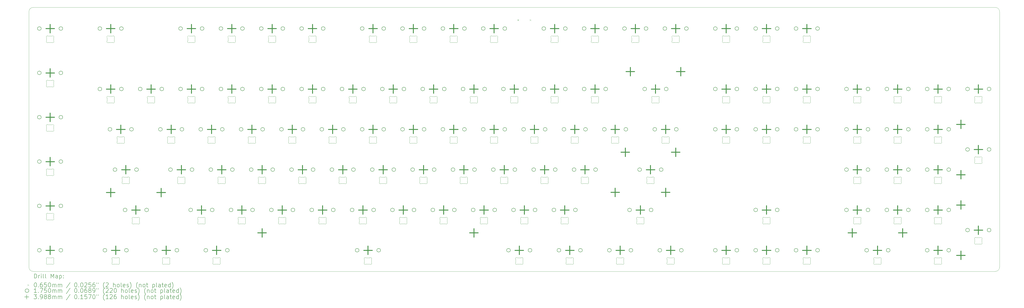
<source format=gbr>
%TF.GenerationSoftware,KiCad,Pcbnew,8.0.2*%
%TF.CreationDate,2024-05-15T22:32:39+02:00*%
%TF.ProjectId,micha_board,6d696368-615f-4626-9f61-72642e6b6963,rev?*%
%TF.SameCoordinates,Original*%
%TF.FileFunction,Drillmap*%
%TF.FilePolarity,Positive*%
%FSLAX45Y45*%
G04 Gerber Fmt 4.5, Leading zero omitted, Abs format (unit mm)*
G04 Created by KiCad (PCBNEW 8.0.2) date 2024-05-15 22:32:39*
%MOMM*%
%LPD*%
G01*
G04 APERTURE LIST*
%ADD10C,0.100000*%
%ADD11C,0.200000*%
%ADD12C,0.175000*%
%ADD13C,0.398780*%
G04 APERTURE END LIST*
D10*
X2811421Y-3011421D02*
G75*
G02*
X3011421Y-2811421I200000J0D01*
G01*
X3011421Y-15288579D02*
G75*
G02*
X2811421Y-15088579I0J200000D01*
G01*
X48628579Y-15088579D02*
G75*
G02*
X48428579Y-15288579I-200000J0D01*
G01*
X48428579Y-2811421D02*
G75*
G02*
X48628579Y-3011421I0J-200000D01*
G01*
X2811421Y-15088579D02*
X2811421Y-3011421D01*
X48428579Y-15288579D02*
X3011421Y-15288579D01*
X48628579Y-3011421D02*
X48628579Y-15088579D01*
X3011421Y-2811421D02*
X48428579Y-2811421D01*
X45890000Y-14865784D02*
X45890000Y-14725216D01*
X45640555Y-14945500D02*
X45799445Y-14945500D01*
X45799445Y-14645500D02*
X45640555Y-14645500D01*
X45550000Y-14725216D02*
X45550000Y-14865784D01*
X45890000Y-14725216D02*
G75*
G02*
X45894948Y-14703528I49999J0D01*
G01*
X45824671Y-14638670D02*
G75*
G02*
X45894948Y-14703528I25226J-43170D01*
G01*
X45894948Y-14887472D02*
G75*
G02*
X45890000Y-14865784I45051J21688D01*
G01*
X45894948Y-14887472D02*
G75*
G02*
X45824671Y-14952330I-45051J-21688D01*
G01*
X45799445Y-14945500D02*
G75*
G02*
X45824671Y-14952330I0J-50001D01*
G01*
X45824671Y-14638670D02*
G75*
G02*
X45799445Y-14645500I-25226J43171D01*
G01*
X45615329Y-14952330D02*
G75*
G02*
X45640555Y-14945500I25226J-43171D01*
G01*
X45640555Y-14645500D02*
G75*
G02*
X45615329Y-14638670I0J50001D01*
G01*
X45545052Y-14703528D02*
G75*
G02*
X45615329Y-14638670I45051J21688D01*
G01*
X45545052Y-14703528D02*
G75*
G02*
X45550000Y-14725216I-45051J-21688D01*
G01*
X45615329Y-14952330D02*
G75*
G02*
X45545052Y-14887472I-25226J43170D01*
G01*
X45550000Y-14865784D02*
G75*
G02*
X45545050Y-14887471I-50000J4D01*
G01*
X43032500Y-14865784D02*
X43032500Y-14725216D01*
X42783055Y-14945500D02*
X42941945Y-14945500D01*
X42941945Y-14645500D02*
X42783055Y-14645500D01*
X42692500Y-14725216D02*
X42692500Y-14865784D01*
X43032500Y-14725216D02*
G75*
G02*
X43037448Y-14703528I49999J0D01*
G01*
X42967171Y-14638670D02*
G75*
G02*
X43037448Y-14703528I25226J-43170D01*
G01*
X43037448Y-14887472D02*
G75*
G02*
X43032500Y-14865784I45051J21688D01*
G01*
X43037448Y-14887472D02*
G75*
G02*
X42967171Y-14952330I-45051J-21688D01*
G01*
X42941945Y-14945500D02*
G75*
G02*
X42967171Y-14952330I0J-50001D01*
G01*
X42967171Y-14638670D02*
G75*
G02*
X42941945Y-14645500I-25226J43171D01*
G01*
X42757829Y-14952330D02*
G75*
G02*
X42783055Y-14945500I25226J-43171D01*
G01*
X42783055Y-14645500D02*
G75*
G02*
X42757829Y-14638670I0J50001D01*
G01*
X42687552Y-14703528D02*
G75*
G02*
X42757829Y-14638670I45051J21688D01*
G01*
X42687552Y-14703528D02*
G75*
G02*
X42692500Y-14725216I-45051J-21688D01*
G01*
X42757829Y-14952330D02*
G75*
G02*
X42687552Y-14887472I-25226J43170D01*
G01*
X42692500Y-14865784D02*
G75*
G02*
X42687550Y-14887471I-50000J4D01*
G01*
X39698750Y-14865784D02*
X39698750Y-14725216D01*
X39449305Y-14945500D02*
X39608195Y-14945500D01*
X39608195Y-14645500D02*
X39449305Y-14645500D01*
X39358750Y-14725216D02*
X39358750Y-14865784D01*
X39698750Y-14725216D02*
G75*
G02*
X39703698Y-14703528I49999J0D01*
G01*
X39633421Y-14638670D02*
G75*
G02*
X39703698Y-14703528I25226J-43170D01*
G01*
X39703698Y-14887472D02*
G75*
G02*
X39698750Y-14865784I45051J21688D01*
G01*
X39703698Y-14887472D02*
G75*
G02*
X39633421Y-14952330I-45051J-21688D01*
G01*
X39608195Y-14945500D02*
G75*
G02*
X39633421Y-14952330I0J-50001D01*
G01*
X39633421Y-14638670D02*
G75*
G02*
X39608195Y-14645500I-25226J43171D01*
G01*
X39424079Y-14952330D02*
G75*
G02*
X39449305Y-14945500I25226J-43171D01*
G01*
X39449305Y-14645500D02*
G75*
G02*
X39424079Y-14638670I0J50001D01*
G01*
X39353802Y-14703528D02*
G75*
G02*
X39424079Y-14638670I45051J21688D01*
G01*
X39353802Y-14703528D02*
G75*
G02*
X39358750Y-14725216I-45051J-21688D01*
G01*
X39424079Y-14952330D02*
G75*
G02*
X39353802Y-14887472I-25226J43170D01*
G01*
X39358750Y-14865784D02*
G75*
G02*
X39353800Y-14887471I-50000J4D01*
G01*
X37793750Y-14865784D02*
X37793750Y-14725216D01*
X37544305Y-14945500D02*
X37703195Y-14945500D01*
X37703195Y-14645500D02*
X37544305Y-14645500D01*
X37453750Y-14725216D02*
X37453750Y-14865784D01*
X37793750Y-14725216D02*
G75*
G02*
X37798698Y-14703528I49999J0D01*
G01*
X37728421Y-14638670D02*
G75*
G02*
X37798698Y-14703528I25226J-43170D01*
G01*
X37798698Y-14887472D02*
G75*
G02*
X37793750Y-14865784I45051J21688D01*
G01*
X37798698Y-14887472D02*
G75*
G02*
X37728421Y-14952330I-45051J-21688D01*
G01*
X37703195Y-14945500D02*
G75*
G02*
X37728421Y-14952330I0J-50001D01*
G01*
X37728421Y-14638670D02*
G75*
G02*
X37703195Y-14645500I-25226J43171D01*
G01*
X37519079Y-14952330D02*
G75*
G02*
X37544305Y-14945500I25226J-43171D01*
G01*
X37544305Y-14645500D02*
G75*
G02*
X37519079Y-14638670I0J50001D01*
G01*
X37448802Y-14703528D02*
G75*
G02*
X37519079Y-14638670I45051J21688D01*
G01*
X37448802Y-14703528D02*
G75*
G02*
X37453750Y-14725216I-45051J-21688D01*
G01*
X37519079Y-14952330D02*
G75*
G02*
X37448802Y-14887472I-25226J43170D01*
G01*
X37453750Y-14865784D02*
G75*
G02*
X37448800Y-14887471I-50000J4D01*
G01*
X35888750Y-14865784D02*
X35888750Y-14725216D01*
X35639305Y-14945500D02*
X35798195Y-14945500D01*
X35798195Y-14645500D02*
X35639305Y-14645500D01*
X35548750Y-14725216D02*
X35548750Y-14865784D01*
X35888750Y-14725216D02*
G75*
G02*
X35893698Y-14703528I49999J0D01*
G01*
X35823421Y-14638670D02*
G75*
G02*
X35893698Y-14703528I25226J-43170D01*
G01*
X35893698Y-14887472D02*
G75*
G02*
X35888750Y-14865784I45051J21688D01*
G01*
X35893698Y-14887472D02*
G75*
G02*
X35823421Y-14952330I-45051J-21688D01*
G01*
X35798195Y-14945500D02*
G75*
G02*
X35823421Y-14952330I0J-50001D01*
G01*
X35823421Y-14638670D02*
G75*
G02*
X35798195Y-14645500I-25226J43171D01*
G01*
X35614079Y-14952330D02*
G75*
G02*
X35639305Y-14945500I25226J-43171D01*
G01*
X35639305Y-14645500D02*
G75*
G02*
X35614079Y-14638670I0J50001D01*
G01*
X35543802Y-14703528D02*
G75*
G02*
X35614079Y-14638670I45051J21688D01*
G01*
X35543802Y-14703528D02*
G75*
G02*
X35548750Y-14725216I-45051J-21688D01*
G01*
X35614079Y-14952330D02*
G75*
G02*
X35543802Y-14887472I-25226J43170D01*
G01*
X35548750Y-14865784D02*
G75*
G02*
X35543800Y-14887471I-50000J4D01*
G01*
X33269375Y-14865784D02*
X33269375Y-14725216D01*
X33019930Y-14945500D02*
X33178820Y-14945500D01*
X33178820Y-14645500D02*
X33019930Y-14645500D01*
X32929375Y-14725216D02*
X32929375Y-14865784D01*
X33269375Y-14725216D02*
G75*
G02*
X33274323Y-14703528I49999J0D01*
G01*
X33204046Y-14638670D02*
G75*
G02*
X33274323Y-14703528I25226J-43170D01*
G01*
X33274323Y-14887472D02*
G75*
G02*
X33269375Y-14865784I45051J21688D01*
G01*
X33274323Y-14887472D02*
G75*
G02*
X33204046Y-14952330I-45051J-21688D01*
G01*
X33178820Y-14945500D02*
G75*
G02*
X33204046Y-14952330I0J-50001D01*
G01*
X33204046Y-14638670D02*
G75*
G02*
X33178820Y-14645500I-25226J43171D01*
G01*
X32994704Y-14952330D02*
G75*
G02*
X33019930Y-14945500I25226J-43171D01*
G01*
X33019930Y-14645500D02*
G75*
G02*
X32994704Y-14638670I0J50001D01*
G01*
X32924427Y-14703528D02*
G75*
G02*
X32994704Y-14638670I45051J21688D01*
G01*
X32924427Y-14703528D02*
G75*
G02*
X32929375Y-14725216I-45051J-21688D01*
G01*
X32994704Y-14952330D02*
G75*
G02*
X32924427Y-14887472I-25226J43170D01*
G01*
X32929375Y-14865784D02*
G75*
G02*
X32924425Y-14887471I-50000J4D01*
G01*
X30888125Y-14865784D02*
X30888125Y-14725216D01*
X30638680Y-14945500D02*
X30797570Y-14945500D01*
X30797570Y-14645500D02*
X30638680Y-14645500D01*
X30548125Y-14725216D02*
X30548125Y-14865784D01*
X30888125Y-14725216D02*
G75*
G02*
X30893073Y-14703528I49999J0D01*
G01*
X30822796Y-14638670D02*
G75*
G02*
X30893073Y-14703528I25226J-43170D01*
G01*
X30893073Y-14887472D02*
G75*
G02*
X30888125Y-14865784I45051J21688D01*
G01*
X30893073Y-14887472D02*
G75*
G02*
X30822796Y-14952330I-45051J-21688D01*
G01*
X30797570Y-14945500D02*
G75*
G02*
X30822796Y-14952330I0J-50001D01*
G01*
X30822796Y-14638670D02*
G75*
G02*
X30797570Y-14645500I-25226J43171D01*
G01*
X30613454Y-14952330D02*
G75*
G02*
X30638680Y-14945500I25226J-43171D01*
G01*
X30638680Y-14645500D02*
G75*
G02*
X30613454Y-14638670I0J50001D01*
G01*
X30543177Y-14703528D02*
G75*
G02*
X30613454Y-14638670I45051J21688D01*
G01*
X30543177Y-14703528D02*
G75*
G02*
X30548125Y-14725216I-45051J-21688D01*
G01*
X30613454Y-14952330D02*
G75*
G02*
X30543177Y-14887472I-25226J43170D01*
G01*
X30548125Y-14865784D02*
G75*
G02*
X30543175Y-14887471I-50000J4D01*
G01*
X28506875Y-14865784D02*
X28506875Y-14725216D01*
X28257430Y-14945500D02*
X28416320Y-14945500D01*
X28416320Y-14645500D02*
X28257430Y-14645500D01*
X28166875Y-14725216D02*
X28166875Y-14865784D01*
X28506875Y-14725216D02*
G75*
G02*
X28511823Y-14703528I49999J0D01*
G01*
X28441546Y-14638670D02*
G75*
G02*
X28511823Y-14703528I25226J-43170D01*
G01*
X28511823Y-14887472D02*
G75*
G02*
X28506875Y-14865784I45051J21688D01*
G01*
X28511823Y-14887472D02*
G75*
G02*
X28441546Y-14952330I-45051J-21688D01*
G01*
X28416320Y-14945500D02*
G75*
G02*
X28441546Y-14952330I0J-50001D01*
G01*
X28441546Y-14638670D02*
G75*
G02*
X28416320Y-14645500I-25226J43171D01*
G01*
X28232204Y-14952330D02*
G75*
G02*
X28257430Y-14945500I25226J-43171D01*
G01*
X28257430Y-14645500D02*
G75*
G02*
X28232204Y-14638670I0J50001D01*
G01*
X28161927Y-14703528D02*
G75*
G02*
X28232204Y-14638670I45051J21688D01*
G01*
X28161927Y-14703528D02*
G75*
G02*
X28166875Y-14725216I-45051J-21688D01*
G01*
X28232204Y-14952330D02*
G75*
G02*
X28161927Y-14887472I-25226J43170D01*
G01*
X28166875Y-14865784D02*
G75*
G02*
X28161925Y-14887471I-50000J4D01*
G01*
X26125625Y-14865784D02*
X26125625Y-14725216D01*
X25876180Y-14945500D02*
X26035070Y-14945500D01*
X26035070Y-14645500D02*
X25876180Y-14645500D01*
X25785625Y-14725216D02*
X25785625Y-14865784D01*
X26125625Y-14725216D02*
G75*
G02*
X26130573Y-14703528I49999J0D01*
G01*
X26060296Y-14638670D02*
G75*
G02*
X26130573Y-14703528I25226J-43170D01*
G01*
X26130573Y-14887472D02*
G75*
G02*
X26125625Y-14865784I45051J21688D01*
G01*
X26130573Y-14887472D02*
G75*
G02*
X26060296Y-14952330I-45051J-21688D01*
G01*
X26035070Y-14945500D02*
G75*
G02*
X26060296Y-14952330I0J-50001D01*
G01*
X26060296Y-14638670D02*
G75*
G02*
X26035070Y-14645500I-25226J43171D01*
G01*
X25850954Y-14952330D02*
G75*
G02*
X25876180Y-14945500I25226J-43171D01*
G01*
X25876180Y-14645500D02*
G75*
G02*
X25850954Y-14638670I0J50001D01*
G01*
X25780677Y-14703528D02*
G75*
G02*
X25850954Y-14638670I45051J21688D01*
G01*
X25780677Y-14703528D02*
G75*
G02*
X25785625Y-14725216I-45051J-21688D01*
G01*
X25850954Y-14952330D02*
G75*
G02*
X25780677Y-14887472I-25226J43170D01*
G01*
X25785625Y-14865784D02*
G75*
G02*
X25780675Y-14887471I-50000J4D01*
G01*
X18981875Y-14865784D02*
X18981875Y-14725216D01*
X18732430Y-14945500D02*
X18891320Y-14945500D01*
X18891320Y-14645500D02*
X18732430Y-14645500D01*
X18641875Y-14725216D02*
X18641875Y-14865784D01*
X18981875Y-14725216D02*
G75*
G02*
X18986823Y-14703528I49999J0D01*
G01*
X18916546Y-14638670D02*
G75*
G02*
X18986823Y-14703528I25226J-43170D01*
G01*
X18986823Y-14887472D02*
G75*
G02*
X18981875Y-14865784I45051J21688D01*
G01*
X18986823Y-14887472D02*
G75*
G02*
X18916546Y-14952330I-45051J-21688D01*
G01*
X18891320Y-14945500D02*
G75*
G02*
X18916546Y-14952330I0J-50001D01*
G01*
X18916546Y-14638670D02*
G75*
G02*
X18891320Y-14645500I-25226J43171D01*
G01*
X18707204Y-14952330D02*
G75*
G02*
X18732430Y-14945500I25226J-43171D01*
G01*
X18732430Y-14645500D02*
G75*
G02*
X18707204Y-14638670I0J50001D01*
G01*
X18636927Y-14703528D02*
G75*
G02*
X18707204Y-14638670I45051J21688D01*
G01*
X18636927Y-14703528D02*
G75*
G02*
X18641875Y-14725216I-45051J-21688D01*
G01*
X18707204Y-14952330D02*
G75*
G02*
X18636927Y-14887472I-25226J43170D01*
G01*
X18641875Y-14865784D02*
G75*
G02*
X18636925Y-14887471I-50000J4D01*
G01*
X11838125Y-14865784D02*
X11838125Y-14725216D01*
X11588680Y-14945500D02*
X11747570Y-14945500D01*
X11747570Y-14645500D02*
X11588680Y-14645500D01*
X11498125Y-14725216D02*
X11498125Y-14865784D01*
X11838125Y-14725216D02*
G75*
G02*
X11843073Y-14703528I49999J0D01*
G01*
X11772796Y-14638670D02*
G75*
G02*
X11843073Y-14703528I25226J-43170D01*
G01*
X11843073Y-14887472D02*
G75*
G02*
X11838125Y-14865784I45051J21688D01*
G01*
X11843073Y-14887472D02*
G75*
G02*
X11772796Y-14952330I-45051J-21688D01*
G01*
X11747570Y-14945500D02*
G75*
G02*
X11772796Y-14952330I0J-50001D01*
G01*
X11772796Y-14638670D02*
G75*
G02*
X11747570Y-14645500I-25226J43171D01*
G01*
X11563454Y-14952330D02*
G75*
G02*
X11588680Y-14945500I25226J-43171D01*
G01*
X11588680Y-14645500D02*
G75*
G02*
X11563454Y-14638670I0J50001D01*
G01*
X11493177Y-14703528D02*
G75*
G02*
X11563454Y-14638670I45051J21688D01*
G01*
X11493177Y-14703528D02*
G75*
G02*
X11498125Y-14725216I-45051J-21688D01*
G01*
X11563454Y-14952330D02*
G75*
G02*
X11493177Y-14887472I-25226J43170D01*
G01*
X11498125Y-14865784D02*
G75*
G02*
X11493175Y-14887471I-50000J4D01*
G01*
X9456875Y-14865784D02*
X9456875Y-14725216D01*
X9207430Y-14945500D02*
X9366320Y-14945500D01*
X9366320Y-14645500D02*
X9207430Y-14645500D01*
X9116875Y-14725216D02*
X9116875Y-14865784D01*
X9456875Y-14725216D02*
G75*
G02*
X9461823Y-14703528I49999J0D01*
G01*
X9391546Y-14638670D02*
G75*
G02*
X9461823Y-14703528I25226J-43170D01*
G01*
X9461823Y-14887472D02*
G75*
G02*
X9456875Y-14865784I45051J21688D01*
G01*
X9461823Y-14887472D02*
G75*
G02*
X9391546Y-14952330I-45051J-21688D01*
G01*
X9366320Y-14945500D02*
G75*
G02*
X9391546Y-14952330I0J-50001D01*
G01*
X9391546Y-14638670D02*
G75*
G02*
X9366320Y-14645500I-25226J43171D01*
G01*
X9182204Y-14952330D02*
G75*
G02*
X9207430Y-14945500I25226J-43171D01*
G01*
X9207430Y-14645500D02*
G75*
G02*
X9182204Y-14638670I0J50001D01*
G01*
X9111927Y-14703528D02*
G75*
G02*
X9182204Y-14638670I45051J21688D01*
G01*
X9111927Y-14703528D02*
G75*
G02*
X9116875Y-14725216I-45051J-21688D01*
G01*
X9182204Y-14952330D02*
G75*
G02*
X9111927Y-14887472I-25226J43170D01*
G01*
X9116875Y-14865784D02*
G75*
G02*
X9111925Y-14887471I-50000J4D01*
G01*
X7075625Y-14865784D02*
X7075625Y-14725216D01*
X6826180Y-14945500D02*
X6985070Y-14945500D01*
X6985070Y-14645500D02*
X6826180Y-14645500D01*
X6735625Y-14725216D02*
X6735625Y-14865784D01*
X7075625Y-14725216D02*
G75*
G02*
X7080573Y-14703528I49999J0D01*
G01*
X7010296Y-14638670D02*
G75*
G02*
X7080573Y-14703528I25226J-43170D01*
G01*
X7080573Y-14887472D02*
G75*
G02*
X7075625Y-14865784I45051J21688D01*
G01*
X7080573Y-14887472D02*
G75*
G02*
X7010296Y-14952330I-45051J-21688D01*
G01*
X6985070Y-14945500D02*
G75*
G02*
X7010296Y-14952330I0J-50001D01*
G01*
X7010296Y-14638670D02*
G75*
G02*
X6985070Y-14645500I-25226J43171D01*
G01*
X6800954Y-14952330D02*
G75*
G02*
X6826180Y-14945500I25226J-43171D01*
G01*
X6826180Y-14645500D02*
G75*
G02*
X6800954Y-14638670I0J50001D01*
G01*
X6730677Y-14703528D02*
G75*
G02*
X6800954Y-14638670I45051J21688D01*
G01*
X6730677Y-14703528D02*
G75*
G02*
X6735625Y-14725216I-45051J-21688D01*
G01*
X6800954Y-14952330D02*
G75*
G02*
X6730677Y-14887472I-25226J43170D01*
G01*
X6735625Y-14865784D02*
G75*
G02*
X6730675Y-14887471I-50000J4D01*
G01*
X3980000Y-14865784D02*
X3980000Y-14725216D01*
X3730555Y-14945500D02*
X3889445Y-14945500D01*
X3889445Y-14645500D02*
X3730555Y-14645500D01*
X3640000Y-14725216D02*
X3640000Y-14865784D01*
X3980000Y-14725216D02*
G75*
G02*
X3984948Y-14703528I49999J0D01*
G01*
X3914671Y-14638670D02*
G75*
G02*
X3984948Y-14703528I25226J-43170D01*
G01*
X3984948Y-14887472D02*
G75*
G02*
X3980000Y-14865784I45051J21688D01*
G01*
X3984948Y-14887472D02*
G75*
G02*
X3914671Y-14952330I-45051J-21688D01*
G01*
X3889445Y-14945500D02*
G75*
G02*
X3914671Y-14952330I0J-50001D01*
G01*
X3914671Y-14638670D02*
G75*
G02*
X3889445Y-14645500I-25226J43171D01*
G01*
X3705329Y-14952330D02*
G75*
G02*
X3730555Y-14945500I25226J-43171D01*
G01*
X3730555Y-14645500D02*
G75*
G02*
X3705329Y-14638670I0J50001D01*
G01*
X3635052Y-14703528D02*
G75*
G02*
X3705329Y-14638670I45051J21688D01*
G01*
X3635052Y-14703528D02*
G75*
G02*
X3640000Y-14725216I-45051J-21688D01*
G01*
X3705329Y-14952330D02*
G75*
G02*
X3635052Y-14887472I-25226J43170D01*
G01*
X3640000Y-14865784D02*
G75*
G02*
X3635050Y-14887471I-50000J4D01*
G01*
X47795000Y-13913284D02*
X47795000Y-13772716D01*
X47545555Y-13993000D02*
X47704445Y-13993000D01*
X47704445Y-13693000D02*
X47545555Y-13693000D01*
X47455000Y-13772716D02*
X47455000Y-13913284D01*
X47795000Y-13772716D02*
G75*
G02*
X47799948Y-13751028I49999J0D01*
G01*
X47729671Y-13686170D02*
G75*
G02*
X47799948Y-13751028I25226J-43170D01*
G01*
X47799948Y-13934972D02*
G75*
G02*
X47795000Y-13913284I45051J21688D01*
G01*
X47799948Y-13934972D02*
G75*
G02*
X47729671Y-13999830I-45051J-21688D01*
G01*
X47704445Y-13993000D02*
G75*
G02*
X47729671Y-13999830I0J-50001D01*
G01*
X47729671Y-13686170D02*
G75*
G02*
X47704445Y-13693000I-25226J43171D01*
G01*
X47520329Y-13999830D02*
G75*
G02*
X47545555Y-13993000I25226J-43171D01*
G01*
X47545555Y-13693000D02*
G75*
G02*
X47520329Y-13686170I0J50001D01*
G01*
X47450052Y-13751028D02*
G75*
G02*
X47520329Y-13686170I45051J21688D01*
G01*
X47450052Y-13751028D02*
G75*
G02*
X47455000Y-13772716I-45051J-21688D01*
G01*
X47520329Y-13999830D02*
G75*
G02*
X47450052Y-13934972I-25226J43170D01*
G01*
X47455000Y-13913284D02*
G75*
G02*
X47450050Y-13934971I-50000J4D01*
G01*
X45890000Y-12960784D02*
X45890000Y-12820216D01*
X45640555Y-13040500D02*
X45799445Y-13040500D01*
X45799445Y-12740500D02*
X45640555Y-12740500D01*
X45550000Y-12820216D02*
X45550000Y-12960784D01*
X45890000Y-12820216D02*
G75*
G02*
X45894948Y-12798528I49999J0D01*
G01*
X45824671Y-12733670D02*
G75*
G02*
X45894948Y-12798528I25226J-43170D01*
G01*
X45894948Y-12982472D02*
G75*
G02*
X45890000Y-12960784I45051J21688D01*
G01*
X45894948Y-12982472D02*
G75*
G02*
X45824671Y-13047330I-45051J-21688D01*
G01*
X45799445Y-13040500D02*
G75*
G02*
X45824671Y-13047330I0J-50001D01*
G01*
X45824671Y-12733670D02*
G75*
G02*
X45799445Y-12740500I-25226J43171D01*
G01*
X45615329Y-13047330D02*
G75*
G02*
X45640555Y-13040500I25226J-43171D01*
G01*
X45640555Y-12740500D02*
G75*
G02*
X45615329Y-12733670I0J50001D01*
G01*
X45545052Y-12798528D02*
G75*
G02*
X45615329Y-12733670I45051J21688D01*
G01*
X45545052Y-12798528D02*
G75*
G02*
X45550000Y-12820216I-45051J-21688D01*
G01*
X45615329Y-13047330D02*
G75*
G02*
X45545052Y-12982472I-25226J43170D01*
G01*
X45550000Y-12960784D02*
G75*
G02*
X45545050Y-12982471I-50000J4D01*
G01*
X43985000Y-12960784D02*
X43985000Y-12820216D01*
X43735555Y-13040500D02*
X43894445Y-13040500D01*
X43894445Y-12740500D02*
X43735555Y-12740500D01*
X43645000Y-12820216D02*
X43645000Y-12960784D01*
X43985000Y-12820216D02*
G75*
G02*
X43989948Y-12798528I49999J0D01*
G01*
X43919671Y-12733670D02*
G75*
G02*
X43989948Y-12798528I25226J-43170D01*
G01*
X43989948Y-12982472D02*
G75*
G02*
X43985000Y-12960784I45051J21688D01*
G01*
X43989948Y-12982472D02*
G75*
G02*
X43919671Y-13047330I-45051J-21688D01*
G01*
X43894445Y-13040500D02*
G75*
G02*
X43919671Y-13047330I0J-50001D01*
G01*
X43919671Y-12733670D02*
G75*
G02*
X43894445Y-12740500I-25226J43171D01*
G01*
X43710329Y-13047330D02*
G75*
G02*
X43735555Y-13040500I25226J-43171D01*
G01*
X43735555Y-12740500D02*
G75*
G02*
X43710329Y-12733670I0J50001D01*
G01*
X43640052Y-12798528D02*
G75*
G02*
X43710329Y-12733670I45051J21688D01*
G01*
X43640052Y-12798528D02*
G75*
G02*
X43645000Y-12820216I-45051J-21688D01*
G01*
X43710329Y-13047330D02*
G75*
G02*
X43640052Y-12982472I-25226J43170D01*
G01*
X43645000Y-12960784D02*
G75*
G02*
X43640050Y-12982471I-50000J4D01*
G01*
X42080000Y-12960784D02*
X42080000Y-12820216D01*
X41830555Y-13040500D02*
X41989445Y-13040500D01*
X41989445Y-12740500D02*
X41830555Y-12740500D01*
X41740000Y-12820216D02*
X41740000Y-12960784D01*
X42080000Y-12820216D02*
G75*
G02*
X42084948Y-12798528I49999J0D01*
G01*
X42014671Y-12733670D02*
G75*
G02*
X42084948Y-12798528I25226J-43170D01*
G01*
X42084948Y-12982472D02*
G75*
G02*
X42080000Y-12960784I45051J21688D01*
G01*
X42084948Y-12982472D02*
G75*
G02*
X42014671Y-13047330I-45051J-21688D01*
G01*
X41989445Y-13040500D02*
G75*
G02*
X42014671Y-13047330I0J-50001D01*
G01*
X42014671Y-12733670D02*
G75*
G02*
X41989445Y-12740500I-25226J43171D01*
G01*
X41805329Y-13047330D02*
G75*
G02*
X41830555Y-13040500I25226J-43171D01*
G01*
X41830555Y-12740500D02*
G75*
G02*
X41805329Y-12733670I0J50001D01*
G01*
X41735052Y-12798528D02*
G75*
G02*
X41805329Y-12733670I45051J21688D01*
G01*
X41735052Y-12798528D02*
G75*
G02*
X41740000Y-12820216I-45051J-21688D01*
G01*
X41805329Y-13047330D02*
G75*
G02*
X41735052Y-12982472I-25226J43170D01*
G01*
X41740000Y-12960784D02*
G75*
G02*
X41735050Y-12982471I-50000J4D01*
G01*
X37793750Y-12960784D02*
X37793750Y-12820216D01*
X37544305Y-13040500D02*
X37703195Y-13040500D01*
X37703195Y-12740500D02*
X37544305Y-12740500D01*
X37453750Y-12820216D02*
X37453750Y-12960784D01*
X37793750Y-12820216D02*
G75*
G02*
X37798698Y-12798528I49999J0D01*
G01*
X37728421Y-12733670D02*
G75*
G02*
X37798698Y-12798528I25226J-43170D01*
G01*
X37798698Y-12982472D02*
G75*
G02*
X37793750Y-12960784I45051J21688D01*
G01*
X37798698Y-12982472D02*
G75*
G02*
X37728421Y-13047330I-45051J-21688D01*
G01*
X37703195Y-13040500D02*
G75*
G02*
X37728421Y-13047330I0J-50001D01*
G01*
X37728421Y-12733670D02*
G75*
G02*
X37703195Y-12740500I-25226J43171D01*
G01*
X37519079Y-13047330D02*
G75*
G02*
X37544305Y-13040500I25226J-43171D01*
G01*
X37544305Y-12740500D02*
G75*
G02*
X37519079Y-12733670I0J50001D01*
G01*
X37448802Y-12798528D02*
G75*
G02*
X37519079Y-12733670I45051J21688D01*
G01*
X37448802Y-12798528D02*
G75*
G02*
X37453750Y-12820216I-45051J-21688D01*
G01*
X37519079Y-13047330D02*
G75*
G02*
X37448802Y-12982472I-25226J43170D01*
G01*
X37453750Y-12960784D02*
G75*
G02*
X37448800Y-12982471I-50000J4D01*
G01*
X31840625Y-12960784D02*
X31840625Y-12820216D01*
X31591180Y-13040500D02*
X31750070Y-13040500D01*
X31750070Y-12740500D02*
X31591180Y-12740500D01*
X31500625Y-12820216D02*
X31500625Y-12960784D01*
X31840625Y-12820216D02*
G75*
G02*
X31845573Y-12798528I49999J0D01*
G01*
X31775296Y-12733670D02*
G75*
G02*
X31845573Y-12798528I25226J-43170D01*
G01*
X31845573Y-12982472D02*
G75*
G02*
X31840625Y-12960784I45051J21688D01*
G01*
X31845573Y-12982472D02*
G75*
G02*
X31775296Y-13047330I-45051J-21688D01*
G01*
X31750070Y-13040500D02*
G75*
G02*
X31775296Y-13047330I0J-50001D01*
G01*
X31775296Y-12733670D02*
G75*
G02*
X31750070Y-12740500I-25226J43171D01*
G01*
X31565954Y-13047330D02*
G75*
G02*
X31591180Y-13040500I25226J-43171D01*
G01*
X31591180Y-12740500D02*
G75*
G02*
X31565954Y-12733670I0J50001D01*
G01*
X31495677Y-12798528D02*
G75*
G02*
X31565954Y-12733670I45051J21688D01*
G01*
X31495677Y-12798528D02*
G75*
G02*
X31500625Y-12820216I-45051J-21688D01*
G01*
X31565954Y-13047330D02*
G75*
G02*
X31495677Y-12982472I-25226J43170D01*
G01*
X31500625Y-12960784D02*
G75*
G02*
X31495675Y-12982471I-50000J4D01*
G01*
X28268750Y-12960784D02*
X28268750Y-12820216D01*
X28019305Y-13040500D02*
X28178195Y-13040500D01*
X28178195Y-12740500D02*
X28019305Y-12740500D01*
X27928750Y-12820216D02*
X27928750Y-12960784D01*
X28268750Y-12820216D02*
G75*
G02*
X28273698Y-12798528I49999J0D01*
G01*
X28203421Y-12733670D02*
G75*
G02*
X28273698Y-12798528I25226J-43170D01*
G01*
X28273698Y-12982472D02*
G75*
G02*
X28268750Y-12960784I45051J21688D01*
G01*
X28273698Y-12982472D02*
G75*
G02*
X28203421Y-13047330I-45051J-21688D01*
G01*
X28178195Y-13040500D02*
G75*
G02*
X28203421Y-13047330I0J-50001D01*
G01*
X28203421Y-12733670D02*
G75*
G02*
X28178195Y-12740500I-25226J43171D01*
G01*
X27994079Y-13047330D02*
G75*
G02*
X28019305Y-13040500I25226J-43171D01*
G01*
X28019305Y-12740500D02*
G75*
G02*
X27994079Y-12733670I0J50001D01*
G01*
X27923802Y-12798528D02*
G75*
G02*
X27994079Y-12733670I45051J21688D01*
G01*
X27923802Y-12798528D02*
G75*
G02*
X27928750Y-12820216I-45051J-21688D01*
G01*
X27994079Y-13047330D02*
G75*
G02*
X27923802Y-12982472I-25226J43170D01*
G01*
X27928750Y-12960784D02*
G75*
G02*
X27923800Y-12982471I-50000J4D01*
G01*
X26363750Y-12960784D02*
X26363750Y-12820216D01*
X26114305Y-13040500D02*
X26273195Y-13040500D01*
X26273195Y-12740500D02*
X26114305Y-12740500D01*
X26023750Y-12820216D02*
X26023750Y-12960784D01*
X26363750Y-12820216D02*
G75*
G02*
X26368698Y-12798528I49999J0D01*
G01*
X26298421Y-12733670D02*
G75*
G02*
X26368698Y-12798528I25226J-43170D01*
G01*
X26368698Y-12982472D02*
G75*
G02*
X26363750Y-12960784I45051J21688D01*
G01*
X26368698Y-12982472D02*
G75*
G02*
X26298421Y-13047330I-45051J-21688D01*
G01*
X26273195Y-13040500D02*
G75*
G02*
X26298421Y-13047330I0J-50001D01*
G01*
X26298421Y-12733670D02*
G75*
G02*
X26273195Y-12740500I-25226J43171D01*
G01*
X26089079Y-13047330D02*
G75*
G02*
X26114305Y-13040500I25226J-43171D01*
G01*
X26114305Y-12740500D02*
G75*
G02*
X26089079Y-12733670I0J50001D01*
G01*
X26018802Y-12798528D02*
G75*
G02*
X26089079Y-12733670I45051J21688D01*
G01*
X26018802Y-12798528D02*
G75*
G02*
X26023750Y-12820216I-45051J-21688D01*
G01*
X26089079Y-13047330D02*
G75*
G02*
X26018802Y-12982472I-25226J43170D01*
G01*
X26023750Y-12960784D02*
G75*
G02*
X26018800Y-12982471I-50000J4D01*
G01*
X24458750Y-12960784D02*
X24458750Y-12820216D01*
X24209305Y-13040500D02*
X24368195Y-13040500D01*
X24368195Y-12740500D02*
X24209305Y-12740500D01*
X24118750Y-12820216D02*
X24118750Y-12960784D01*
X24458750Y-12820216D02*
G75*
G02*
X24463698Y-12798528I49999J0D01*
G01*
X24393421Y-12733670D02*
G75*
G02*
X24463698Y-12798528I25226J-43170D01*
G01*
X24463698Y-12982472D02*
G75*
G02*
X24458750Y-12960784I45051J21688D01*
G01*
X24463698Y-12982472D02*
G75*
G02*
X24393421Y-13047330I-45051J-21688D01*
G01*
X24368195Y-13040500D02*
G75*
G02*
X24393421Y-13047330I0J-50001D01*
G01*
X24393421Y-12733670D02*
G75*
G02*
X24368195Y-12740500I-25226J43171D01*
G01*
X24184079Y-13047330D02*
G75*
G02*
X24209305Y-13040500I25226J-43171D01*
G01*
X24209305Y-12740500D02*
G75*
G02*
X24184079Y-12733670I0J50001D01*
G01*
X24113802Y-12798528D02*
G75*
G02*
X24184079Y-12733670I45051J21688D01*
G01*
X24113802Y-12798528D02*
G75*
G02*
X24118750Y-12820216I-45051J-21688D01*
G01*
X24184079Y-13047330D02*
G75*
G02*
X24113802Y-12982472I-25226J43170D01*
G01*
X24118750Y-12960784D02*
G75*
G02*
X24113800Y-12982471I-50000J4D01*
G01*
X22553750Y-12960784D02*
X22553750Y-12820216D01*
X22304305Y-13040500D02*
X22463195Y-13040500D01*
X22463195Y-12740500D02*
X22304305Y-12740500D01*
X22213750Y-12820216D02*
X22213750Y-12960784D01*
X22553750Y-12820216D02*
G75*
G02*
X22558698Y-12798528I49999J0D01*
G01*
X22488421Y-12733670D02*
G75*
G02*
X22558698Y-12798528I25226J-43170D01*
G01*
X22558698Y-12982472D02*
G75*
G02*
X22553750Y-12960784I45051J21688D01*
G01*
X22558698Y-12982472D02*
G75*
G02*
X22488421Y-13047330I-45051J-21688D01*
G01*
X22463195Y-13040500D02*
G75*
G02*
X22488421Y-13047330I0J-50001D01*
G01*
X22488421Y-12733670D02*
G75*
G02*
X22463195Y-12740500I-25226J43171D01*
G01*
X22279079Y-13047330D02*
G75*
G02*
X22304305Y-13040500I25226J-43171D01*
G01*
X22304305Y-12740500D02*
G75*
G02*
X22279079Y-12733670I0J50001D01*
G01*
X22208802Y-12798528D02*
G75*
G02*
X22279079Y-12733670I45051J21688D01*
G01*
X22208802Y-12798528D02*
G75*
G02*
X22213750Y-12820216I-45051J-21688D01*
G01*
X22279079Y-13047330D02*
G75*
G02*
X22208802Y-12982472I-25226J43170D01*
G01*
X22213750Y-12960784D02*
G75*
G02*
X22208800Y-12982471I-50000J4D01*
G01*
X20648750Y-12960784D02*
X20648750Y-12820216D01*
X20399305Y-13040500D02*
X20558195Y-13040500D01*
X20558195Y-12740500D02*
X20399305Y-12740500D01*
X20308750Y-12820216D02*
X20308750Y-12960784D01*
X20648750Y-12820216D02*
G75*
G02*
X20653698Y-12798528I49999J0D01*
G01*
X20583421Y-12733670D02*
G75*
G02*
X20653698Y-12798528I25226J-43170D01*
G01*
X20653698Y-12982472D02*
G75*
G02*
X20648750Y-12960784I45051J21688D01*
G01*
X20653698Y-12982472D02*
G75*
G02*
X20583421Y-13047330I-45051J-21688D01*
G01*
X20558195Y-13040500D02*
G75*
G02*
X20583421Y-13047330I0J-50001D01*
G01*
X20583421Y-12733670D02*
G75*
G02*
X20558195Y-12740500I-25226J43171D01*
G01*
X20374079Y-13047330D02*
G75*
G02*
X20399305Y-13040500I25226J-43171D01*
G01*
X20399305Y-12740500D02*
G75*
G02*
X20374079Y-12733670I0J50001D01*
G01*
X20303802Y-12798528D02*
G75*
G02*
X20374079Y-12733670I45051J21688D01*
G01*
X20303802Y-12798528D02*
G75*
G02*
X20308750Y-12820216I-45051J-21688D01*
G01*
X20374079Y-13047330D02*
G75*
G02*
X20303802Y-12982472I-25226J43170D01*
G01*
X20308750Y-12960784D02*
G75*
G02*
X20303800Y-12982471I-50000J4D01*
G01*
X18743750Y-12960784D02*
X18743750Y-12820216D01*
X18494305Y-13040500D02*
X18653195Y-13040500D01*
X18653195Y-12740500D02*
X18494305Y-12740500D01*
X18403750Y-12820216D02*
X18403750Y-12960784D01*
X18743750Y-12820216D02*
G75*
G02*
X18748698Y-12798528I49999J0D01*
G01*
X18678421Y-12733670D02*
G75*
G02*
X18748698Y-12798528I25226J-43170D01*
G01*
X18748698Y-12982472D02*
G75*
G02*
X18743750Y-12960784I45051J21688D01*
G01*
X18748698Y-12982472D02*
G75*
G02*
X18678421Y-13047330I-45051J-21688D01*
G01*
X18653195Y-13040500D02*
G75*
G02*
X18678421Y-13047330I0J-50001D01*
G01*
X18678421Y-12733670D02*
G75*
G02*
X18653195Y-12740500I-25226J43171D01*
G01*
X18469079Y-13047330D02*
G75*
G02*
X18494305Y-13040500I25226J-43171D01*
G01*
X18494305Y-12740500D02*
G75*
G02*
X18469079Y-12733670I0J50001D01*
G01*
X18398802Y-12798528D02*
G75*
G02*
X18469079Y-12733670I45051J21688D01*
G01*
X18398802Y-12798528D02*
G75*
G02*
X18403750Y-12820216I-45051J-21688D01*
G01*
X18469079Y-13047330D02*
G75*
G02*
X18398802Y-12982472I-25226J43170D01*
G01*
X18403750Y-12960784D02*
G75*
G02*
X18398800Y-12982471I-50000J4D01*
G01*
X16838750Y-12960784D02*
X16838750Y-12820216D01*
X16589305Y-13040500D02*
X16748195Y-13040500D01*
X16748195Y-12740500D02*
X16589305Y-12740500D01*
X16498750Y-12820216D02*
X16498750Y-12960784D01*
X16838750Y-12820216D02*
G75*
G02*
X16843698Y-12798528I49999J0D01*
G01*
X16773421Y-12733670D02*
G75*
G02*
X16843698Y-12798528I25226J-43170D01*
G01*
X16843698Y-12982472D02*
G75*
G02*
X16838750Y-12960784I45051J21688D01*
G01*
X16843698Y-12982472D02*
G75*
G02*
X16773421Y-13047330I-45051J-21688D01*
G01*
X16748195Y-13040500D02*
G75*
G02*
X16773421Y-13047330I0J-50001D01*
G01*
X16773421Y-12733670D02*
G75*
G02*
X16748195Y-12740500I-25226J43171D01*
G01*
X16564079Y-13047330D02*
G75*
G02*
X16589305Y-13040500I25226J-43171D01*
G01*
X16589305Y-12740500D02*
G75*
G02*
X16564079Y-12733670I0J50001D01*
G01*
X16493802Y-12798528D02*
G75*
G02*
X16564079Y-12733670I45051J21688D01*
G01*
X16493802Y-12798528D02*
G75*
G02*
X16498750Y-12820216I-45051J-21688D01*
G01*
X16564079Y-13047330D02*
G75*
G02*
X16493802Y-12982472I-25226J43170D01*
G01*
X16498750Y-12960784D02*
G75*
G02*
X16493800Y-12982471I-50000J4D01*
G01*
X14933750Y-12960784D02*
X14933750Y-12820216D01*
X14684305Y-13040500D02*
X14843195Y-13040500D01*
X14843195Y-12740500D02*
X14684305Y-12740500D01*
X14593750Y-12820216D02*
X14593750Y-12960784D01*
X14933750Y-12820216D02*
G75*
G02*
X14938698Y-12798528I49999J0D01*
G01*
X14868421Y-12733670D02*
G75*
G02*
X14938698Y-12798528I25226J-43170D01*
G01*
X14938698Y-12982472D02*
G75*
G02*
X14933750Y-12960784I45051J21688D01*
G01*
X14938698Y-12982472D02*
G75*
G02*
X14868421Y-13047330I-45051J-21688D01*
G01*
X14843195Y-13040500D02*
G75*
G02*
X14868421Y-13047330I0J-50001D01*
G01*
X14868421Y-12733670D02*
G75*
G02*
X14843195Y-12740500I-25226J43171D01*
G01*
X14659079Y-13047330D02*
G75*
G02*
X14684305Y-13040500I25226J-43171D01*
G01*
X14684305Y-12740500D02*
G75*
G02*
X14659079Y-12733670I0J50001D01*
G01*
X14588802Y-12798528D02*
G75*
G02*
X14659079Y-12733670I45051J21688D01*
G01*
X14588802Y-12798528D02*
G75*
G02*
X14593750Y-12820216I-45051J-21688D01*
G01*
X14659079Y-13047330D02*
G75*
G02*
X14588802Y-12982472I-25226J43170D01*
G01*
X14593750Y-12960784D02*
G75*
G02*
X14588800Y-12982471I-50000J4D01*
G01*
X13028750Y-12960784D02*
X13028750Y-12820216D01*
X12779305Y-13040500D02*
X12938195Y-13040500D01*
X12938195Y-12740500D02*
X12779305Y-12740500D01*
X12688750Y-12820216D02*
X12688750Y-12960784D01*
X13028750Y-12820216D02*
G75*
G02*
X13033698Y-12798528I49999J0D01*
G01*
X12963421Y-12733670D02*
G75*
G02*
X13033698Y-12798528I25226J-43170D01*
G01*
X13033698Y-12982472D02*
G75*
G02*
X13028750Y-12960784I45051J21688D01*
G01*
X13033698Y-12982472D02*
G75*
G02*
X12963421Y-13047330I-45051J-21688D01*
G01*
X12938195Y-13040500D02*
G75*
G02*
X12963421Y-13047330I0J-50001D01*
G01*
X12963421Y-12733670D02*
G75*
G02*
X12938195Y-12740500I-25226J43171D01*
G01*
X12754079Y-13047330D02*
G75*
G02*
X12779305Y-13040500I25226J-43171D01*
G01*
X12779305Y-12740500D02*
G75*
G02*
X12754079Y-12733670I0J50001D01*
G01*
X12683802Y-12798528D02*
G75*
G02*
X12754079Y-12733670I45051J21688D01*
G01*
X12683802Y-12798528D02*
G75*
G02*
X12688750Y-12820216I-45051J-21688D01*
G01*
X12754079Y-13047330D02*
G75*
G02*
X12683802Y-12982472I-25226J43170D01*
G01*
X12688750Y-12960784D02*
G75*
G02*
X12683800Y-12982471I-50000J4D01*
G01*
X11123750Y-12960784D02*
X11123750Y-12820216D01*
X10874305Y-13040500D02*
X11033195Y-13040500D01*
X11033195Y-12740500D02*
X10874305Y-12740500D01*
X10783750Y-12820216D02*
X10783750Y-12960784D01*
X11123750Y-12820216D02*
G75*
G02*
X11128698Y-12798528I49999J0D01*
G01*
X11058421Y-12733670D02*
G75*
G02*
X11128698Y-12798528I25226J-43170D01*
G01*
X11128698Y-12982472D02*
G75*
G02*
X11123750Y-12960784I45051J21688D01*
G01*
X11128698Y-12982472D02*
G75*
G02*
X11058421Y-13047330I-45051J-21688D01*
G01*
X11033195Y-13040500D02*
G75*
G02*
X11058421Y-13047330I0J-50001D01*
G01*
X11058421Y-12733670D02*
G75*
G02*
X11033195Y-12740500I-25226J43171D01*
G01*
X10849079Y-13047330D02*
G75*
G02*
X10874305Y-13040500I25226J-43171D01*
G01*
X10874305Y-12740500D02*
G75*
G02*
X10849079Y-12733670I0J50001D01*
G01*
X10778802Y-12798528D02*
G75*
G02*
X10849079Y-12733670I45051J21688D01*
G01*
X10778802Y-12798528D02*
G75*
G02*
X10783750Y-12820216I-45051J-21688D01*
G01*
X10849079Y-13047330D02*
G75*
G02*
X10778802Y-12982472I-25226J43170D01*
G01*
X10783750Y-12960784D02*
G75*
G02*
X10778800Y-12982471I-50000J4D01*
G01*
X8028125Y-12960784D02*
X8028125Y-12820216D01*
X7778680Y-13040500D02*
X7937570Y-13040500D01*
X7937570Y-12740500D02*
X7778680Y-12740500D01*
X7688125Y-12820216D02*
X7688125Y-12960784D01*
X8028125Y-12820216D02*
G75*
G02*
X8033073Y-12798528I49999J0D01*
G01*
X7962796Y-12733670D02*
G75*
G02*
X8033073Y-12798528I25226J-43170D01*
G01*
X8033073Y-12982472D02*
G75*
G02*
X8028125Y-12960784I45051J21688D01*
G01*
X8033073Y-12982472D02*
G75*
G02*
X7962796Y-13047330I-45051J-21688D01*
G01*
X7937570Y-13040500D02*
G75*
G02*
X7962796Y-13047330I0J-50001D01*
G01*
X7962796Y-12733670D02*
G75*
G02*
X7937570Y-12740500I-25226J43171D01*
G01*
X7753454Y-13047330D02*
G75*
G02*
X7778680Y-13040500I25226J-43171D01*
G01*
X7778680Y-12740500D02*
G75*
G02*
X7753454Y-12733670I0J50001D01*
G01*
X7683177Y-12798528D02*
G75*
G02*
X7753454Y-12733670I45051J21688D01*
G01*
X7683177Y-12798528D02*
G75*
G02*
X7688125Y-12820216I-45051J-21688D01*
G01*
X7753454Y-13047330D02*
G75*
G02*
X7683177Y-12982472I-25226J43170D01*
G01*
X7688125Y-12960784D02*
G75*
G02*
X7683175Y-12982471I-50000J4D01*
G01*
X3980000Y-12770284D02*
X3980000Y-12629716D01*
X3730555Y-12850000D02*
X3889445Y-12850000D01*
X3889445Y-12550000D02*
X3730555Y-12550000D01*
X3640000Y-12629716D02*
X3640000Y-12770284D01*
X3980000Y-12629716D02*
G75*
G02*
X3984948Y-12608028I49999J0D01*
G01*
X3914671Y-12543170D02*
G75*
G02*
X3984948Y-12608028I25226J-43170D01*
G01*
X3984948Y-12791972D02*
G75*
G02*
X3980000Y-12770284I45051J21688D01*
G01*
X3984948Y-12791972D02*
G75*
G02*
X3914671Y-12856830I-45051J-21688D01*
G01*
X3889445Y-12850000D02*
G75*
G02*
X3914671Y-12856830I0J-50001D01*
G01*
X3914671Y-12543170D02*
G75*
G02*
X3889445Y-12550000I-25226J43171D01*
G01*
X3705329Y-12856830D02*
G75*
G02*
X3730555Y-12850000I25226J-43171D01*
G01*
X3730555Y-12550000D02*
G75*
G02*
X3705329Y-12543170I0J50001D01*
G01*
X3635052Y-12608028D02*
G75*
G02*
X3705329Y-12543170I45051J21688D01*
G01*
X3635052Y-12608028D02*
G75*
G02*
X3640000Y-12629716I-45051J-21688D01*
G01*
X3705329Y-12856830D02*
G75*
G02*
X3635052Y-12791972I-25226J43170D01*
G01*
X3640000Y-12770284D02*
G75*
G02*
X3635050Y-12791971I-50000J4D01*
G01*
X45890000Y-11055784D02*
X45890000Y-10915216D01*
X45640555Y-11135500D02*
X45799445Y-11135500D01*
X45799445Y-10835500D02*
X45640555Y-10835500D01*
X45550000Y-10915216D02*
X45550000Y-11055784D01*
X45890000Y-10915216D02*
G75*
G02*
X45894948Y-10893528I49999J0D01*
G01*
X45824671Y-10828670D02*
G75*
G02*
X45894948Y-10893528I25226J-43170D01*
G01*
X45894948Y-11077472D02*
G75*
G02*
X45890000Y-11055784I45051J21688D01*
G01*
X45894948Y-11077472D02*
G75*
G02*
X45824671Y-11142330I-45051J-21688D01*
G01*
X45799445Y-11135500D02*
G75*
G02*
X45824671Y-11142330I0J-50001D01*
G01*
X45824671Y-10828670D02*
G75*
G02*
X45799445Y-10835500I-25226J43171D01*
G01*
X45615329Y-11142330D02*
G75*
G02*
X45640555Y-11135500I25226J-43171D01*
G01*
X45640555Y-10835500D02*
G75*
G02*
X45615329Y-10828670I0J50001D01*
G01*
X45545052Y-10893528D02*
G75*
G02*
X45615329Y-10828670I45051J21688D01*
G01*
X45545052Y-10893528D02*
G75*
G02*
X45550000Y-10915216I-45051J-21688D01*
G01*
X45615329Y-11142330D02*
G75*
G02*
X45545052Y-11077472I-25226J43170D01*
G01*
X45550000Y-11055784D02*
G75*
G02*
X45545050Y-11077471I-50000J4D01*
G01*
X43985000Y-11055784D02*
X43985000Y-10915216D01*
X43735555Y-11135500D02*
X43894445Y-11135500D01*
X43894445Y-10835500D02*
X43735555Y-10835500D01*
X43645000Y-10915216D02*
X43645000Y-11055784D01*
X43985000Y-10915216D02*
G75*
G02*
X43989948Y-10893528I49999J0D01*
G01*
X43919671Y-10828670D02*
G75*
G02*
X43989948Y-10893528I25226J-43170D01*
G01*
X43989948Y-11077472D02*
G75*
G02*
X43985000Y-11055784I45051J21688D01*
G01*
X43989948Y-11077472D02*
G75*
G02*
X43919671Y-11142330I-45051J-21688D01*
G01*
X43894445Y-11135500D02*
G75*
G02*
X43919671Y-11142330I0J-50001D01*
G01*
X43919671Y-10828670D02*
G75*
G02*
X43894445Y-10835500I-25226J43171D01*
G01*
X43710329Y-11142330D02*
G75*
G02*
X43735555Y-11135500I25226J-43171D01*
G01*
X43735555Y-10835500D02*
G75*
G02*
X43710329Y-10828670I0J50001D01*
G01*
X43640052Y-10893528D02*
G75*
G02*
X43710329Y-10828670I45051J21688D01*
G01*
X43640052Y-10893528D02*
G75*
G02*
X43645000Y-10915216I-45051J-21688D01*
G01*
X43710329Y-11142330D02*
G75*
G02*
X43640052Y-11077472I-25226J43170D01*
G01*
X43645000Y-11055784D02*
G75*
G02*
X43640050Y-11077471I-50000J4D01*
G01*
X42080000Y-11055784D02*
X42080000Y-10915216D01*
X41830555Y-11135500D02*
X41989445Y-11135500D01*
X41989445Y-10835500D02*
X41830555Y-10835500D01*
X41740000Y-10915216D02*
X41740000Y-11055784D01*
X42080000Y-10915216D02*
G75*
G02*
X42084948Y-10893528I49999J0D01*
G01*
X42014671Y-10828670D02*
G75*
G02*
X42084948Y-10893528I25226J-43170D01*
G01*
X42084948Y-11077472D02*
G75*
G02*
X42080000Y-11055784I45051J21688D01*
G01*
X42084948Y-11077472D02*
G75*
G02*
X42014671Y-11142330I-45051J-21688D01*
G01*
X41989445Y-11135500D02*
G75*
G02*
X42014671Y-11142330I0J-50001D01*
G01*
X42014671Y-10828670D02*
G75*
G02*
X41989445Y-10835500I-25226J43171D01*
G01*
X41805329Y-11142330D02*
G75*
G02*
X41830555Y-11135500I25226J-43171D01*
G01*
X41830555Y-10835500D02*
G75*
G02*
X41805329Y-10828670I0J50001D01*
G01*
X41735052Y-10893528D02*
G75*
G02*
X41805329Y-10828670I45051J21688D01*
G01*
X41735052Y-10893528D02*
G75*
G02*
X41740000Y-10915216I-45051J-21688D01*
G01*
X41805329Y-11142330D02*
G75*
G02*
X41735052Y-11077472I-25226J43170D01*
G01*
X41740000Y-11055784D02*
G75*
G02*
X41735050Y-11077471I-50000J4D01*
G01*
X32316875Y-11055784D02*
X32316875Y-10915216D01*
X32067430Y-11135500D02*
X32226320Y-11135500D01*
X32226320Y-10835500D02*
X32067430Y-10835500D01*
X31976875Y-10915216D02*
X31976875Y-11055784D01*
X32316875Y-10915216D02*
G75*
G02*
X32321823Y-10893528I49999J0D01*
G01*
X32251546Y-10828670D02*
G75*
G02*
X32321823Y-10893528I25226J-43170D01*
G01*
X32321823Y-11077472D02*
G75*
G02*
X32316875Y-11055784I45051J21688D01*
G01*
X32321823Y-11077472D02*
G75*
G02*
X32251546Y-11142330I-45051J-21688D01*
G01*
X32226320Y-11135500D02*
G75*
G02*
X32251546Y-11142330I0J-50001D01*
G01*
X32251546Y-10828670D02*
G75*
G02*
X32226320Y-10835500I-25226J43171D01*
G01*
X32042204Y-11142330D02*
G75*
G02*
X32067430Y-11135500I25226J-43171D01*
G01*
X32067430Y-10835500D02*
G75*
G02*
X32042204Y-10828670I0J50001D01*
G01*
X31971927Y-10893528D02*
G75*
G02*
X32042204Y-10828670I45051J21688D01*
G01*
X31971927Y-10893528D02*
G75*
G02*
X31976875Y-10915216I-45051J-21688D01*
G01*
X32042204Y-11142330D02*
G75*
G02*
X31971927Y-11077472I-25226J43170D01*
G01*
X31976875Y-11055784D02*
G75*
G02*
X31971925Y-11077471I-50000J4D01*
G01*
X29221250Y-11055784D02*
X29221250Y-10915216D01*
X28971805Y-11135500D02*
X29130695Y-11135500D01*
X29130695Y-10835500D02*
X28971805Y-10835500D01*
X28881250Y-10915216D02*
X28881250Y-11055784D01*
X29221250Y-10915216D02*
G75*
G02*
X29226198Y-10893528I49999J0D01*
G01*
X29155921Y-10828670D02*
G75*
G02*
X29226198Y-10893528I25226J-43170D01*
G01*
X29226198Y-11077472D02*
G75*
G02*
X29221250Y-11055784I45051J21688D01*
G01*
X29226198Y-11077472D02*
G75*
G02*
X29155921Y-11142330I-45051J-21688D01*
G01*
X29130695Y-11135500D02*
G75*
G02*
X29155921Y-11142330I0J-50001D01*
G01*
X29155921Y-10828670D02*
G75*
G02*
X29130695Y-10835500I-25226J43171D01*
G01*
X28946579Y-11142330D02*
G75*
G02*
X28971805Y-11135500I25226J-43171D01*
G01*
X28971805Y-10835500D02*
G75*
G02*
X28946579Y-10828670I0J50001D01*
G01*
X28876302Y-10893528D02*
G75*
G02*
X28946579Y-10828670I45051J21688D01*
G01*
X28876302Y-10893528D02*
G75*
G02*
X28881250Y-10915216I-45051J-21688D01*
G01*
X28946579Y-11142330D02*
G75*
G02*
X28876302Y-11077472I-25226J43170D01*
G01*
X28881250Y-11055784D02*
G75*
G02*
X28876300Y-11077471I-50000J4D01*
G01*
X27316250Y-11055784D02*
X27316250Y-10915216D01*
X27066805Y-11135500D02*
X27225695Y-11135500D01*
X27225695Y-10835500D02*
X27066805Y-10835500D01*
X26976250Y-10915216D02*
X26976250Y-11055784D01*
X27316250Y-10915216D02*
G75*
G02*
X27321198Y-10893528I49999J0D01*
G01*
X27250921Y-10828670D02*
G75*
G02*
X27321198Y-10893528I25226J-43170D01*
G01*
X27321198Y-11077472D02*
G75*
G02*
X27316250Y-11055784I45051J21688D01*
G01*
X27321198Y-11077472D02*
G75*
G02*
X27250921Y-11142330I-45051J-21688D01*
G01*
X27225695Y-11135500D02*
G75*
G02*
X27250921Y-11142330I0J-50001D01*
G01*
X27250921Y-10828670D02*
G75*
G02*
X27225695Y-10835500I-25226J43171D01*
G01*
X27041579Y-11142330D02*
G75*
G02*
X27066805Y-11135500I25226J-43171D01*
G01*
X27066805Y-10835500D02*
G75*
G02*
X27041579Y-10828670I0J50001D01*
G01*
X26971302Y-10893528D02*
G75*
G02*
X27041579Y-10828670I45051J21688D01*
G01*
X26971302Y-10893528D02*
G75*
G02*
X26976250Y-10915216I-45051J-21688D01*
G01*
X27041579Y-11142330D02*
G75*
G02*
X26971302Y-11077472I-25226J43170D01*
G01*
X26976250Y-11055784D02*
G75*
G02*
X26971300Y-11077471I-50000J4D01*
G01*
X25411250Y-11055784D02*
X25411250Y-10915216D01*
X25161805Y-11135500D02*
X25320695Y-11135500D01*
X25320695Y-10835500D02*
X25161805Y-10835500D01*
X25071250Y-10915216D02*
X25071250Y-11055784D01*
X25411250Y-10915216D02*
G75*
G02*
X25416198Y-10893528I49999J0D01*
G01*
X25345921Y-10828670D02*
G75*
G02*
X25416198Y-10893528I25226J-43170D01*
G01*
X25416198Y-11077472D02*
G75*
G02*
X25411250Y-11055784I45051J21688D01*
G01*
X25416198Y-11077472D02*
G75*
G02*
X25345921Y-11142330I-45051J-21688D01*
G01*
X25320695Y-11135500D02*
G75*
G02*
X25345921Y-11142330I0J-50001D01*
G01*
X25345921Y-10828670D02*
G75*
G02*
X25320695Y-10835500I-25226J43171D01*
G01*
X25136579Y-11142330D02*
G75*
G02*
X25161805Y-11135500I25226J-43171D01*
G01*
X25161805Y-10835500D02*
G75*
G02*
X25136579Y-10828670I0J50001D01*
G01*
X25066302Y-10893528D02*
G75*
G02*
X25136579Y-10828670I45051J21688D01*
G01*
X25066302Y-10893528D02*
G75*
G02*
X25071250Y-10915216I-45051J-21688D01*
G01*
X25136579Y-11142330D02*
G75*
G02*
X25066302Y-11077472I-25226J43170D01*
G01*
X25071250Y-11055784D02*
G75*
G02*
X25066300Y-11077471I-50000J4D01*
G01*
X23506250Y-11055784D02*
X23506250Y-10915216D01*
X23256805Y-11135500D02*
X23415695Y-11135500D01*
X23415695Y-10835500D02*
X23256805Y-10835500D01*
X23166250Y-10915216D02*
X23166250Y-11055784D01*
X23506250Y-10915216D02*
G75*
G02*
X23511198Y-10893528I49999J0D01*
G01*
X23440921Y-10828670D02*
G75*
G02*
X23511198Y-10893528I25226J-43170D01*
G01*
X23511198Y-11077472D02*
G75*
G02*
X23506250Y-11055784I45051J21688D01*
G01*
X23511198Y-11077472D02*
G75*
G02*
X23440921Y-11142330I-45051J-21688D01*
G01*
X23415695Y-11135500D02*
G75*
G02*
X23440921Y-11142330I0J-50001D01*
G01*
X23440921Y-10828670D02*
G75*
G02*
X23415695Y-10835500I-25226J43171D01*
G01*
X23231579Y-11142330D02*
G75*
G02*
X23256805Y-11135500I25226J-43171D01*
G01*
X23256805Y-10835500D02*
G75*
G02*
X23231579Y-10828670I0J50001D01*
G01*
X23161302Y-10893528D02*
G75*
G02*
X23231579Y-10828670I45051J21688D01*
G01*
X23161302Y-10893528D02*
G75*
G02*
X23166250Y-10915216I-45051J-21688D01*
G01*
X23231579Y-11142330D02*
G75*
G02*
X23161302Y-11077472I-25226J43170D01*
G01*
X23166250Y-11055784D02*
G75*
G02*
X23161300Y-11077471I-50000J4D01*
G01*
X21601250Y-11055784D02*
X21601250Y-10915216D01*
X21351805Y-11135500D02*
X21510695Y-11135500D01*
X21510695Y-10835500D02*
X21351805Y-10835500D01*
X21261250Y-10915216D02*
X21261250Y-11055784D01*
X21601250Y-10915216D02*
G75*
G02*
X21606198Y-10893528I49999J0D01*
G01*
X21535921Y-10828670D02*
G75*
G02*
X21606198Y-10893528I25226J-43170D01*
G01*
X21606198Y-11077472D02*
G75*
G02*
X21601250Y-11055784I45051J21688D01*
G01*
X21606198Y-11077472D02*
G75*
G02*
X21535921Y-11142330I-45051J-21688D01*
G01*
X21510695Y-11135500D02*
G75*
G02*
X21535921Y-11142330I0J-50001D01*
G01*
X21535921Y-10828670D02*
G75*
G02*
X21510695Y-10835500I-25226J43171D01*
G01*
X21326579Y-11142330D02*
G75*
G02*
X21351805Y-11135500I25226J-43171D01*
G01*
X21351805Y-10835500D02*
G75*
G02*
X21326579Y-10828670I0J50001D01*
G01*
X21256302Y-10893528D02*
G75*
G02*
X21326579Y-10828670I45051J21688D01*
G01*
X21256302Y-10893528D02*
G75*
G02*
X21261250Y-10915216I-45051J-21688D01*
G01*
X21326579Y-11142330D02*
G75*
G02*
X21256302Y-11077472I-25226J43170D01*
G01*
X21261250Y-11055784D02*
G75*
G02*
X21256300Y-11077471I-50000J4D01*
G01*
X19696250Y-11055784D02*
X19696250Y-10915216D01*
X19446805Y-11135500D02*
X19605695Y-11135500D01*
X19605695Y-10835500D02*
X19446805Y-10835500D01*
X19356250Y-10915216D02*
X19356250Y-11055784D01*
X19696250Y-10915216D02*
G75*
G02*
X19701198Y-10893528I49999J0D01*
G01*
X19630921Y-10828670D02*
G75*
G02*
X19701198Y-10893528I25226J-43170D01*
G01*
X19701198Y-11077472D02*
G75*
G02*
X19696250Y-11055784I45051J21688D01*
G01*
X19701198Y-11077472D02*
G75*
G02*
X19630921Y-11142330I-45051J-21688D01*
G01*
X19605695Y-11135500D02*
G75*
G02*
X19630921Y-11142330I0J-50001D01*
G01*
X19630921Y-10828670D02*
G75*
G02*
X19605695Y-10835500I-25226J43171D01*
G01*
X19421579Y-11142330D02*
G75*
G02*
X19446805Y-11135500I25226J-43171D01*
G01*
X19446805Y-10835500D02*
G75*
G02*
X19421579Y-10828670I0J50001D01*
G01*
X19351302Y-10893528D02*
G75*
G02*
X19421579Y-10828670I45051J21688D01*
G01*
X19351302Y-10893528D02*
G75*
G02*
X19356250Y-10915216I-45051J-21688D01*
G01*
X19421579Y-11142330D02*
G75*
G02*
X19351302Y-11077472I-25226J43170D01*
G01*
X19356250Y-11055784D02*
G75*
G02*
X19351300Y-11077471I-50000J4D01*
G01*
X17791250Y-11055784D02*
X17791250Y-10915216D01*
X17541805Y-11135500D02*
X17700695Y-11135500D01*
X17700695Y-10835500D02*
X17541805Y-10835500D01*
X17451250Y-10915216D02*
X17451250Y-11055784D01*
X17791250Y-10915216D02*
G75*
G02*
X17796198Y-10893528I49999J0D01*
G01*
X17725921Y-10828670D02*
G75*
G02*
X17796198Y-10893528I25226J-43170D01*
G01*
X17796198Y-11077472D02*
G75*
G02*
X17791250Y-11055784I45051J21688D01*
G01*
X17796198Y-11077472D02*
G75*
G02*
X17725921Y-11142330I-45051J-21688D01*
G01*
X17700695Y-11135500D02*
G75*
G02*
X17725921Y-11142330I0J-50001D01*
G01*
X17725921Y-10828670D02*
G75*
G02*
X17700695Y-10835500I-25226J43171D01*
G01*
X17516579Y-11142330D02*
G75*
G02*
X17541805Y-11135500I25226J-43171D01*
G01*
X17541805Y-10835500D02*
G75*
G02*
X17516579Y-10828670I0J50001D01*
G01*
X17446302Y-10893528D02*
G75*
G02*
X17516579Y-10828670I45051J21688D01*
G01*
X17446302Y-10893528D02*
G75*
G02*
X17451250Y-10915216I-45051J-21688D01*
G01*
X17516579Y-11142330D02*
G75*
G02*
X17446302Y-11077472I-25226J43170D01*
G01*
X17451250Y-11055784D02*
G75*
G02*
X17446300Y-11077471I-50000J4D01*
G01*
X15886250Y-11055784D02*
X15886250Y-10915216D01*
X15636805Y-11135500D02*
X15795695Y-11135500D01*
X15795695Y-10835500D02*
X15636805Y-10835500D01*
X15546250Y-10915216D02*
X15546250Y-11055784D01*
X15886250Y-10915216D02*
G75*
G02*
X15891198Y-10893528I49999J0D01*
G01*
X15820921Y-10828670D02*
G75*
G02*
X15891198Y-10893528I25226J-43170D01*
G01*
X15891198Y-11077472D02*
G75*
G02*
X15886250Y-11055784I45051J21688D01*
G01*
X15891198Y-11077472D02*
G75*
G02*
X15820921Y-11142330I-45051J-21688D01*
G01*
X15795695Y-11135500D02*
G75*
G02*
X15820921Y-11142330I0J-50001D01*
G01*
X15820921Y-10828670D02*
G75*
G02*
X15795695Y-10835500I-25226J43171D01*
G01*
X15611579Y-11142330D02*
G75*
G02*
X15636805Y-11135500I25226J-43171D01*
G01*
X15636805Y-10835500D02*
G75*
G02*
X15611579Y-10828670I0J50001D01*
G01*
X15541302Y-10893528D02*
G75*
G02*
X15611579Y-10828670I45051J21688D01*
G01*
X15541302Y-10893528D02*
G75*
G02*
X15546250Y-10915216I-45051J-21688D01*
G01*
X15611579Y-11142330D02*
G75*
G02*
X15541302Y-11077472I-25226J43170D01*
G01*
X15546250Y-11055784D02*
G75*
G02*
X15541300Y-11077471I-50000J4D01*
G01*
X13981250Y-11055784D02*
X13981250Y-10915216D01*
X13731805Y-11135500D02*
X13890695Y-11135500D01*
X13890695Y-10835500D02*
X13731805Y-10835500D01*
X13641250Y-10915216D02*
X13641250Y-11055784D01*
X13981250Y-10915216D02*
G75*
G02*
X13986198Y-10893528I49999J0D01*
G01*
X13915921Y-10828670D02*
G75*
G02*
X13986198Y-10893528I25226J-43170D01*
G01*
X13986198Y-11077472D02*
G75*
G02*
X13981250Y-11055784I45051J21688D01*
G01*
X13986198Y-11077472D02*
G75*
G02*
X13915921Y-11142330I-45051J-21688D01*
G01*
X13890695Y-11135500D02*
G75*
G02*
X13915921Y-11142330I0J-50001D01*
G01*
X13915921Y-10828670D02*
G75*
G02*
X13890695Y-10835500I-25226J43171D01*
G01*
X13706579Y-11142330D02*
G75*
G02*
X13731805Y-11135500I25226J-43171D01*
G01*
X13731805Y-10835500D02*
G75*
G02*
X13706579Y-10828670I0J50001D01*
G01*
X13636302Y-10893528D02*
G75*
G02*
X13706579Y-10828670I45051J21688D01*
G01*
X13636302Y-10893528D02*
G75*
G02*
X13641250Y-10915216I-45051J-21688D01*
G01*
X13706579Y-11142330D02*
G75*
G02*
X13636302Y-11077472I-25226J43170D01*
G01*
X13641250Y-11055784D02*
G75*
G02*
X13636300Y-11077471I-50000J4D01*
G01*
X12076250Y-11055784D02*
X12076250Y-10915216D01*
X11826805Y-11135500D02*
X11985695Y-11135500D01*
X11985695Y-10835500D02*
X11826805Y-10835500D01*
X11736250Y-10915216D02*
X11736250Y-11055784D01*
X12076250Y-10915216D02*
G75*
G02*
X12081198Y-10893528I49999J0D01*
G01*
X12010921Y-10828670D02*
G75*
G02*
X12081198Y-10893528I25226J-43170D01*
G01*
X12081198Y-11077472D02*
G75*
G02*
X12076250Y-11055784I45051J21688D01*
G01*
X12081198Y-11077472D02*
G75*
G02*
X12010921Y-11142330I-45051J-21688D01*
G01*
X11985695Y-11135500D02*
G75*
G02*
X12010921Y-11142330I0J-50001D01*
G01*
X12010921Y-10828670D02*
G75*
G02*
X11985695Y-10835500I-25226J43171D01*
G01*
X11801579Y-11142330D02*
G75*
G02*
X11826805Y-11135500I25226J-43171D01*
G01*
X11826805Y-10835500D02*
G75*
G02*
X11801579Y-10828670I0J50001D01*
G01*
X11731302Y-10893528D02*
G75*
G02*
X11801579Y-10828670I45051J21688D01*
G01*
X11731302Y-10893528D02*
G75*
G02*
X11736250Y-10915216I-45051J-21688D01*
G01*
X11801579Y-11142330D02*
G75*
G02*
X11731302Y-11077472I-25226J43170D01*
G01*
X11736250Y-11055784D02*
G75*
G02*
X11731300Y-11077471I-50000J4D01*
G01*
X10171250Y-11055784D02*
X10171250Y-10915216D01*
X9921805Y-11135500D02*
X10080695Y-11135500D01*
X10080695Y-10835500D02*
X9921805Y-10835500D01*
X9831250Y-10915216D02*
X9831250Y-11055784D01*
X10171250Y-10915216D02*
G75*
G02*
X10176198Y-10893528I49999J0D01*
G01*
X10105921Y-10828670D02*
G75*
G02*
X10176198Y-10893528I25226J-43170D01*
G01*
X10176198Y-11077472D02*
G75*
G02*
X10171250Y-11055784I45051J21688D01*
G01*
X10176198Y-11077472D02*
G75*
G02*
X10105921Y-11142330I-45051J-21688D01*
G01*
X10080695Y-11135500D02*
G75*
G02*
X10105921Y-11142330I0J-50001D01*
G01*
X10105921Y-10828670D02*
G75*
G02*
X10080695Y-10835500I-25226J43171D01*
G01*
X9896579Y-11142330D02*
G75*
G02*
X9921805Y-11135500I25226J-43171D01*
G01*
X9921805Y-10835500D02*
G75*
G02*
X9896579Y-10828670I0J50001D01*
G01*
X9826302Y-10893528D02*
G75*
G02*
X9896579Y-10828670I45051J21688D01*
G01*
X9826302Y-10893528D02*
G75*
G02*
X9831250Y-10915216I-45051J-21688D01*
G01*
X9896579Y-11142330D02*
G75*
G02*
X9826302Y-11077472I-25226J43170D01*
G01*
X9831250Y-11055784D02*
G75*
G02*
X9826300Y-11077471I-50000J4D01*
G01*
X7551875Y-11055784D02*
X7551875Y-10915216D01*
X7302430Y-11135500D02*
X7461320Y-11135500D01*
X7461320Y-10835500D02*
X7302430Y-10835500D01*
X7211875Y-10915216D02*
X7211875Y-11055784D01*
X7551875Y-10915216D02*
G75*
G02*
X7556823Y-10893528I49999J0D01*
G01*
X7486546Y-10828670D02*
G75*
G02*
X7556823Y-10893528I25226J-43170D01*
G01*
X7556823Y-11077472D02*
G75*
G02*
X7551875Y-11055784I45051J21688D01*
G01*
X7556823Y-11077472D02*
G75*
G02*
X7486546Y-11142330I-45051J-21688D01*
G01*
X7461320Y-11135500D02*
G75*
G02*
X7486546Y-11142330I0J-50001D01*
G01*
X7486546Y-10828670D02*
G75*
G02*
X7461320Y-10835500I-25226J43171D01*
G01*
X7277204Y-11142330D02*
G75*
G02*
X7302430Y-11135500I25226J-43171D01*
G01*
X7302430Y-10835500D02*
G75*
G02*
X7277204Y-10828670I0J50001D01*
G01*
X7206927Y-10893528D02*
G75*
G02*
X7277204Y-10828670I45051J21688D01*
G01*
X7206927Y-10893528D02*
G75*
G02*
X7211875Y-10915216I-45051J-21688D01*
G01*
X7277204Y-11142330D02*
G75*
G02*
X7206927Y-11077472I-25226J43170D01*
G01*
X7211875Y-11055784D02*
G75*
G02*
X7206925Y-11077471I-50000J4D01*
G01*
X3980000Y-10674784D02*
X3980000Y-10534216D01*
X3730555Y-10754500D02*
X3889445Y-10754500D01*
X3889445Y-10454500D02*
X3730555Y-10454500D01*
X3640000Y-10534216D02*
X3640000Y-10674784D01*
X3980000Y-10534216D02*
G75*
G02*
X3984948Y-10512528I49999J0D01*
G01*
X3914671Y-10447670D02*
G75*
G02*
X3984948Y-10512528I25226J-43170D01*
G01*
X3984948Y-10696472D02*
G75*
G02*
X3980000Y-10674784I45051J21688D01*
G01*
X3984948Y-10696472D02*
G75*
G02*
X3914671Y-10761330I-45051J-21688D01*
G01*
X3889445Y-10754500D02*
G75*
G02*
X3914671Y-10761330I0J-50001D01*
G01*
X3914671Y-10447670D02*
G75*
G02*
X3889445Y-10454500I-25226J43171D01*
G01*
X3705329Y-10761330D02*
G75*
G02*
X3730555Y-10754500I25226J-43171D01*
G01*
X3730555Y-10454500D02*
G75*
G02*
X3705329Y-10447670I0J50001D01*
G01*
X3635052Y-10512528D02*
G75*
G02*
X3705329Y-10447670I45051J21688D01*
G01*
X3635052Y-10512528D02*
G75*
G02*
X3640000Y-10534216I-45051J-21688D01*
G01*
X3705329Y-10761330D02*
G75*
G02*
X3635052Y-10696472I-25226J43170D01*
G01*
X3640000Y-10674784D02*
G75*
G02*
X3635050Y-10696471I-50000J4D01*
G01*
X47795000Y-10103284D02*
X47795000Y-9962716D01*
X47545555Y-10183000D02*
X47704445Y-10183000D01*
X47704445Y-9883000D02*
X47545555Y-9883000D01*
X47455000Y-9962716D02*
X47455000Y-10103284D01*
X47795000Y-9962716D02*
G75*
G02*
X47799948Y-9941028I49999J0D01*
G01*
X47729671Y-9876170D02*
G75*
G02*
X47799948Y-9941028I25226J-43170D01*
G01*
X47799948Y-10124972D02*
G75*
G02*
X47795000Y-10103284I45051J21688D01*
G01*
X47799948Y-10124972D02*
G75*
G02*
X47729671Y-10189830I-45051J-21688D01*
G01*
X47704445Y-10183000D02*
G75*
G02*
X47729671Y-10189830I0J-50001D01*
G01*
X47729671Y-9876170D02*
G75*
G02*
X47704445Y-9883000I-25226J43171D01*
G01*
X47520329Y-10189830D02*
G75*
G02*
X47545555Y-10183000I25226J-43171D01*
G01*
X47545555Y-9883000D02*
G75*
G02*
X47520329Y-9876170I0J50001D01*
G01*
X47450052Y-9941028D02*
G75*
G02*
X47520329Y-9876170I45051J21688D01*
G01*
X47450052Y-9941028D02*
G75*
G02*
X47455000Y-9962716I-45051J-21688D01*
G01*
X47520329Y-10189830D02*
G75*
G02*
X47450052Y-10124972I-25226J43170D01*
G01*
X47455000Y-10103284D02*
G75*
G02*
X47450050Y-10124971I-50000J4D01*
G01*
X45890000Y-9150784D02*
X45890000Y-9010216D01*
X45640555Y-9230500D02*
X45799445Y-9230500D01*
X45799445Y-8930500D02*
X45640555Y-8930500D01*
X45550000Y-9010216D02*
X45550000Y-9150784D01*
X45890000Y-9010216D02*
G75*
G02*
X45894948Y-8988528I49999J0D01*
G01*
X45824671Y-8923670D02*
G75*
G02*
X45894948Y-8988528I25226J-43170D01*
G01*
X45894948Y-9172472D02*
G75*
G02*
X45890000Y-9150784I45051J21688D01*
G01*
X45894948Y-9172472D02*
G75*
G02*
X45824671Y-9237330I-45051J-21688D01*
G01*
X45799445Y-9230500D02*
G75*
G02*
X45824671Y-9237330I0J-50001D01*
G01*
X45824671Y-8923670D02*
G75*
G02*
X45799445Y-8930500I-25226J43171D01*
G01*
X45615329Y-9237330D02*
G75*
G02*
X45640555Y-9230500I25226J-43171D01*
G01*
X45640555Y-8930500D02*
G75*
G02*
X45615329Y-8923670I0J50001D01*
G01*
X45545052Y-8988528D02*
G75*
G02*
X45615329Y-8923670I45051J21688D01*
G01*
X45545052Y-8988528D02*
G75*
G02*
X45550000Y-9010216I-45051J-21688D01*
G01*
X45615329Y-9237330D02*
G75*
G02*
X45545052Y-9172472I-25226J43170D01*
G01*
X45550000Y-9150784D02*
G75*
G02*
X45545050Y-9172471I-50000J4D01*
G01*
X43985000Y-9150784D02*
X43985000Y-9010216D01*
X43735555Y-9230500D02*
X43894445Y-9230500D01*
X43894445Y-8930500D02*
X43735555Y-8930500D01*
X43645000Y-9010216D02*
X43645000Y-9150784D01*
X43985000Y-9010216D02*
G75*
G02*
X43989948Y-8988528I49999J0D01*
G01*
X43919671Y-8923670D02*
G75*
G02*
X43989948Y-8988528I25226J-43170D01*
G01*
X43989948Y-9172472D02*
G75*
G02*
X43985000Y-9150784I45051J21688D01*
G01*
X43989948Y-9172472D02*
G75*
G02*
X43919671Y-9237330I-45051J-21688D01*
G01*
X43894445Y-9230500D02*
G75*
G02*
X43919671Y-9237330I0J-50001D01*
G01*
X43919671Y-8923670D02*
G75*
G02*
X43894445Y-8930500I-25226J43171D01*
G01*
X43710329Y-9237330D02*
G75*
G02*
X43735555Y-9230500I25226J-43171D01*
G01*
X43735555Y-8930500D02*
G75*
G02*
X43710329Y-8923670I0J50001D01*
G01*
X43640052Y-8988528D02*
G75*
G02*
X43710329Y-8923670I45051J21688D01*
G01*
X43640052Y-8988528D02*
G75*
G02*
X43645000Y-9010216I-45051J-21688D01*
G01*
X43710329Y-9237330D02*
G75*
G02*
X43640052Y-9172472I-25226J43170D01*
G01*
X43645000Y-9150784D02*
G75*
G02*
X43640050Y-9172471I-50000J4D01*
G01*
X42080000Y-9150784D02*
X42080000Y-9010216D01*
X41830555Y-9230500D02*
X41989445Y-9230500D01*
X41989445Y-8930500D02*
X41830555Y-8930500D01*
X41740000Y-9010216D02*
X41740000Y-9150784D01*
X42080000Y-9010216D02*
G75*
G02*
X42084948Y-8988528I49999J0D01*
G01*
X42014671Y-8923670D02*
G75*
G02*
X42084948Y-8988528I25226J-43170D01*
G01*
X42084948Y-9172472D02*
G75*
G02*
X42080000Y-9150784I45051J21688D01*
G01*
X42084948Y-9172472D02*
G75*
G02*
X42014671Y-9237330I-45051J-21688D01*
G01*
X41989445Y-9230500D02*
G75*
G02*
X42014671Y-9237330I0J-50001D01*
G01*
X42014671Y-8923670D02*
G75*
G02*
X41989445Y-8930500I-25226J43171D01*
G01*
X41805329Y-9237330D02*
G75*
G02*
X41830555Y-9230500I25226J-43171D01*
G01*
X41830555Y-8930500D02*
G75*
G02*
X41805329Y-8923670I0J50001D01*
G01*
X41735052Y-8988528D02*
G75*
G02*
X41805329Y-8923670I45051J21688D01*
G01*
X41735052Y-8988528D02*
G75*
G02*
X41740000Y-9010216I-45051J-21688D01*
G01*
X41805329Y-9237330D02*
G75*
G02*
X41735052Y-9172472I-25226J43170D01*
G01*
X41740000Y-9150784D02*
G75*
G02*
X41735050Y-9172471I-50000J4D01*
G01*
X39698750Y-9150784D02*
X39698750Y-9010216D01*
X39449305Y-9230500D02*
X39608195Y-9230500D01*
X39608195Y-8930500D02*
X39449305Y-8930500D01*
X39358750Y-9010216D02*
X39358750Y-9150784D01*
X39698750Y-9010216D02*
G75*
G02*
X39703698Y-8988528I49999J0D01*
G01*
X39633421Y-8923670D02*
G75*
G02*
X39703698Y-8988528I25226J-43170D01*
G01*
X39703698Y-9172472D02*
G75*
G02*
X39698750Y-9150784I45051J21688D01*
G01*
X39703698Y-9172472D02*
G75*
G02*
X39633421Y-9237330I-45051J-21688D01*
G01*
X39608195Y-9230500D02*
G75*
G02*
X39633421Y-9237330I0J-50001D01*
G01*
X39633421Y-8923670D02*
G75*
G02*
X39608195Y-8930500I-25226J43171D01*
G01*
X39424079Y-9237330D02*
G75*
G02*
X39449305Y-9230500I25226J-43171D01*
G01*
X39449305Y-8930500D02*
G75*
G02*
X39424079Y-8923670I0J50001D01*
G01*
X39353802Y-8988528D02*
G75*
G02*
X39424079Y-8923670I45051J21688D01*
G01*
X39353802Y-8988528D02*
G75*
G02*
X39358750Y-9010216I-45051J-21688D01*
G01*
X39424079Y-9237330D02*
G75*
G02*
X39353802Y-9172472I-25226J43170D01*
G01*
X39358750Y-9150784D02*
G75*
G02*
X39353800Y-9172471I-50000J4D01*
G01*
X37793750Y-9150784D02*
X37793750Y-9010216D01*
X37544305Y-9230500D02*
X37703195Y-9230500D01*
X37703195Y-8930500D02*
X37544305Y-8930500D01*
X37453750Y-9010216D02*
X37453750Y-9150784D01*
X37793750Y-9010216D02*
G75*
G02*
X37798698Y-8988528I49999J0D01*
G01*
X37728421Y-8923670D02*
G75*
G02*
X37798698Y-8988528I25226J-43170D01*
G01*
X37798698Y-9172472D02*
G75*
G02*
X37793750Y-9150784I45051J21688D01*
G01*
X37798698Y-9172472D02*
G75*
G02*
X37728421Y-9237330I-45051J-21688D01*
G01*
X37703195Y-9230500D02*
G75*
G02*
X37728421Y-9237330I0J-50001D01*
G01*
X37728421Y-8923670D02*
G75*
G02*
X37703195Y-8930500I-25226J43171D01*
G01*
X37519079Y-9237330D02*
G75*
G02*
X37544305Y-9230500I25226J-43171D01*
G01*
X37544305Y-8930500D02*
G75*
G02*
X37519079Y-8923670I0J50001D01*
G01*
X37448802Y-8988528D02*
G75*
G02*
X37519079Y-8923670I45051J21688D01*
G01*
X37448802Y-8988528D02*
G75*
G02*
X37453750Y-9010216I-45051J-21688D01*
G01*
X37519079Y-9237330D02*
G75*
G02*
X37448802Y-9172472I-25226J43170D01*
G01*
X37453750Y-9150784D02*
G75*
G02*
X37448800Y-9172471I-50000J4D01*
G01*
X35888750Y-9150784D02*
X35888750Y-9010216D01*
X35639305Y-9230500D02*
X35798195Y-9230500D01*
X35798195Y-8930500D02*
X35639305Y-8930500D01*
X35548750Y-9010216D02*
X35548750Y-9150784D01*
X35888750Y-9010216D02*
G75*
G02*
X35893698Y-8988528I49999J0D01*
G01*
X35823421Y-8923670D02*
G75*
G02*
X35893698Y-8988528I25226J-43170D01*
G01*
X35893698Y-9172472D02*
G75*
G02*
X35888750Y-9150784I45051J21688D01*
G01*
X35893698Y-9172472D02*
G75*
G02*
X35823421Y-9237330I-45051J-21688D01*
G01*
X35798195Y-9230500D02*
G75*
G02*
X35823421Y-9237330I0J-50001D01*
G01*
X35823421Y-8923670D02*
G75*
G02*
X35798195Y-8930500I-25226J43171D01*
G01*
X35614079Y-9237330D02*
G75*
G02*
X35639305Y-9230500I25226J-43171D01*
G01*
X35639305Y-8930500D02*
G75*
G02*
X35614079Y-8923670I0J50001D01*
G01*
X35543802Y-8988528D02*
G75*
G02*
X35614079Y-8923670I45051J21688D01*
G01*
X35543802Y-8988528D02*
G75*
G02*
X35548750Y-9010216I-45051J-21688D01*
G01*
X35614079Y-9237330D02*
G75*
G02*
X35543802Y-9172472I-25226J43170D01*
G01*
X35548750Y-9150784D02*
G75*
G02*
X35543800Y-9172471I-50000J4D01*
G01*
X33031250Y-9150784D02*
X33031250Y-9010216D01*
X32781805Y-9230500D02*
X32940695Y-9230500D01*
X32940695Y-8930500D02*
X32781805Y-8930500D01*
X32691250Y-9010216D02*
X32691250Y-9150784D01*
X33031250Y-9010216D02*
G75*
G02*
X33036198Y-8988528I49999J0D01*
G01*
X32965921Y-8923670D02*
G75*
G02*
X33036198Y-8988528I25226J-43170D01*
G01*
X33036198Y-9172472D02*
G75*
G02*
X33031250Y-9150784I45051J21688D01*
G01*
X33036198Y-9172472D02*
G75*
G02*
X32965921Y-9237330I-45051J-21688D01*
G01*
X32940695Y-9230500D02*
G75*
G02*
X32965921Y-9237330I0J-50001D01*
G01*
X32965921Y-8923670D02*
G75*
G02*
X32940695Y-8930500I-25226J43171D01*
G01*
X32756579Y-9237330D02*
G75*
G02*
X32781805Y-9230500I25226J-43171D01*
G01*
X32781805Y-8930500D02*
G75*
G02*
X32756579Y-8923670I0J50001D01*
G01*
X32686302Y-8988528D02*
G75*
G02*
X32756579Y-8923670I45051J21688D01*
G01*
X32686302Y-8988528D02*
G75*
G02*
X32691250Y-9010216I-45051J-21688D01*
G01*
X32756579Y-9237330D02*
G75*
G02*
X32686302Y-9172472I-25226J43170D01*
G01*
X32691250Y-9150784D02*
G75*
G02*
X32686300Y-9172471I-50000J4D01*
G01*
X30650000Y-9150784D02*
X30650000Y-9010216D01*
X30400555Y-9230500D02*
X30559445Y-9230500D01*
X30559445Y-8930500D02*
X30400555Y-8930500D01*
X30310000Y-9010216D02*
X30310000Y-9150784D01*
X30650000Y-9010216D02*
G75*
G02*
X30654948Y-8988528I49999J0D01*
G01*
X30584671Y-8923670D02*
G75*
G02*
X30654948Y-8988528I25226J-43170D01*
G01*
X30654948Y-9172472D02*
G75*
G02*
X30650000Y-9150784I45051J21688D01*
G01*
X30654948Y-9172472D02*
G75*
G02*
X30584671Y-9237330I-45051J-21688D01*
G01*
X30559445Y-9230500D02*
G75*
G02*
X30584671Y-9237330I0J-50001D01*
G01*
X30584671Y-8923670D02*
G75*
G02*
X30559445Y-8930500I-25226J43171D01*
G01*
X30375329Y-9237330D02*
G75*
G02*
X30400555Y-9230500I25226J-43171D01*
G01*
X30400555Y-8930500D02*
G75*
G02*
X30375329Y-8923670I0J50001D01*
G01*
X30305052Y-8988528D02*
G75*
G02*
X30375329Y-8923670I45051J21688D01*
G01*
X30305052Y-8988528D02*
G75*
G02*
X30310000Y-9010216I-45051J-21688D01*
G01*
X30375329Y-9237330D02*
G75*
G02*
X30305052Y-9172472I-25226J43170D01*
G01*
X30310000Y-9150784D02*
G75*
G02*
X30305050Y-9172471I-50000J4D01*
G01*
X28745000Y-9150784D02*
X28745000Y-9010216D01*
X28495555Y-9230500D02*
X28654445Y-9230500D01*
X28654445Y-8930500D02*
X28495555Y-8930500D01*
X28405000Y-9010216D02*
X28405000Y-9150784D01*
X28745000Y-9010216D02*
G75*
G02*
X28749948Y-8988528I49999J0D01*
G01*
X28679671Y-8923670D02*
G75*
G02*
X28749948Y-8988528I25226J-43170D01*
G01*
X28749948Y-9172472D02*
G75*
G02*
X28745000Y-9150784I45051J21688D01*
G01*
X28749948Y-9172472D02*
G75*
G02*
X28679671Y-9237330I-45051J-21688D01*
G01*
X28654445Y-9230500D02*
G75*
G02*
X28679671Y-9237330I0J-50001D01*
G01*
X28679671Y-8923670D02*
G75*
G02*
X28654445Y-8930500I-25226J43171D01*
G01*
X28470329Y-9237330D02*
G75*
G02*
X28495555Y-9230500I25226J-43171D01*
G01*
X28495555Y-8930500D02*
G75*
G02*
X28470329Y-8923670I0J50001D01*
G01*
X28400052Y-8988528D02*
G75*
G02*
X28470329Y-8923670I45051J21688D01*
G01*
X28400052Y-8988528D02*
G75*
G02*
X28405000Y-9010216I-45051J-21688D01*
G01*
X28470329Y-9237330D02*
G75*
G02*
X28400052Y-9172472I-25226J43170D01*
G01*
X28405000Y-9150784D02*
G75*
G02*
X28400050Y-9172471I-50000J4D01*
G01*
X26840000Y-9150784D02*
X26840000Y-9010216D01*
X26590555Y-9230500D02*
X26749445Y-9230500D01*
X26749445Y-8930500D02*
X26590555Y-8930500D01*
X26500000Y-9010216D02*
X26500000Y-9150784D01*
X26840000Y-9010216D02*
G75*
G02*
X26844948Y-8988528I49999J0D01*
G01*
X26774671Y-8923670D02*
G75*
G02*
X26844948Y-8988528I25226J-43170D01*
G01*
X26844948Y-9172472D02*
G75*
G02*
X26840000Y-9150784I45051J21688D01*
G01*
X26844948Y-9172472D02*
G75*
G02*
X26774671Y-9237330I-45051J-21688D01*
G01*
X26749445Y-9230500D02*
G75*
G02*
X26774671Y-9237330I0J-50001D01*
G01*
X26774671Y-8923670D02*
G75*
G02*
X26749445Y-8930500I-25226J43171D01*
G01*
X26565329Y-9237330D02*
G75*
G02*
X26590555Y-9230500I25226J-43171D01*
G01*
X26590555Y-8930500D02*
G75*
G02*
X26565329Y-8923670I0J50001D01*
G01*
X26495052Y-8988528D02*
G75*
G02*
X26565329Y-8923670I45051J21688D01*
G01*
X26495052Y-8988528D02*
G75*
G02*
X26500000Y-9010216I-45051J-21688D01*
G01*
X26565329Y-9237330D02*
G75*
G02*
X26495052Y-9172472I-25226J43170D01*
G01*
X26500000Y-9150784D02*
G75*
G02*
X26495050Y-9172471I-50000J4D01*
G01*
X24935000Y-9150784D02*
X24935000Y-9010216D01*
X24685555Y-9230500D02*
X24844445Y-9230500D01*
X24844445Y-8930500D02*
X24685555Y-8930500D01*
X24595000Y-9010216D02*
X24595000Y-9150784D01*
X24935000Y-9010216D02*
G75*
G02*
X24939948Y-8988528I49999J0D01*
G01*
X24869671Y-8923670D02*
G75*
G02*
X24939948Y-8988528I25226J-43170D01*
G01*
X24939948Y-9172472D02*
G75*
G02*
X24935000Y-9150784I45051J21688D01*
G01*
X24939948Y-9172472D02*
G75*
G02*
X24869671Y-9237330I-45051J-21688D01*
G01*
X24844445Y-9230500D02*
G75*
G02*
X24869671Y-9237330I0J-50001D01*
G01*
X24869671Y-8923670D02*
G75*
G02*
X24844445Y-8930500I-25226J43171D01*
G01*
X24660329Y-9237330D02*
G75*
G02*
X24685555Y-9230500I25226J-43171D01*
G01*
X24685555Y-8930500D02*
G75*
G02*
X24660329Y-8923670I0J50001D01*
G01*
X24590052Y-8988528D02*
G75*
G02*
X24660329Y-8923670I45051J21688D01*
G01*
X24590052Y-8988528D02*
G75*
G02*
X24595000Y-9010216I-45051J-21688D01*
G01*
X24660329Y-9237330D02*
G75*
G02*
X24590052Y-9172472I-25226J43170D01*
G01*
X24595000Y-9150784D02*
G75*
G02*
X24590050Y-9172471I-50000J4D01*
G01*
X23030000Y-9150784D02*
X23030000Y-9010216D01*
X22780555Y-9230500D02*
X22939445Y-9230500D01*
X22939445Y-8930500D02*
X22780555Y-8930500D01*
X22690000Y-9010216D02*
X22690000Y-9150784D01*
X23030000Y-9010216D02*
G75*
G02*
X23034948Y-8988528I49999J0D01*
G01*
X22964671Y-8923670D02*
G75*
G02*
X23034948Y-8988528I25226J-43170D01*
G01*
X23034948Y-9172472D02*
G75*
G02*
X23030000Y-9150784I45051J21688D01*
G01*
X23034948Y-9172472D02*
G75*
G02*
X22964671Y-9237330I-45051J-21688D01*
G01*
X22939445Y-9230500D02*
G75*
G02*
X22964671Y-9237330I0J-50001D01*
G01*
X22964671Y-8923670D02*
G75*
G02*
X22939445Y-8930500I-25226J43171D01*
G01*
X22755329Y-9237330D02*
G75*
G02*
X22780555Y-9230500I25226J-43171D01*
G01*
X22780555Y-8930500D02*
G75*
G02*
X22755329Y-8923670I0J50001D01*
G01*
X22685052Y-8988528D02*
G75*
G02*
X22755329Y-8923670I45051J21688D01*
G01*
X22685052Y-8988528D02*
G75*
G02*
X22690000Y-9010216I-45051J-21688D01*
G01*
X22755329Y-9237330D02*
G75*
G02*
X22685052Y-9172472I-25226J43170D01*
G01*
X22690000Y-9150784D02*
G75*
G02*
X22685050Y-9172471I-50000J4D01*
G01*
X21125000Y-9150784D02*
X21125000Y-9010216D01*
X20875555Y-9230500D02*
X21034445Y-9230500D01*
X21034445Y-8930500D02*
X20875555Y-8930500D01*
X20785000Y-9010216D02*
X20785000Y-9150784D01*
X21125000Y-9010216D02*
G75*
G02*
X21129948Y-8988528I49999J0D01*
G01*
X21059671Y-8923670D02*
G75*
G02*
X21129948Y-8988528I25226J-43170D01*
G01*
X21129948Y-9172472D02*
G75*
G02*
X21125000Y-9150784I45051J21688D01*
G01*
X21129948Y-9172472D02*
G75*
G02*
X21059671Y-9237330I-45051J-21688D01*
G01*
X21034445Y-9230500D02*
G75*
G02*
X21059671Y-9237330I0J-50001D01*
G01*
X21059671Y-8923670D02*
G75*
G02*
X21034445Y-8930500I-25226J43171D01*
G01*
X20850329Y-9237330D02*
G75*
G02*
X20875555Y-9230500I25226J-43171D01*
G01*
X20875555Y-8930500D02*
G75*
G02*
X20850329Y-8923670I0J50001D01*
G01*
X20780052Y-8988528D02*
G75*
G02*
X20850329Y-8923670I45051J21688D01*
G01*
X20780052Y-8988528D02*
G75*
G02*
X20785000Y-9010216I-45051J-21688D01*
G01*
X20850329Y-9237330D02*
G75*
G02*
X20780052Y-9172472I-25226J43170D01*
G01*
X20785000Y-9150784D02*
G75*
G02*
X20780050Y-9172471I-50000J4D01*
G01*
X19220000Y-9150784D02*
X19220000Y-9010216D01*
X18970555Y-9230500D02*
X19129445Y-9230500D01*
X19129445Y-8930500D02*
X18970555Y-8930500D01*
X18880000Y-9010216D02*
X18880000Y-9150784D01*
X19220000Y-9010216D02*
G75*
G02*
X19224948Y-8988528I49999J0D01*
G01*
X19154671Y-8923670D02*
G75*
G02*
X19224948Y-8988528I25226J-43170D01*
G01*
X19224948Y-9172472D02*
G75*
G02*
X19220000Y-9150784I45051J21688D01*
G01*
X19224948Y-9172472D02*
G75*
G02*
X19154671Y-9237330I-45051J-21688D01*
G01*
X19129445Y-9230500D02*
G75*
G02*
X19154671Y-9237330I0J-50001D01*
G01*
X19154671Y-8923670D02*
G75*
G02*
X19129445Y-8930500I-25226J43171D01*
G01*
X18945329Y-9237330D02*
G75*
G02*
X18970555Y-9230500I25226J-43171D01*
G01*
X18970555Y-8930500D02*
G75*
G02*
X18945329Y-8923670I0J50001D01*
G01*
X18875052Y-8988528D02*
G75*
G02*
X18945329Y-8923670I45051J21688D01*
G01*
X18875052Y-8988528D02*
G75*
G02*
X18880000Y-9010216I-45051J-21688D01*
G01*
X18945329Y-9237330D02*
G75*
G02*
X18875052Y-9172472I-25226J43170D01*
G01*
X18880000Y-9150784D02*
G75*
G02*
X18875050Y-9172471I-50000J4D01*
G01*
X17315000Y-9150784D02*
X17315000Y-9010216D01*
X17065555Y-9230500D02*
X17224445Y-9230500D01*
X17224445Y-8930500D02*
X17065555Y-8930500D01*
X16975000Y-9010216D02*
X16975000Y-9150784D01*
X17315000Y-9010216D02*
G75*
G02*
X17319948Y-8988528I49999J0D01*
G01*
X17249671Y-8923670D02*
G75*
G02*
X17319948Y-8988528I25226J-43170D01*
G01*
X17319948Y-9172472D02*
G75*
G02*
X17315000Y-9150784I45051J21688D01*
G01*
X17319948Y-9172472D02*
G75*
G02*
X17249671Y-9237330I-45051J-21688D01*
G01*
X17224445Y-9230500D02*
G75*
G02*
X17249671Y-9237330I0J-50001D01*
G01*
X17249671Y-8923670D02*
G75*
G02*
X17224445Y-8930500I-25226J43171D01*
G01*
X17040329Y-9237330D02*
G75*
G02*
X17065555Y-9230500I25226J-43171D01*
G01*
X17065555Y-8930500D02*
G75*
G02*
X17040329Y-8923670I0J50001D01*
G01*
X16970052Y-8988528D02*
G75*
G02*
X17040329Y-8923670I45051J21688D01*
G01*
X16970052Y-8988528D02*
G75*
G02*
X16975000Y-9010216I-45051J-21688D01*
G01*
X17040329Y-9237330D02*
G75*
G02*
X16970052Y-9172472I-25226J43170D01*
G01*
X16975000Y-9150784D02*
G75*
G02*
X16970050Y-9172471I-50000J4D01*
G01*
X15410000Y-9150784D02*
X15410000Y-9010216D01*
X15160555Y-9230500D02*
X15319445Y-9230500D01*
X15319445Y-8930500D02*
X15160555Y-8930500D01*
X15070000Y-9010216D02*
X15070000Y-9150784D01*
X15410000Y-9010216D02*
G75*
G02*
X15414948Y-8988528I49999J0D01*
G01*
X15344671Y-8923670D02*
G75*
G02*
X15414948Y-8988528I25226J-43170D01*
G01*
X15414948Y-9172472D02*
G75*
G02*
X15410000Y-9150784I45051J21688D01*
G01*
X15414948Y-9172472D02*
G75*
G02*
X15344671Y-9237330I-45051J-21688D01*
G01*
X15319445Y-9230500D02*
G75*
G02*
X15344671Y-9237330I0J-50001D01*
G01*
X15344671Y-8923670D02*
G75*
G02*
X15319445Y-8930500I-25226J43171D01*
G01*
X15135329Y-9237330D02*
G75*
G02*
X15160555Y-9230500I25226J-43171D01*
G01*
X15160555Y-8930500D02*
G75*
G02*
X15135329Y-8923670I0J50001D01*
G01*
X15065052Y-8988528D02*
G75*
G02*
X15135329Y-8923670I45051J21688D01*
G01*
X15065052Y-8988528D02*
G75*
G02*
X15070000Y-9010216I-45051J-21688D01*
G01*
X15135329Y-9237330D02*
G75*
G02*
X15065052Y-9172472I-25226J43170D01*
G01*
X15070000Y-9150784D02*
G75*
G02*
X15065050Y-9172471I-50000J4D01*
G01*
X13505000Y-9150784D02*
X13505000Y-9010216D01*
X13255555Y-9230500D02*
X13414445Y-9230500D01*
X13414445Y-8930500D02*
X13255555Y-8930500D01*
X13165000Y-9010216D02*
X13165000Y-9150784D01*
X13505000Y-9010216D02*
G75*
G02*
X13509948Y-8988528I49999J0D01*
G01*
X13439671Y-8923670D02*
G75*
G02*
X13509948Y-8988528I25226J-43170D01*
G01*
X13509948Y-9172472D02*
G75*
G02*
X13505000Y-9150784I45051J21688D01*
G01*
X13509948Y-9172472D02*
G75*
G02*
X13439671Y-9237330I-45051J-21688D01*
G01*
X13414445Y-9230500D02*
G75*
G02*
X13439671Y-9237330I0J-50001D01*
G01*
X13439671Y-8923670D02*
G75*
G02*
X13414445Y-8930500I-25226J43171D01*
G01*
X13230329Y-9237330D02*
G75*
G02*
X13255555Y-9230500I25226J-43171D01*
G01*
X13255555Y-8930500D02*
G75*
G02*
X13230329Y-8923670I0J50001D01*
G01*
X13160052Y-8988528D02*
G75*
G02*
X13230329Y-8923670I45051J21688D01*
G01*
X13160052Y-8988528D02*
G75*
G02*
X13165000Y-9010216I-45051J-21688D01*
G01*
X13230329Y-9237330D02*
G75*
G02*
X13160052Y-9172472I-25226J43170D01*
G01*
X13165000Y-9150784D02*
G75*
G02*
X13160050Y-9172471I-50000J4D01*
G01*
X11600000Y-9150784D02*
X11600000Y-9010216D01*
X11350555Y-9230500D02*
X11509445Y-9230500D01*
X11509445Y-8930500D02*
X11350555Y-8930500D01*
X11260000Y-9010216D02*
X11260000Y-9150784D01*
X11600000Y-9010216D02*
G75*
G02*
X11604948Y-8988528I49999J0D01*
G01*
X11534671Y-8923670D02*
G75*
G02*
X11604948Y-8988528I25226J-43170D01*
G01*
X11604948Y-9172472D02*
G75*
G02*
X11600000Y-9150784I45051J21688D01*
G01*
X11604948Y-9172472D02*
G75*
G02*
X11534671Y-9237330I-45051J-21688D01*
G01*
X11509445Y-9230500D02*
G75*
G02*
X11534671Y-9237330I0J-50001D01*
G01*
X11534671Y-8923670D02*
G75*
G02*
X11509445Y-8930500I-25226J43171D01*
G01*
X11325329Y-9237330D02*
G75*
G02*
X11350555Y-9230500I25226J-43171D01*
G01*
X11350555Y-8930500D02*
G75*
G02*
X11325329Y-8923670I0J50001D01*
G01*
X11255052Y-8988528D02*
G75*
G02*
X11325329Y-8923670I45051J21688D01*
G01*
X11255052Y-8988528D02*
G75*
G02*
X11260000Y-9010216I-45051J-21688D01*
G01*
X11325329Y-9237330D02*
G75*
G02*
X11255052Y-9172472I-25226J43170D01*
G01*
X11260000Y-9150784D02*
G75*
G02*
X11255050Y-9172471I-50000J4D01*
G01*
X9695000Y-9150784D02*
X9695000Y-9010216D01*
X9445555Y-9230500D02*
X9604445Y-9230500D01*
X9604445Y-8930500D02*
X9445555Y-8930500D01*
X9355000Y-9010216D02*
X9355000Y-9150784D01*
X9695000Y-9010216D02*
G75*
G02*
X9699948Y-8988528I49999J0D01*
G01*
X9629671Y-8923670D02*
G75*
G02*
X9699948Y-8988528I25226J-43170D01*
G01*
X9699948Y-9172472D02*
G75*
G02*
X9695000Y-9150784I45051J21688D01*
G01*
X9699948Y-9172472D02*
G75*
G02*
X9629671Y-9237330I-45051J-21688D01*
G01*
X9604445Y-9230500D02*
G75*
G02*
X9629671Y-9237330I0J-50001D01*
G01*
X9629671Y-8923670D02*
G75*
G02*
X9604445Y-8930500I-25226J43171D01*
G01*
X9420329Y-9237330D02*
G75*
G02*
X9445555Y-9230500I25226J-43171D01*
G01*
X9445555Y-8930500D02*
G75*
G02*
X9420329Y-8923670I0J50001D01*
G01*
X9350052Y-8988528D02*
G75*
G02*
X9420329Y-8923670I45051J21688D01*
G01*
X9350052Y-8988528D02*
G75*
G02*
X9355000Y-9010216I-45051J-21688D01*
G01*
X9420329Y-9237330D02*
G75*
G02*
X9350052Y-9172472I-25226J43170D01*
G01*
X9355000Y-9150784D02*
G75*
G02*
X9350050Y-9172471I-50000J4D01*
G01*
X7313750Y-9150784D02*
X7313750Y-9010216D01*
X7064305Y-9230500D02*
X7223195Y-9230500D01*
X7223195Y-8930500D02*
X7064305Y-8930500D01*
X6973750Y-9010216D02*
X6973750Y-9150784D01*
X7313750Y-9010216D02*
G75*
G02*
X7318698Y-8988528I49999J0D01*
G01*
X7248421Y-8923670D02*
G75*
G02*
X7318698Y-8988528I25226J-43170D01*
G01*
X7318698Y-9172472D02*
G75*
G02*
X7313750Y-9150784I45051J21688D01*
G01*
X7318698Y-9172472D02*
G75*
G02*
X7248421Y-9237330I-45051J-21688D01*
G01*
X7223195Y-9230500D02*
G75*
G02*
X7248421Y-9237330I0J-50001D01*
G01*
X7248421Y-8923670D02*
G75*
G02*
X7223195Y-8930500I-25226J43171D01*
G01*
X7039079Y-9237330D02*
G75*
G02*
X7064305Y-9230500I25226J-43171D01*
G01*
X7064305Y-8930500D02*
G75*
G02*
X7039079Y-8923670I0J50001D01*
G01*
X6968802Y-8988528D02*
G75*
G02*
X7039079Y-8923670I45051J21688D01*
G01*
X6968802Y-8988528D02*
G75*
G02*
X6973750Y-9010216I-45051J-21688D01*
G01*
X7039079Y-9237330D02*
G75*
G02*
X6968802Y-9172472I-25226J43170D01*
G01*
X6973750Y-9150784D02*
G75*
G02*
X6968800Y-9172471I-50000J4D01*
G01*
X3980000Y-8579284D02*
X3980000Y-8438716D01*
X3730555Y-8659000D02*
X3889445Y-8659000D01*
X3889445Y-8359000D02*
X3730555Y-8359000D01*
X3640000Y-8438716D02*
X3640000Y-8579284D01*
X3980000Y-8438716D02*
G75*
G02*
X3984948Y-8417028I49999J0D01*
G01*
X3914671Y-8352170D02*
G75*
G02*
X3984948Y-8417028I25226J-43170D01*
G01*
X3984948Y-8600972D02*
G75*
G02*
X3980000Y-8579284I45051J21688D01*
G01*
X3984948Y-8600972D02*
G75*
G02*
X3914671Y-8665830I-45051J-21688D01*
G01*
X3889445Y-8659000D02*
G75*
G02*
X3914671Y-8665830I0J-50001D01*
G01*
X3914671Y-8352170D02*
G75*
G02*
X3889445Y-8359000I-25226J43171D01*
G01*
X3705329Y-8665830D02*
G75*
G02*
X3730555Y-8659000I25226J-43171D01*
G01*
X3730555Y-8359000D02*
G75*
G02*
X3705329Y-8352170I0J50001D01*
G01*
X3635052Y-8417028D02*
G75*
G02*
X3705329Y-8352170I45051J21688D01*
G01*
X3635052Y-8417028D02*
G75*
G02*
X3640000Y-8438716I-45051J-21688D01*
G01*
X3705329Y-8665830D02*
G75*
G02*
X3635052Y-8600972I-25226J43170D01*
G01*
X3640000Y-8579284D02*
G75*
G02*
X3635050Y-8600971I-50000J4D01*
G01*
X47795000Y-7245784D02*
X47795000Y-7105216D01*
X47545555Y-7325500D02*
X47704445Y-7325500D01*
X47704445Y-7025500D02*
X47545555Y-7025500D01*
X47455000Y-7105216D02*
X47455000Y-7245784D01*
X47795000Y-7105216D02*
G75*
G02*
X47799948Y-7083528I49999J0D01*
G01*
X47729671Y-7018670D02*
G75*
G02*
X47799948Y-7083528I25226J-43170D01*
G01*
X47799948Y-7267472D02*
G75*
G02*
X47795000Y-7245784I45051J21688D01*
G01*
X47799948Y-7267472D02*
G75*
G02*
X47729671Y-7332330I-45051J-21688D01*
G01*
X47704445Y-7325500D02*
G75*
G02*
X47729671Y-7332330I0J-50001D01*
G01*
X47729671Y-7018670D02*
G75*
G02*
X47704445Y-7025500I-25226J43171D01*
G01*
X47520329Y-7332330D02*
G75*
G02*
X47545555Y-7325500I25226J-43171D01*
G01*
X47545555Y-7025500D02*
G75*
G02*
X47520329Y-7018670I0J50001D01*
G01*
X47450052Y-7083528D02*
G75*
G02*
X47520329Y-7018670I45051J21688D01*
G01*
X47450052Y-7083528D02*
G75*
G02*
X47455000Y-7105216I-45051J-21688D01*
G01*
X47520329Y-7332330D02*
G75*
G02*
X47450052Y-7267472I-25226J43170D01*
G01*
X47455000Y-7245784D02*
G75*
G02*
X47450050Y-7267471I-50000J4D01*
G01*
X45890000Y-7245784D02*
X45890000Y-7105216D01*
X45640555Y-7325500D02*
X45799445Y-7325500D01*
X45799445Y-7025500D02*
X45640555Y-7025500D01*
X45550000Y-7105216D02*
X45550000Y-7245784D01*
X45890000Y-7105216D02*
G75*
G02*
X45894948Y-7083528I49999J0D01*
G01*
X45824671Y-7018670D02*
G75*
G02*
X45894948Y-7083528I25226J-43170D01*
G01*
X45894948Y-7267472D02*
G75*
G02*
X45890000Y-7245784I45051J21688D01*
G01*
X45894948Y-7267472D02*
G75*
G02*
X45824671Y-7332330I-45051J-21688D01*
G01*
X45799445Y-7325500D02*
G75*
G02*
X45824671Y-7332330I0J-50001D01*
G01*
X45824671Y-7018670D02*
G75*
G02*
X45799445Y-7025500I-25226J43171D01*
G01*
X45615329Y-7332330D02*
G75*
G02*
X45640555Y-7325500I25226J-43171D01*
G01*
X45640555Y-7025500D02*
G75*
G02*
X45615329Y-7018670I0J50001D01*
G01*
X45545052Y-7083528D02*
G75*
G02*
X45615329Y-7018670I45051J21688D01*
G01*
X45545052Y-7083528D02*
G75*
G02*
X45550000Y-7105216I-45051J-21688D01*
G01*
X45615329Y-7332330D02*
G75*
G02*
X45545052Y-7267472I-25226J43170D01*
G01*
X45550000Y-7245784D02*
G75*
G02*
X45545050Y-7267471I-50000J4D01*
G01*
X43985000Y-7245784D02*
X43985000Y-7105216D01*
X43735555Y-7325500D02*
X43894445Y-7325500D01*
X43894445Y-7025500D02*
X43735555Y-7025500D01*
X43645000Y-7105216D02*
X43645000Y-7245784D01*
X43985000Y-7105216D02*
G75*
G02*
X43989948Y-7083528I49999J0D01*
G01*
X43919671Y-7018670D02*
G75*
G02*
X43989948Y-7083528I25226J-43170D01*
G01*
X43989948Y-7267472D02*
G75*
G02*
X43985000Y-7245784I45051J21688D01*
G01*
X43989948Y-7267472D02*
G75*
G02*
X43919671Y-7332330I-45051J-21688D01*
G01*
X43894445Y-7325500D02*
G75*
G02*
X43919671Y-7332330I0J-50001D01*
G01*
X43919671Y-7018670D02*
G75*
G02*
X43894445Y-7025500I-25226J43171D01*
G01*
X43710329Y-7332330D02*
G75*
G02*
X43735555Y-7325500I25226J-43171D01*
G01*
X43735555Y-7025500D02*
G75*
G02*
X43710329Y-7018670I0J50001D01*
G01*
X43640052Y-7083528D02*
G75*
G02*
X43710329Y-7018670I45051J21688D01*
G01*
X43640052Y-7083528D02*
G75*
G02*
X43645000Y-7105216I-45051J-21688D01*
G01*
X43710329Y-7332330D02*
G75*
G02*
X43640052Y-7267472I-25226J43170D01*
G01*
X43645000Y-7245784D02*
G75*
G02*
X43640050Y-7267471I-50000J4D01*
G01*
X42080000Y-7245784D02*
X42080000Y-7105216D01*
X41830555Y-7325500D02*
X41989445Y-7325500D01*
X41989445Y-7025500D02*
X41830555Y-7025500D01*
X41740000Y-7105216D02*
X41740000Y-7245784D01*
X42080000Y-7105216D02*
G75*
G02*
X42084948Y-7083528I49999J0D01*
G01*
X42014671Y-7018670D02*
G75*
G02*
X42084948Y-7083528I25226J-43170D01*
G01*
X42084948Y-7267472D02*
G75*
G02*
X42080000Y-7245784I45051J21688D01*
G01*
X42084948Y-7267472D02*
G75*
G02*
X42014671Y-7332330I-45051J-21688D01*
G01*
X41989445Y-7325500D02*
G75*
G02*
X42014671Y-7332330I0J-50001D01*
G01*
X42014671Y-7018670D02*
G75*
G02*
X41989445Y-7025500I-25226J43171D01*
G01*
X41805329Y-7332330D02*
G75*
G02*
X41830555Y-7325500I25226J-43171D01*
G01*
X41830555Y-7025500D02*
G75*
G02*
X41805329Y-7018670I0J50001D01*
G01*
X41735052Y-7083528D02*
G75*
G02*
X41805329Y-7018670I45051J21688D01*
G01*
X41735052Y-7083528D02*
G75*
G02*
X41740000Y-7105216I-45051J-21688D01*
G01*
X41805329Y-7332330D02*
G75*
G02*
X41735052Y-7267472I-25226J43170D01*
G01*
X41740000Y-7245784D02*
G75*
G02*
X41735050Y-7267471I-50000J4D01*
G01*
X39698750Y-7245784D02*
X39698750Y-7105216D01*
X39449305Y-7325500D02*
X39608195Y-7325500D01*
X39608195Y-7025500D02*
X39449305Y-7025500D01*
X39358750Y-7105216D02*
X39358750Y-7245784D01*
X39698750Y-7105216D02*
G75*
G02*
X39703698Y-7083528I49999J0D01*
G01*
X39633421Y-7018670D02*
G75*
G02*
X39703698Y-7083528I25226J-43170D01*
G01*
X39703698Y-7267472D02*
G75*
G02*
X39698750Y-7245784I45051J21688D01*
G01*
X39703698Y-7267472D02*
G75*
G02*
X39633421Y-7332330I-45051J-21688D01*
G01*
X39608195Y-7325500D02*
G75*
G02*
X39633421Y-7332330I0J-50001D01*
G01*
X39633421Y-7018670D02*
G75*
G02*
X39608195Y-7025500I-25226J43171D01*
G01*
X39424079Y-7332330D02*
G75*
G02*
X39449305Y-7325500I25226J-43171D01*
G01*
X39449305Y-7025500D02*
G75*
G02*
X39424079Y-7018670I0J50001D01*
G01*
X39353802Y-7083528D02*
G75*
G02*
X39424079Y-7018670I45051J21688D01*
G01*
X39353802Y-7083528D02*
G75*
G02*
X39358750Y-7105216I-45051J-21688D01*
G01*
X39424079Y-7332330D02*
G75*
G02*
X39353802Y-7267472I-25226J43170D01*
G01*
X39358750Y-7245784D02*
G75*
G02*
X39353800Y-7267471I-50000J4D01*
G01*
X37793750Y-7245784D02*
X37793750Y-7105216D01*
X37544305Y-7325500D02*
X37703195Y-7325500D01*
X37703195Y-7025500D02*
X37544305Y-7025500D01*
X37453750Y-7105216D02*
X37453750Y-7245784D01*
X37793750Y-7105216D02*
G75*
G02*
X37798698Y-7083528I49999J0D01*
G01*
X37728421Y-7018670D02*
G75*
G02*
X37798698Y-7083528I25226J-43170D01*
G01*
X37798698Y-7267472D02*
G75*
G02*
X37793750Y-7245784I45051J21688D01*
G01*
X37798698Y-7267472D02*
G75*
G02*
X37728421Y-7332330I-45051J-21688D01*
G01*
X37703195Y-7325500D02*
G75*
G02*
X37728421Y-7332330I0J-50001D01*
G01*
X37728421Y-7018670D02*
G75*
G02*
X37703195Y-7025500I-25226J43171D01*
G01*
X37519079Y-7332330D02*
G75*
G02*
X37544305Y-7325500I25226J-43171D01*
G01*
X37544305Y-7025500D02*
G75*
G02*
X37519079Y-7018670I0J50001D01*
G01*
X37448802Y-7083528D02*
G75*
G02*
X37519079Y-7018670I45051J21688D01*
G01*
X37448802Y-7083528D02*
G75*
G02*
X37453750Y-7105216I-45051J-21688D01*
G01*
X37519079Y-7332330D02*
G75*
G02*
X37448802Y-7267472I-25226J43170D01*
G01*
X37453750Y-7245784D02*
G75*
G02*
X37448800Y-7267471I-50000J4D01*
G01*
X35888750Y-7245784D02*
X35888750Y-7105216D01*
X35639305Y-7325500D02*
X35798195Y-7325500D01*
X35798195Y-7025500D02*
X35639305Y-7025500D01*
X35548750Y-7105216D02*
X35548750Y-7245784D01*
X35888750Y-7105216D02*
G75*
G02*
X35893698Y-7083528I49999J0D01*
G01*
X35823421Y-7018670D02*
G75*
G02*
X35893698Y-7083528I25226J-43170D01*
G01*
X35893698Y-7267472D02*
G75*
G02*
X35888750Y-7245784I45051J21688D01*
G01*
X35893698Y-7267472D02*
G75*
G02*
X35823421Y-7332330I-45051J-21688D01*
G01*
X35798195Y-7325500D02*
G75*
G02*
X35823421Y-7332330I0J-50001D01*
G01*
X35823421Y-7018670D02*
G75*
G02*
X35798195Y-7025500I-25226J43171D01*
G01*
X35614079Y-7332330D02*
G75*
G02*
X35639305Y-7325500I25226J-43171D01*
G01*
X35639305Y-7025500D02*
G75*
G02*
X35614079Y-7018670I0J50001D01*
G01*
X35543802Y-7083528D02*
G75*
G02*
X35614079Y-7018670I45051J21688D01*
G01*
X35543802Y-7083528D02*
G75*
G02*
X35548750Y-7105216I-45051J-21688D01*
G01*
X35614079Y-7332330D02*
G75*
G02*
X35543802Y-7267472I-25226J43170D01*
G01*
X35548750Y-7245784D02*
G75*
G02*
X35543800Y-7267471I-50000J4D01*
G01*
X32555000Y-7245784D02*
X32555000Y-7105216D01*
X32305555Y-7325500D02*
X32464445Y-7325500D01*
X32464445Y-7025500D02*
X32305555Y-7025500D01*
X32215000Y-7105216D02*
X32215000Y-7245784D01*
X32555000Y-7105216D02*
G75*
G02*
X32559948Y-7083528I49999J0D01*
G01*
X32489671Y-7018670D02*
G75*
G02*
X32559948Y-7083528I25226J-43170D01*
G01*
X32559948Y-7267472D02*
G75*
G02*
X32555000Y-7245784I45051J21688D01*
G01*
X32559948Y-7267472D02*
G75*
G02*
X32489671Y-7332330I-45051J-21688D01*
G01*
X32464445Y-7325500D02*
G75*
G02*
X32489671Y-7332330I0J-50001D01*
G01*
X32489671Y-7018670D02*
G75*
G02*
X32464445Y-7025500I-25226J43171D01*
G01*
X32280329Y-7332330D02*
G75*
G02*
X32305555Y-7325500I25226J-43171D01*
G01*
X32305555Y-7025500D02*
G75*
G02*
X32280329Y-7018670I0J50001D01*
G01*
X32210052Y-7083528D02*
G75*
G02*
X32280329Y-7018670I45051J21688D01*
G01*
X32210052Y-7083528D02*
G75*
G02*
X32215000Y-7105216I-45051J-21688D01*
G01*
X32280329Y-7332330D02*
G75*
G02*
X32210052Y-7267472I-25226J43170D01*
G01*
X32215000Y-7245784D02*
G75*
G02*
X32210050Y-7267471I-50000J4D01*
G01*
X29697500Y-7245784D02*
X29697500Y-7105216D01*
X29448055Y-7325500D02*
X29606945Y-7325500D01*
X29606945Y-7025500D02*
X29448055Y-7025500D01*
X29357500Y-7105216D02*
X29357500Y-7245784D01*
X29697500Y-7105216D02*
G75*
G02*
X29702448Y-7083528I49999J0D01*
G01*
X29632171Y-7018670D02*
G75*
G02*
X29702448Y-7083528I25226J-43170D01*
G01*
X29702448Y-7267472D02*
G75*
G02*
X29697500Y-7245784I45051J21688D01*
G01*
X29702448Y-7267472D02*
G75*
G02*
X29632171Y-7332330I-45051J-21688D01*
G01*
X29606945Y-7325500D02*
G75*
G02*
X29632171Y-7332330I0J-50001D01*
G01*
X29632171Y-7018670D02*
G75*
G02*
X29606945Y-7025500I-25226J43171D01*
G01*
X29422829Y-7332330D02*
G75*
G02*
X29448055Y-7325500I25226J-43171D01*
G01*
X29448055Y-7025500D02*
G75*
G02*
X29422829Y-7018670I0J50001D01*
G01*
X29352552Y-7083528D02*
G75*
G02*
X29422829Y-7018670I45051J21688D01*
G01*
X29352552Y-7083528D02*
G75*
G02*
X29357500Y-7105216I-45051J-21688D01*
G01*
X29422829Y-7332330D02*
G75*
G02*
X29352552Y-7267472I-25226J43170D01*
G01*
X29357500Y-7245784D02*
G75*
G02*
X29352550Y-7267471I-50000J4D01*
G01*
X27792500Y-7245784D02*
X27792500Y-7105216D01*
X27543055Y-7325500D02*
X27701945Y-7325500D01*
X27701945Y-7025500D02*
X27543055Y-7025500D01*
X27452500Y-7105216D02*
X27452500Y-7245784D01*
X27792500Y-7105216D02*
G75*
G02*
X27797448Y-7083528I49999J0D01*
G01*
X27727171Y-7018670D02*
G75*
G02*
X27797448Y-7083528I25226J-43170D01*
G01*
X27797448Y-7267472D02*
G75*
G02*
X27792500Y-7245784I45051J21688D01*
G01*
X27797448Y-7267472D02*
G75*
G02*
X27727171Y-7332330I-45051J-21688D01*
G01*
X27701945Y-7325500D02*
G75*
G02*
X27727171Y-7332330I0J-50001D01*
G01*
X27727171Y-7018670D02*
G75*
G02*
X27701945Y-7025500I-25226J43171D01*
G01*
X27517829Y-7332330D02*
G75*
G02*
X27543055Y-7325500I25226J-43171D01*
G01*
X27543055Y-7025500D02*
G75*
G02*
X27517829Y-7018670I0J50001D01*
G01*
X27447552Y-7083528D02*
G75*
G02*
X27517829Y-7018670I45051J21688D01*
G01*
X27447552Y-7083528D02*
G75*
G02*
X27452500Y-7105216I-45051J-21688D01*
G01*
X27517829Y-7332330D02*
G75*
G02*
X27447552Y-7267472I-25226J43170D01*
G01*
X27452500Y-7245784D02*
G75*
G02*
X27447550Y-7267471I-50000J4D01*
G01*
X25887500Y-7245784D02*
X25887500Y-7105216D01*
X25638055Y-7325500D02*
X25796945Y-7325500D01*
X25796945Y-7025500D02*
X25638055Y-7025500D01*
X25547500Y-7105216D02*
X25547500Y-7245784D01*
X25887500Y-7105216D02*
G75*
G02*
X25892448Y-7083528I49999J0D01*
G01*
X25822171Y-7018670D02*
G75*
G02*
X25892448Y-7083528I25226J-43170D01*
G01*
X25892448Y-7267472D02*
G75*
G02*
X25887500Y-7245784I45051J21688D01*
G01*
X25892448Y-7267472D02*
G75*
G02*
X25822171Y-7332330I-45051J-21688D01*
G01*
X25796945Y-7325500D02*
G75*
G02*
X25822171Y-7332330I0J-50001D01*
G01*
X25822171Y-7018670D02*
G75*
G02*
X25796945Y-7025500I-25226J43171D01*
G01*
X25612829Y-7332330D02*
G75*
G02*
X25638055Y-7325500I25226J-43171D01*
G01*
X25638055Y-7025500D02*
G75*
G02*
X25612829Y-7018670I0J50001D01*
G01*
X25542552Y-7083528D02*
G75*
G02*
X25612829Y-7018670I45051J21688D01*
G01*
X25542552Y-7083528D02*
G75*
G02*
X25547500Y-7105216I-45051J-21688D01*
G01*
X25612829Y-7332330D02*
G75*
G02*
X25542552Y-7267472I-25226J43170D01*
G01*
X25547500Y-7245784D02*
G75*
G02*
X25542550Y-7267471I-50000J4D01*
G01*
X23982500Y-7245784D02*
X23982500Y-7105216D01*
X23733055Y-7325500D02*
X23891945Y-7325500D01*
X23891945Y-7025500D02*
X23733055Y-7025500D01*
X23642500Y-7105216D02*
X23642500Y-7245784D01*
X23982500Y-7105216D02*
G75*
G02*
X23987448Y-7083528I49999J0D01*
G01*
X23917171Y-7018670D02*
G75*
G02*
X23987448Y-7083528I25226J-43170D01*
G01*
X23987448Y-7267472D02*
G75*
G02*
X23982500Y-7245784I45051J21688D01*
G01*
X23987448Y-7267472D02*
G75*
G02*
X23917171Y-7332330I-45051J-21688D01*
G01*
X23891945Y-7325500D02*
G75*
G02*
X23917171Y-7332330I0J-50001D01*
G01*
X23917171Y-7018670D02*
G75*
G02*
X23891945Y-7025500I-25226J43171D01*
G01*
X23707829Y-7332330D02*
G75*
G02*
X23733055Y-7325500I25226J-43171D01*
G01*
X23733055Y-7025500D02*
G75*
G02*
X23707829Y-7018670I0J50001D01*
G01*
X23637552Y-7083528D02*
G75*
G02*
X23707829Y-7018670I45051J21688D01*
G01*
X23637552Y-7083528D02*
G75*
G02*
X23642500Y-7105216I-45051J-21688D01*
G01*
X23707829Y-7332330D02*
G75*
G02*
X23637552Y-7267472I-25226J43170D01*
G01*
X23642500Y-7245784D02*
G75*
G02*
X23637550Y-7267471I-50000J4D01*
G01*
X22077500Y-7245784D02*
X22077500Y-7105216D01*
X21828055Y-7325500D02*
X21986945Y-7325500D01*
X21986945Y-7025500D02*
X21828055Y-7025500D01*
X21737500Y-7105216D02*
X21737500Y-7245784D01*
X22077500Y-7105216D02*
G75*
G02*
X22082448Y-7083528I49999J0D01*
G01*
X22012171Y-7018670D02*
G75*
G02*
X22082448Y-7083528I25226J-43170D01*
G01*
X22082448Y-7267472D02*
G75*
G02*
X22077500Y-7245784I45051J21688D01*
G01*
X22082448Y-7267472D02*
G75*
G02*
X22012171Y-7332330I-45051J-21688D01*
G01*
X21986945Y-7325500D02*
G75*
G02*
X22012171Y-7332330I0J-50001D01*
G01*
X22012171Y-7018670D02*
G75*
G02*
X21986945Y-7025500I-25226J43171D01*
G01*
X21802829Y-7332330D02*
G75*
G02*
X21828055Y-7325500I25226J-43171D01*
G01*
X21828055Y-7025500D02*
G75*
G02*
X21802829Y-7018670I0J50001D01*
G01*
X21732552Y-7083528D02*
G75*
G02*
X21802829Y-7018670I45051J21688D01*
G01*
X21732552Y-7083528D02*
G75*
G02*
X21737500Y-7105216I-45051J-21688D01*
G01*
X21802829Y-7332330D02*
G75*
G02*
X21732552Y-7267472I-25226J43170D01*
G01*
X21737500Y-7245784D02*
G75*
G02*
X21732550Y-7267471I-50000J4D01*
G01*
X20172500Y-7245784D02*
X20172500Y-7105216D01*
X19923055Y-7325500D02*
X20081945Y-7325500D01*
X20081945Y-7025500D02*
X19923055Y-7025500D01*
X19832500Y-7105216D02*
X19832500Y-7245784D01*
X20172500Y-7105216D02*
G75*
G02*
X20177448Y-7083528I49999J0D01*
G01*
X20107171Y-7018670D02*
G75*
G02*
X20177448Y-7083528I25226J-43170D01*
G01*
X20177448Y-7267472D02*
G75*
G02*
X20172500Y-7245784I45051J21688D01*
G01*
X20177448Y-7267472D02*
G75*
G02*
X20107171Y-7332330I-45051J-21688D01*
G01*
X20081945Y-7325500D02*
G75*
G02*
X20107171Y-7332330I0J-50001D01*
G01*
X20107171Y-7018670D02*
G75*
G02*
X20081945Y-7025500I-25226J43171D01*
G01*
X19897829Y-7332330D02*
G75*
G02*
X19923055Y-7325500I25226J-43171D01*
G01*
X19923055Y-7025500D02*
G75*
G02*
X19897829Y-7018670I0J50001D01*
G01*
X19827552Y-7083528D02*
G75*
G02*
X19897829Y-7018670I45051J21688D01*
G01*
X19827552Y-7083528D02*
G75*
G02*
X19832500Y-7105216I-45051J-21688D01*
G01*
X19897829Y-7332330D02*
G75*
G02*
X19827552Y-7267472I-25226J43170D01*
G01*
X19832500Y-7245784D02*
G75*
G02*
X19827550Y-7267471I-50000J4D01*
G01*
X18267500Y-7245784D02*
X18267500Y-7105216D01*
X18018055Y-7325500D02*
X18176945Y-7325500D01*
X18176945Y-7025500D02*
X18018055Y-7025500D01*
X17927500Y-7105216D02*
X17927500Y-7245784D01*
X18267500Y-7105216D02*
G75*
G02*
X18272448Y-7083528I49999J0D01*
G01*
X18202171Y-7018670D02*
G75*
G02*
X18272448Y-7083528I25226J-43170D01*
G01*
X18272448Y-7267472D02*
G75*
G02*
X18267500Y-7245784I45051J21688D01*
G01*
X18272448Y-7267472D02*
G75*
G02*
X18202171Y-7332330I-45051J-21688D01*
G01*
X18176945Y-7325500D02*
G75*
G02*
X18202171Y-7332330I0J-50001D01*
G01*
X18202171Y-7018670D02*
G75*
G02*
X18176945Y-7025500I-25226J43171D01*
G01*
X17992829Y-7332330D02*
G75*
G02*
X18018055Y-7325500I25226J-43171D01*
G01*
X18018055Y-7025500D02*
G75*
G02*
X17992829Y-7018670I0J50001D01*
G01*
X17922552Y-7083528D02*
G75*
G02*
X17992829Y-7018670I45051J21688D01*
G01*
X17922552Y-7083528D02*
G75*
G02*
X17927500Y-7105216I-45051J-21688D01*
G01*
X17992829Y-7332330D02*
G75*
G02*
X17922552Y-7267472I-25226J43170D01*
G01*
X17927500Y-7245784D02*
G75*
G02*
X17922550Y-7267471I-50000J4D01*
G01*
X16362500Y-7245784D02*
X16362500Y-7105216D01*
X16113055Y-7325500D02*
X16271945Y-7325500D01*
X16271945Y-7025500D02*
X16113055Y-7025500D01*
X16022500Y-7105216D02*
X16022500Y-7245784D01*
X16362500Y-7105216D02*
G75*
G02*
X16367448Y-7083528I49999J0D01*
G01*
X16297171Y-7018670D02*
G75*
G02*
X16367448Y-7083528I25226J-43170D01*
G01*
X16367448Y-7267472D02*
G75*
G02*
X16362500Y-7245784I45051J21688D01*
G01*
X16367448Y-7267472D02*
G75*
G02*
X16297171Y-7332330I-45051J-21688D01*
G01*
X16271945Y-7325500D02*
G75*
G02*
X16297171Y-7332330I0J-50001D01*
G01*
X16297171Y-7018670D02*
G75*
G02*
X16271945Y-7025500I-25226J43171D01*
G01*
X16087829Y-7332330D02*
G75*
G02*
X16113055Y-7325500I25226J-43171D01*
G01*
X16113055Y-7025500D02*
G75*
G02*
X16087829Y-7018670I0J50001D01*
G01*
X16017552Y-7083528D02*
G75*
G02*
X16087829Y-7018670I45051J21688D01*
G01*
X16017552Y-7083528D02*
G75*
G02*
X16022500Y-7105216I-45051J-21688D01*
G01*
X16087829Y-7332330D02*
G75*
G02*
X16017552Y-7267472I-25226J43170D01*
G01*
X16022500Y-7245784D02*
G75*
G02*
X16017550Y-7267471I-50000J4D01*
G01*
X14457500Y-7245784D02*
X14457500Y-7105216D01*
X14208055Y-7325500D02*
X14366945Y-7325500D01*
X14366945Y-7025500D02*
X14208055Y-7025500D01*
X14117500Y-7105216D02*
X14117500Y-7245784D01*
X14457500Y-7105216D02*
G75*
G02*
X14462448Y-7083528I49999J0D01*
G01*
X14392171Y-7018670D02*
G75*
G02*
X14462448Y-7083528I25226J-43170D01*
G01*
X14462448Y-7267472D02*
G75*
G02*
X14457500Y-7245784I45051J21688D01*
G01*
X14462448Y-7267472D02*
G75*
G02*
X14392171Y-7332330I-45051J-21688D01*
G01*
X14366945Y-7325500D02*
G75*
G02*
X14392171Y-7332330I0J-50001D01*
G01*
X14392171Y-7018670D02*
G75*
G02*
X14366945Y-7025500I-25226J43171D01*
G01*
X14182829Y-7332330D02*
G75*
G02*
X14208055Y-7325500I25226J-43171D01*
G01*
X14208055Y-7025500D02*
G75*
G02*
X14182829Y-7018670I0J50001D01*
G01*
X14112552Y-7083528D02*
G75*
G02*
X14182829Y-7018670I45051J21688D01*
G01*
X14112552Y-7083528D02*
G75*
G02*
X14117500Y-7105216I-45051J-21688D01*
G01*
X14182829Y-7332330D02*
G75*
G02*
X14112552Y-7267472I-25226J43170D01*
G01*
X14117500Y-7245784D02*
G75*
G02*
X14112550Y-7267471I-50000J4D01*
G01*
X12552500Y-7245784D02*
X12552500Y-7105216D01*
X12303055Y-7325500D02*
X12461945Y-7325500D01*
X12461945Y-7025500D02*
X12303055Y-7025500D01*
X12212500Y-7105216D02*
X12212500Y-7245784D01*
X12552500Y-7105216D02*
G75*
G02*
X12557448Y-7083528I49999J0D01*
G01*
X12487171Y-7018670D02*
G75*
G02*
X12557448Y-7083528I25226J-43170D01*
G01*
X12557448Y-7267472D02*
G75*
G02*
X12552500Y-7245784I45051J21688D01*
G01*
X12557448Y-7267472D02*
G75*
G02*
X12487171Y-7332330I-45051J-21688D01*
G01*
X12461945Y-7325500D02*
G75*
G02*
X12487171Y-7332330I0J-50001D01*
G01*
X12487171Y-7018670D02*
G75*
G02*
X12461945Y-7025500I-25226J43171D01*
G01*
X12277829Y-7332330D02*
G75*
G02*
X12303055Y-7325500I25226J-43171D01*
G01*
X12303055Y-7025500D02*
G75*
G02*
X12277829Y-7018670I0J50001D01*
G01*
X12207552Y-7083528D02*
G75*
G02*
X12277829Y-7018670I45051J21688D01*
G01*
X12207552Y-7083528D02*
G75*
G02*
X12212500Y-7105216I-45051J-21688D01*
G01*
X12277829Y-7332330D02*
G75*
G02*
X12207552Y-7267472I-25226J43170D01*
G01*
X12212500Y-7245784D02*
G75*
G02*
X12207550Y-7267471I-50000J4D01*
G01*
X10647500Y-7245784D02*
X10647500Y-7105216D01*
X10398055Y-7325500D02*
X10556945Y-7325500D01*
X10556945Y-7025500D02*
X10398055Y-7025500D01*
X10307500Y-7105216D02*
X10307500Y-7245784D01*
X10647500Y-7105216D02*
G75*
G02*
X10652448Y-7083528I49999J0D01*
G01*
X10582171Y-7018670D02*
G75*
G02*
X10652448Y-7083528I25226J-43170D01*
G01*
X10652448Y-7267472D02*
G75*
G02*
X10647500Y-7245784I45051J21688D01*
G01*
X10652448Y-7267472D02*
G75*
G02*
X10582171Y-7332330I-45051J-21688D01*
G01*
X10556945Y-7325500D02*
G75*
G02*
X10582171Y-7332330I0J-50001D01*
G01*
X10582171Y-7018670D02*
G75*
G02*
X10556945Y-7025500I-25226J43171D01*
G01*
X10372829Y-7332330D02*
G75*
G02*
X10398055Y-7325500I25226J-43171D01*
G01*
X10398055Y-7025500D02*
G75*
G02*
X10372829Y-7018670I0J50001D01*
G01*
X10302552Y-7083528D02*
G75*
G02*
X10372829Y-7018670I45051J21688D01*
G01*
X10302552Y-7083528D02*
G75*
G02*
X10307500Y-7105216I-45051J-21688D01*
G01*
X10372829Y-7332330D02*
G75*
G02*
X10302552Y-7267472I-25226J43170D01*
G01*
X10307500Y-7245784D02*
G75*
G02*
X10302550Y-7267471I-50000J4D01*
G01*
X8742500Y-7245784D02*
X8742500Y-7105216D01*
X8493055Y-7325500D02*
X8651945Y-7325500D01*
X8651945Y-7025500D02*
X8493055Y-7025500D01*
X8402500Y-7105216D02*
X8402500Y-7245784D01*
X8742500Y-7105216D02*
G75*
G02*
X8747448Y-7083528I49999J0D01*
G01*
X8677171Y-7018670D02*
G75*
G02*
X8747448Y-7083528I25226J-43170D01*
G01*
X8747448Y-7267472D02*
G75*
G02*
X8742500Y-7245784I45051J21688D01*
G01*
X8747448Y-7267472D02*
G75*
G02*
X8677171Y-7332330I-45051J-21688D01*
G01*
X8651945Y-7325500D02*
G75*
G02*
X8677171Y-7332330I0J-50001D01*
G01*
X8677171Y-7018670D02*
G75*
G02*
X8651945Y-7025500I-25226J43171D01*
G01*
X8467829Y-7332330D02*
G75*
G02*
X8493055Y-7325500I25226J-43171D01*
G01*
X8493055Y-7025500D02*
G75*
G02*
X8467829Y-7018670I0J50001D01*
G01*
X8397552Y-7083528D02*
G75*
G02*
X8467829Y-7018670I45051J21688D01*
G01*
X8397552Y-7083528D02*
G75*
G02*
X8402500Y-7105216I-45051J-21688D01*
G01*
X8467829Y-7332330D02*
G75*
G02*
X8397552Y-7267472I-25226J43170D01*
G01*
X8402500Y-7245784D02*
G75*
G02*
X8397550Y-7267471I-50000J4D01*
G01*
X6837500Y-7245784D02*
X6837500Y-7105216D01*
X6588055Y-7325500D02*
X6746945Y-7325500D01*
X6746945Y-7025500D02*
X6588055Y-7025500D01*
X6497500Y-7105216D02*
X6497500Y-7245784D01*
X6837500Y-7105216D02*
G75*
G02*
X6842448Y-7083528I49999J0D01*
G01*
X6772171Y-7018670D02*
G75*
G02*
X6842448Y-7083528I25226J-43170D01*
G01*
X6842448Y-7267472D02*
G75*
G02*
X6837500Y-7245784I45051J21688D01*
G01*
X6842448Y-7267472D02*
G75*
G02*
X6772171Y-7332330I-45051J-21688D01*
G01*
X6746945Y-7325500D02*
G75*
G02*
X6772171Y-7332330I0J-50001D01*
G01*
X6772171Y-7018670D02*
G75*
G02*
X6746945Y-7025500I-25226J43171D01*
G01*
X6562829Y-7332330D02*
G75*
G02*
X6588055Y-7325500I25226J-43171D01*
G01*
X6588055Y-7025500D02*
G75*
G02*
X6562829Y-7018670I0J50001D01*
G01*
X6492552Y-7083528D02*
G75*
G02*
X6562829Y-7018670I45051J21688D01*
G01*
X6492552Y-7083528D02*
G75*
G02*
X6497500Y-7105216I-45051J-21688D01*
G01*
X6562829Y-7332330D02*
G75*
G02*
X6492552Y-7267472I-25226J43170D01*
G01*
X6497500Y-7245784D02*
G75*
G02*
X6492550Y-7267471I-50000J4D01*
G01*
X3980000Y-6483784D02*
X3980000Y-6343216D01*
X3730555Y-6563500D02*
X3889445Y-6563500D01*
X3889445Y-6263500D02*
X3730555Y-6263500D01*
X3640000Y-6343216D02*
X3640000Y-6483784D01*
X3980000Y-6343216D02*
G75*
G02*
X3984948Y-6321528I49999J0D01*
G01*
X3914671Y-6256670D02*
G75*
G02*
X3984948Y-6321528I25226J-43170D01*
G01*
X3984948Y-6505472D02*
G75*
G02*
X3980000Y-6483784I45051J21688D01*
G01*
X3984948Y-6505472D02*
G75*
G02*
X3914671Y-6570330I-45051J-21688D01*
G01*
X3889445Y-6563500D02*
G75*
G02*
X3914671Y-6570330I0J-50001D01*
G01*
X3914671Y-6256670D02*
G75*
G02*
X3889445Y-6263500I-25226J43171D01*
G01*
X3705329Y-6570330D02*
G75*
G02*
X3730555Y-6563500I25226J-43171D01*
G01*
X3730555Y-6263500D02*
G75*
G02*
X3705329Y-6256670I0J50001D01*
G01*
X3635052Y-6321528D02*
G75*
G02*
X3705329Y-6256670I45051J21688D01*
G01*
X3635052Y-6321528D02*
G75*
G02*
X3640000Y-6343216I-45051J-21688D01*
G01*
X3705329Y-6570330D02*
G75*
G02*
X3635052Y-6505472I-25226J43170D01*
G01*
X3640000Y-6483784D02*
G75*
G02*
X3635050Y-6505471I-50000J4D01*
G01*
X39698750Y-4388284D02*
X39698750Y-4247716D01*
X39449305Y-4468000D02*
X39608195Y-4468000D01*
X39608195Y-4168000D02*
X39449305Y-4168000D01*
X39358750Y-4247716D02*
X39358750Y-4388284D01*
X39698750Y-4247716D02*
G75*
G02*
X39703698Y-4226028I49999J0D01*
G01*
X39633421Y-4161170D02*
G75*
G02*
X39703698Y-4226028I25226J-43170D01*
G01*
X39703698Y-4409972D02*
G75*
G02*
X39698750Y-4388284I45051J21688D01*
G01*
X39703698Y-4409972D02*
G75*
G02*
X39633421Y-4474830I-45051J-21688D01*
G01*
X39608195Y-4468000D02*
G75*
G02*
X39633421Y-4474830I0J-50001D01*
G01*
X39633421Y-4161170D02*
G75*
G02*
X39608195Y-4168000I-25226J43171D01*
G01*
X39424079Y-4474830D02*
G75*
G02*
X39449305Y-4468000I25226J-43171D01*
G01*
X39449305Y-4168000D02*
G75*
G02*
X39424079Y-4161170I0J50001D01*
G01*
X39353802Y-4226028D02*
G75*
G02*
X39424079Y-4161170I45051J21688D01*
G01*
X39353802Y-4226028D02*
G75*
G02*
X39358750Y-4247716I-45051J-21688D01*
G01*
X39424079Y-4474830D02*
G75*
G02*
X39353802Y-4409972I-25226J43170D01*
G01*
X39358750Y-4388284D02*
G75*
G02*
X39353800Y-4409971I-50000J4D01*
G01*
X37793750Y-4388284D02*
X37793750Y-4247716D01*
X37544305Y-4468000D02*
X37703195Y-4468000D01*
X37703195Y-4168000D02*
X37544305Y-4168000D01*
X37453750Y-4247716D02*
X37453750Y-4388284D01*
X37793750Y-4247716D02*
G75*
G02*
X37798698Y-4226028I49999J0D01*
G01*
X37728421Y-4161170D02*
G75*
G02*
X37798698Y-4226028I25226J-43170D01*
G01*
X37798698Y-4409972D02*
G75*
G02*
X37793750Y-4388284I45051J21688D01*
G01*
X37798698Y-4409972D02*
G75*
G02*
X37728421Y-4474830I-45051J-21688D01*
G01*
X37703195Y-4468000D02*
G75*
G02*
X37728421Y-4474830I0J-50001D01*
G01*
X37728421Y-4161170D02*
G75*
G02*
X37703195Y-4168000I-25226J43171D01*
G01*
X37519079Y-4474830D02*
G75*
G02*
X37544305Y-4468000I25226J-43171D01*
G01*
X37544305Y-4168000D02*
G75*
G02*
X37519079Y-4161170I0J50001D01*
G01*
X37448802Y-4226028D02*
G75*
G02*
X37519079Y-4161170I45051J21688D01*
G01*
X37448802Y-4226028D02*
G75*
G02*
X37453750Y-4247716I-45051J-21688D01*
G01*
X37519079Y-4474830D02*
G75*
G02*
X37448802Y-4409972I-25226J43170D01*
G01*
X37453750Y-4388284D02*
G75*
G02*
X37448800Y-4409971I-50000J4D01*
G01*
X35888750Y-4388284D02*
X35888750Y-4247716D01*
X35639305Y-4468000D02*
X35798195Y-4468000D01*
X35798195Y-4168000D02*
X35639305Y-4168000D01*
X35548750Y-4247716D02*
X35548750Y-4388284D01*
X35888750Y-4247716D02*
G75*
G02*
X35893698Y-4226028I49999J0D01*
G01*
X35823421Y-4161170D02*
G75*
G02*
X35893698Y-4226028I25226J-43170D01*
G01*
X35893698Y-4409972D02*
G75*
G02*
X35888750Y-4388284I45051J21688D01*
G01*
X35893698Y-4409972D02*
G75*
G02*
X35823421Y-4474830I-45051J-21688D01*
G01*
X35798195Y-4468000D02*
G75*
G02*
X35823421Y-4474830I0J-50001D01*
G01*
X35823421Y-4161170D02*
G75*
G02*
X35798195Y-4168000I-25226J43171D01*
G01*
X35614079Y-4474830D02*
G75*
G02*
X35639305Y-4468000I25226J-43171D01*
G01*
X35639305Y-4168000D02*
G75*
G02*
X35614079Y-4161170I0J50001D01*
G01*
X35543802Y-4226028D02*
G75*
G02*
X35614079Y-4161170I45051J21688D01*
G01*
X35543802Y-4226028D02*
G75*
G02*
X35548750Y-4247716I-45051J-21688D01*
G01*
X35614079Y-4474830D02*
G75*
G02*
X35543802Y-4409972I-25226J43170D01*
G01*
X35548750Y-4388284D02*
G75*
G02*
X35543800Y-4409971I-50000J4D01*
G01*
X33507500Y-4388284D02*
X33507500Y-4247716D01*
X33258055Y-4468000D02*
X33416945Y-4468000D01*
X33416945Y-4168000D02*
X33258055Y-4168000D01*
X33167500Y-4247716D02*
X33167500Y-4388284D01*
X33507500Y-4247716D02*
G75*
G02*
X33512448Y-4226028I49999J0D01*
G01*
X33442171Y-4161170D02*
G75*
G02*
X33512448Y-4226028I25226J-43170D01*
G01*
X33512448Y-4409972D02*
G75*
G02*
X33507500Y-4388284I45051J21688D01*
G01*
X33512448Y-4409972D02*
G75*
G02*
X33442171Y-4474830I-45051J-21688D01*
G01*
X33416945Y-4468000D02*
G75*
G02*
X33442171Y-4474830I0J-50001D01*
G01*
X33442171Y-4161170D02*
G75*
G02*
X33416945Y-4168000I-25226J43171D01*
G01*
X33232829Y-4474830D02*
G75*
G02*
X33258055Y-4468000I25226J-43171D01*
G01*
X33258055Y-4168000D02*
G75*
G02*
X33232829Y-4161170I0J50001D01*
G01*
X33162552Y-4226028D02*
G75*
G02*
X33232829Y-4161170I45051J21688D01*
G01*
X33162552Y-4226028D02*
G75*
G02*
X33167500Y-4247716I-45051J-21688D01*
G01*
X33232829Y-4474830D02*
G75*
G02*
X33162552Y-4409972I-25226J43170D01*
G01*
X33167500Y-4388284D02*
G75*
G02*
X33162550Y-4409971I-50000J4D01*
G01*
X31602500Y-4388284D02*
X31602500Y-4247716D01*
X31353055Y-4468000D02*
X31511945Y-4468000D01*
X31511945Y-4168000D02*
X31353055Y-4168000D01*
X31262500Y-4247716D02*
X31262500Y-4388284D01*
X31602500Y-4247716D02*
G75*
G02*
X31607448Y-4226028I49999J0D01*
G01*
X31537171Y-4161170D02*
G75*
G02*
X31607448Y-4226028I25226J-43170D01*
G01*
X31607448Y-4409972D02*
G75*
G02*
X31602500Y-4388284I45051J21688D01*
G01*
X31607448Y-4409972D02*
G75*
G02*
X31537171Y-4474830I-45051J-21688D01*
G01*
X31511945Y-4468000D02*
G75*
G02*
X31537171Y-4474830I0J-50001D01*
G01*
X31537171Y-4161170D02*
G75*
G02*
X31511945Y-4168000I-25226J43171D01*
G01*
X31327829Y-4474830D02*
G75*
G02*
X31353055Y-4468000I25226J-43171D01*
G01*
X31353055Y-4168000D02*
G75*
G02*
X31327829Y-4161170I0J50001D01*
G01*
X31257552Y-4226028D02*
G75*
G02*
X31327829Y-4161170I45051J21688D01*
G01*
X31257552Y-4226028D02*
G75*
G02*
X31262500Y-4247716I-45051J-21688D01*
G01*
X31327829Y-4474830D02*
G75*
G02*
X31257552Y-4409972I-25226J43170D01*
G01*
X31262500Y-4388284D02*
G75*
G02*
X31257550Y-4409971I-50000J4D01*
G01*
X29697500Y-4388284D02*
X29697500Y-4247716D01*
X29448055Y-4468000D02*
X29606945Y-4468000D01*
X29606945Y-4168000D02*
X29448055Y-4168000D01*
X29357500Y-4247716D02*
X29357500Y-4388284D01*
X29697500Y-4247716D02*
G75*
G02*
X29702448Y-4226028I49999J0D01*
G01*
X29632171Y-4161170D02*
G75*
G02*
X29702448Y-4226028I25226J-43170D01*
G01*
X29702448Y-4409972D02*
G75*
G02*
X29697500Y-4388284I45051J21688D01*
G01*
X29702448Y-4409972D02*
G75*
G02*
X29632171Y-4474830I-45051J-21688D01*
G01*
X29606945Y-4468000D02*
G75*
G02*
X29632171Y-4474830I0J-50001D01*
G01*
X29632171Y-4161170D02*
G75*
G02*
X29606945Y-4168000I-25226J43171D01*
G01*
X29422829Y-4474830D02*
G75*
G02*
X29448055Y-4468000I25226J-43171D01*
G01*
X29448055Y-4168000D02*
G75*
G02*
X29422829Y-4161170I0J50001D01*
G01*
X29352552Y-4226028D02*
G75*
G02*
X29422829Y-4161170I45051J21688D01*
G01*
X29352552Y-4226028D02*
G75*
G02*
X29357500Y-4247716I-45051J-21688D01*
G01*
X29422829Y-4474830D02*
G75*
G02*
X29352552Y-4409972I-25226J43170D01*
G01*
X29357500Y-4388284D02*
G75*
G02*
X29352550Y-4409971I-50000J4D01*
G01*
X27792500Y-4388284D02*
X27792500Y-4247716D01*
X27543055Y-4468000D02*
X27701945Y-4468000D01*
X27701945Y-4168000D02*
X27543055Y-4168000D01*
X27452500Y-4247716D02*
X27452500Y-4388284D01*
X27792500Y-4247716D02*
G75*
G02*
X27797448Y-4226028I49999J0D01*
G01*
X27727171Y-4161170D02*
G75*
G02*
X27797448Y-4226028I25226J-43170D01*
G01*
X27797448Y-4409972D02*
G75*
G02*
X27792500Y-4388284I45051J21688D01*
G01*
X27797448Y-4409972D02*
G75*
G02*
X27727171Y-4474830I-45051J-21688D01*
G01*
X27701945Y-4468000D02*
G75*
G02*
X27727171Y-4474830I0J-50001D01*
G01*
X27727171Y-4161170D02*
G75*
G02*
X27701945Y-4168000I-25226J43171D01*
G01*
X27517829Y-4474830D02*
G75*
G02*
X27543055Y-4468000I25226J-43171D01*
G01*
X27543055Y-4168000D02*
G75*
G02*
X27517829Y-4161170I0J50001D01*
G01*
X27447552Y-4226028D02*
G75*
G02*
X27517829Y-4161170I45051J21688D01*
G01*
X27447552Y-4226028D02*
G75*
G02*
X27452500Y-4247716I-45051J-21688D01*
G01*
X27517829Y-4474830D02*
G75*
G02*
X27447552Y-4409972I-25226J43170D01*
G01*
X27452500Y-4388284D02*
G75*
G02*
X27447550Y-4409971I-50000J4D01*
G01*
X24935000Y-4388284D02*
X24935000Y-4247716D01*
X24685555Y-4468000D02*
X24844445Y-4468000D01*
X24844445Y-4168000D02*
X24685555Y-4168000D01*
X24595000Y-4247716D02*
X24595000Y-4388284D01*
X24935000Y-4247716D02*
G75*
G02*
X24939948Y-4226028I49999J0D01*
G01*
X24869671Y-4161170D02*
G75*
G02*
X24939948Y-4226028I25226J-43170D01*
G01*
X24939948Y-4409972D02*
G75*
G02*
X24935000Y-4388284I45051J21688D01*
G01*
X24939948Y-4409972D02*
G75*
G02*
X24869671Y-4474830I-45051J-21688D01*
G01*
X24844445Y-4468000D02*
G75*
G02*
X24869671Y-4474830I0J-50001D01*
G01*
X24869671Y-4161170D02*
G75*
G02*
X24844445Y-4168000I-25226J43171D01*
G01*
X24660329Y-4474830D02*
G75*
G02*
X24685555Y-4468000I25226J-43171D01*
G01*
X24685555Y-4168000D02*
G75*
G02*
X24660329Y-4161170I0J50001D01*
G01*
X24590052Y-4226028D02*
G75*
G02*
X24660329Y-4161170I45051J21688D01*
G01*
X24590052Y-4226028D02*
G75*
G02*
X24595000Y-4247716I-45051J-21688D01*
G01*
X24660329Y-4474830D02*
G75*
G02*
X24590052Y-4409972I-25226J43170D01*
G01*
X24595000Y-4388284D02*
G75*
G02*
X24590050Y-4409971I-50000J4D01*
G01*
X23030000Y-4388284D02*
X23030000Y-4247716D01*
X22780555Y-4468000D02*
X22939445Y-4468000D01*
X22939445Y-4168000D02*
X22780555Y-4168000D01*
X22690000Y-4247716D02*
X22690000Y-4388284D01*
X23030000Y-4247716D02*
G75*
G02*
X23034948Y-4226028I49999J0D01*
G01*
X22964671Y-4161170D02*
G75*
G02*
X23034948Y-4226028I25226J-43170D01*
G01*
X23034948Y-4409972D02*
G75*
G02*
X23030000Y-4388284I45051J21688D01*
G01*
X23034948Y-4409972D02*
G75*
G02*
X22964671Y-4474830I-45051J-21688D01*
G01*
X22939445Y-4468000D02*
G75*
G02*
X22964671Y-4474830I0J-50001D01*
G01*
X22964671Y-4161170D02*
G75*
G02*
X22939445Y-4168000I-25226J43171D01*
G01*
X22755329Y-4474830D02*
G75*
G02*
X22780555Y-4468000I25226J-43171D01*
G01*
X22780555Y-4168000D02*
G75*
G02*
X22755329Y-4161170I0J50001D01*
G01*
X22685052Y-4226028D02*
G75*
G02*
X22755329Y-4161170I45051J21688D01*
G01*
X22685052Y-4226028D02*
G75*
G02*
X22690000Y-4247716I-45051J-21688D01*
G01*
X22755329Y-4474830D02*
G75*
G02*
X22685052Y-4409972I-25226J43170D01*
G01*
X22690000Y-4388284D02*
G75*
G02*
X22685050Y-4409971I-50000J4D01*
G01*
X21125000Y-4388284D02*
X21125000Y-4247716D01*
X20875555Y-4468000D02*
X21034445Y-4468000D01*
X21034445Y-4168000D02*
X20875555Y-4168000D01*
X20785000Y-4247716D02*
X20785000Y-4388284D01*
X21125000Y-4247716D02*
G75*
G02*
X21129948Y-4226028I49999J0D01*
G01*
X21059671Y-4161170D02*
G75*
G02*
X21129948Y-4226028I25226J-43170D01*
G01*
X21129948Y-4409972D02*
G75*
G02*
X21125000Y-4388284I45051J21688D01*
G01*
X21129948Y-4409972D02*
G75*
G02*
X21059671Y-4474830I-45051J-21688D01*
G01*
X21034445Y-4468000D02*
G75*
G02*
X21059671Y-4474830I0J-50001D01*
G01*
X21059671Y-4161170D02*
G75*
G02*
X21034445Y-4168000I-25226J43171D01*
G01*
X20850329Y-4474830D02*
G75*
G02*
X20875555Y-4468000I25226J-43171D01*
G01*
X20875555Y-4168000D02*
G75*
G02*
X20850329Y-4161170I0J50001D01*
G01*
X20780052Y-4226028D02*
G75*
G02*
X20850329Y-4161170I45051J21688D01*
G01*
X20780052Y-4226028D02*
G75*
G02*
X20785000Y-4247716I-45051J-21688D01*
G01*
X20850329Y-4474830D02*
G75*
G02*
X20780052Y-4409972I-25226J43170D01*
G01*
X20785000Y-4388284D02*
G75*
G02*
X20780050Y-4409971I-50000J4D01*
G01*
X19220000Y-4388284D02*
X19220000Y-4247716D01*
X18970555Y-4468000D02*
X19129445Y-4468000D01*
X19129445Y-4168000D02*
X18970555Y-4168000D01*
X18880000Y-4247716D02*
X18880000Y-4388284D01*
X19220000Y-4247716D02*
G75*
G02*
X19224948Y-4226028I49999J0D01*
G01*
X19154671Y-4161170D02*
G75*
G02*
X19224948Y-4226028I25226J-43170D01*
G01*
X19224948Y-4409972D02*
G75*
G02*
X19220000Y-4388284I45051J21688D01*
G01*
X19224948Y-4409972D02*
G75*
G02*
X19154671Y-4474830I-45051J-21688D01*
G01*
X19129445Y-4468000D02*
G75*
G02*
X19154671Y-4474830I0J-50001D01*
G01*
X19154671Y-4161170D02*
G75*
G02*
X19129445Y-4168000I-25226J43171D01*
G01*
X18945329Y-4474830D02*
G75*
G02*
X18970555Y-4468000I25226J-43171D01*
G01*
X18970555Y-4168000D02*
G75*
G02*
X18945329Y-4161170I0J50001D01*
G01*
X18875052Y-4226028D02*
G75*
G02*
X18945329Y-4161170I45051J21688D01*
G01*
X18875052Y-4226028D02*
G75*
G02*
X18880000Y-4247716I-45051J-21688D01*
G01*
X18945329Y-4474830D02*
G75*
G02*
X18875052Y-4409972I-25226J43170D01*
G01*
X18880000Y-4388284D02*
G75*
G02*
X18875050Y-4409971I-50000J4D01*
G01*
X16362500Y-4388284D02*
X16362500Y-4247716D01*
X16113055Y-4468000D02*
X16271945Y-4468000D01*
X16271945Y-4168000D02*
X16113055Y-4168000D01*
X16022500Y-4247716D02*
X16022500Y-4388284D01*
X16362500Y-4247716D02*
G75*
G02*
X16367448Y-4226028I49999J0D01*
G01*
X16297171Y-4161170D02*
G75*
G02*
X16367448Y-4226028I25226J-43170D01*
G01*
X16367448Y-4409972D02*
G75*
G02*
X16362500Y-4388284I45051J21688D01*
G01*
X16367448Y-4409972D02*
G75*
G02*
X16297171Y-4474830I-45051J-21688D01*
G01*
X16271945Y-4468000D02*
G75*
G02*
X16297171Y-4474830I0J-50001D01*
G01*
X16297171Y-4161170D02*
G75*
G02*
X16271945Y-4168000I-25226J43171D01*
G01*
X16087829Y-4474830D02*
G75*
G02*
X16113055Y-4468000I25226J-43171D01*
G01*
X16113055Y-4168000D02*
G75*
G02*
X16087829Y-4161170I0J50001D01*
G01*
X16017552Y-4226028D02*
G75*
G02*
X16087829Y-4161170I45051J21688D01*
G01*
X16017552Y-4226028D02*
G75*
G02*
X16022500Y-4247716I-45051J-21688D01*
G01*
X16087829Y-4474830D02*
G75*
G02*
X16017552Y-4409972I-25226J43170D01*
G01*
X16022500Y-4388284D02*
G75*
G02*
X16017550Y-4409971I-50000J4D01*
G01*
X14457500Y-4388284D02*
X14457500Y-4247716D01*
X14208055Y-4468000D02*
X14366945Y-4468000D01*
X14366945Y-4168000D02*
X14208055Y-4168000D01*
X14117500Y-4247716D02*
X14117500Y-4388284D01*
X14457500Y-4247716D02*
G75*
G02*
X14462448Y-4226028I49999J0D01*
G01*
X14392171Y-4161170D02*
G75*
G02*
X14462448Y-4226028I25226J-43170D01*
G01*
X14462448Y-4409972D02*
G75*
G02*
X14457500Y-4388284I45051J21688D01*
G01*
X14462448Y-4409972D02*
G75*
G02*
X14392171Y-4474830I-45051J-21688D01*
G01*
X14366945Y-4468000D02*
G75*
G02*
X14392171Y-4474830I0J-50001D01*
G01*
X14392171Y-4161170D02*
G75*
G02*
X14366945Y-4168000I-25226J43171D01*
G01*
X14182829Y-4474830D02*
G75*
G02*
X14208055Y-4468000I25226J-43171D01*
G01*
X14208055Y-4168000D02*
G75*
G02*
X14182829Y-4161170I0J50001D01*
G01*
X14112552Y-4226028D02*
G75*
G02*
X14182829Y-4161170I45051J21688D01*
G01*
X14112552Y-4226028D02*
G75*
G02*
X14117500Y-4247716I-45051J-21688D01*
G01*
X14182829Y-4474830D02*
G75*
G02*
X14112552Y-4409972I-25226J43170D01*
G01*
X14117500Y-4388284D02*
G75*
G02*
X14112550Y-4409971I-50000J4D01*
G01*
X12552500Y-4388284D02*
X12552500Y-4247716D01*
X12303055Y-4468000D02*
X12461945Y-4468000D01*
X12461945Y-4168000D02*
X12303055Y-4168000D01*
X12212500Y-4247716D02*
X12212500Y-4388284D01*
X12552500Y-4247716D02*
G75*
G02*
X12557448Y-4226028I49999J0D01*
G01*
X12487171Y-4161170D02*
G75*
G02*
X12557448Y-4226028I25226J-43170D01*
G01*
X12557448Y-4409972D02*
G75*
G02*
X12552500Y-4388284I45051J21688D01*
G01*
X12557448Y-4409972D02*
G75*
G02*
X12487171Y-4474830I-45051J-21688D01*
G01*
X12461945Y-4468000D02*
G75*
G02*
X12487171Y-4474830I0J-50001D01*
G01*
X12487171Y-4161170D02*
G75*
G02*
X12461945Y-4168000I-25226J43171D01*
G01*
X12277829Y-4474830D02*
G75*
G02*
X12303055Y-4468000I25226J-43171D01*
G01*
X12303055Y-4168000D02*
G75*
G02*
X12277829Y-4161170I0J50001D01*
G01*
X12207552Y-4226028D02*
G75*
G02*
X12277829Y-4161170I45051J21688D01*
G01*
X12207552Y-4226028D02*
G75*
G02*
X12212500Y-4247716I-45051J-21688D01*
G01*
X12277829Y-4474830D02*
G75*
G02*
X12207552Y-4409972I-25226J43170D01*
G01*
X12212500Y-4388284D02*
G75*
G02*
X12207550Y-4409971I-50000J4D01*
G01*
X10647500Y-4388284D02*
X10647500Y-4247716D01*
X10398055Y-4468000D02*
X10556945Y-4468000D01*
X10556945Y-4168000D02*
X10398055Y-4168000D01*
X10307500Y-4247716D02*
X10307500Y-4388284D01*
X10647500Y-4247716D02*
G75*
G02*
X10652448Y-4226028I49999J0D01*
G01*
X10582171Y-4161170D02*
G75*
G02*
X10652448Y-4226028I25226J-43170D01*
G01*
X10652448Y-4409972D02*
G75*
G02*
X10647500Y-4388284I45051J21688D01*
G01*
X10652448Y-4409972D02*
G75*
G02*
X10582171Y-4474830I-45051J-21688D01*
G01*
X10556945Y-4468000D02*
G75*
G02*
X10582171Y-4474830I0J-50001D01*
G01*
X10582171Y-4161170D02*
G75*
G02*
X10556945Y-4168000I-25226J43171D01*
G01*
X10372829Y-4474830D02*
G75*
G02*
X10398055Y-4468000I25226J-43171D01*
G01*
X10398055Y-4168000D02*
G75*
G02*
X10372829Y-4161170I0J50001D01*
G01*
X10302552Y-4226028D02*
G75*
G02*
X10372829Y-4161170I45051J21688D01*
G01*
X10302552Y-4226028D02*
G75*
G02*
X10307500Y-4247716I-45051J-21688D01*
G01*
X10372829Y-4474830D02*
G75*
G02*
X10302552Y-4409972I-25226J43170D01*
G01*
X10307500Y-4388284D02*
G75*
G02*
X10302550Y-4409971I-50000J4D01*
G01*
X6837500Y-4388284D02*
X6837500Y-4247716D01*
X6588055Y-4468000D02*
X6746945Y-4468000D01*
X6746945Y-4168000D02*
X6588055Y-4168000D01*
X6497500Y-4247716D02*
X6497500Y-4388284D01*
X6837500Y-4247716D02*
G75*
G02*
X6842448Y-4226028I49999J0D01*
G01*
X6772171Y-4161170D02*
G75*
G02*
X6842448Y-4226028I25226J-43170D01*
G01*
X6842448Y-4409972D02*
G75*
G02*
X6837500Y-4388284I45051J21688D01*
G01*
X6842448Y-4409972D02*
G75*
G02*
X6772171Y-4474830I-45051J-21688D01*
G01*
X6746945Y-4468000D02*
G75*
G02*
X6772171Y-4474830I0J-50001D01*
G01*
X6772171Y-4161170D02*
G75*
G02*
X6746945Y-4168000I-25226J43171D01*
G01*
X6562829Y-4474830D02*
G75*
G02*
X6588055Y-4468000I25226J-43171D01*
G01*
X6588055Y-4168000D02*
G75*
G02*
X6562829Y-4161170I0J50001D01*
G01*
X6492552Y-4226028D02*
G75*
G02*
X6562829Y-4161170I45051J21688D01*
G01*
X6492552Y-4226028D02*
G75*
G02*
X6497500Y-4247716I-45051J-21688D01*
G01*
X6562829Y-4474830D02*
G75*
G02*
X6492552Y-4409972I-25226J43170D01*
G01*
X6497500Y-4388284D02*
G75*
G02*
X6492550Y-4409971I-50000J4D01*
G01*
X3980000Y-4388284D02*
X3980000Y-4247716D01*
X3730555Y-4468000D02*
X3889445Y-4468000D01*
X3889445Y-4168000D02*
X3730555Y-4168000D01*
X3640000Y-4247716D02*
X3640000Y-4388284D01*
X3980000Y-4247716D02*
G75*
G02*
X3984948Y-4226028I49999J0D01*
G01*
X3914671Y-4161170D02*
G75*
G02*
X3984948Y-4226028I25226J-43170D01*
G01*
X3984948Y-4409972D02*
G75*
G02*
X3980000Y-4388284I45051J21688D01*
G01*
X3984948Y-4409972D02*
G75*
G02*
X3914671Y-4474830I-45051J-21688D01*
G01*
X3889445Y-4468000D02*
G75*
G02*
X3914671Y-4474830I0J-50001D01*
G01*
X3914671Y-4161170D02*
G75*
G02*
X3889445Y-4168000I-25226J43171D01*
G01*
X3705329Y-4474830D02*
G75*
G02*
X3730555Y-4468000I25226J-43171D01*
G01*
X3730555Y-4168000D02*
G75*
G02*
X3705329Y-4161170I0J50001D01*
G01*
X3635052Y-4226028D02*
G75*
G02*
X3705329Y-4161170I45051J21688D01*
G01*
X3635052Y-4226028D02*
G75*
G02*
X3640000Y-4247716I-45051J-21688D01*
G01*
X3705329Y-4474830D02*
G75*
G02*
X3635052Y-4409972I-25226J43170D01*
G01*
X3640000Y-4388284D02*
G75*
G02*
X3635050Y-4409971I-50000J4D01*
G01*
D11*
D10*
X25868500Y-3377500D02*
X25933500Y-3442500D01*
X25933500Y-3377500D02*
X25868500Y-3442500D01*
X26446500Y-3377500D02*
X26511500Y-3442500D01*
X26511500Y-3377500D02*
X26446500Y-3442500D01*
D12*
X3389500Y-3810000D02*
G75*
G02*
X3214500Y-3810000I-87500J0D01*
G01*
X3214500Y-3810000D02*
G75*
G02*
X3389500Y-3810000I87500J0D01*
G01*
X3389500Y-5905500D02*
G75*
G02*
X3214500Y-5905500I-87500J0D01*
G01*
X3214500Y-5905500D02*
G75*
G02*
X3389500Y-5905500I87500J0D01*
G01*
X3389500Y-8001000D02*
G75*
G02*
X3214500Y-8001000I-87500J0D01*
G01*
X3214500Y-8001000D02*
G75*
G02*
X3389500Y-8001000I87500J0D01*
G01*
X3389500Y-10096500D02*
G75*
G02*
X3214500Y-10096500I-87500J0D01*
G01*
X3214500Y-10096500D02*
G75*
G02*
X3389500Y-10096500I87500J0D01*
G01*
X3389500Y-12192000D02*
G75*
G02*
X3214500Y-12192000I-87500J0D01*
G01*
X3214500Y-12192000D02*
G75*
G02*
X3389500Y-12192000I87500J0D01*
G01*
X3389500Y-14287500D02*
G75*
G02*
X3214500Y-14287500I-87500J0D01*
G01*
X3214500Y-14287500D02*
G75*
G02*
X3389500Y-14287500I87500J0D01*
G01*
X4405500Y-3810000D02*
G75*
G02*
X4230500Y-3810000I-87500J0D01*
G01*
X4230500Y-3810000D02*
G75*
G02*
X4405500Y-3810000I87500J0D01*
G01*
X4405500Y-5905500D02*
G75*
G02*
X4230500Y-5905500I-87500J0D01*
G01*
X4230500Y-5905500D02*
G75*
G02*
X4405500Y-5905500I87500J0D01*
G01*
X4405500Y-8001000D02*
G75*
G02*
X4230500Y-8001000I-87500J0D01*
G01*
X4230500Y-8001000D02*
G75*
G02*
X4405500Y-8001000I87500J0D01*
G01*
X4405500Y-10096500D02*
G75*
G02*
X4230500Y-10096500I-87500J0D01*
G01*
X4230500Y-10096500D02*
G75*
G02*
X4405500Y-10096500I87500J0D01*
G01*
X4405500Y-12192000D02*
G75*
G02*
X4230500Y-12192000I-87500J0D01*
G01*
X4230500Y-12192000D02*
G75*
G02*
X4405500Y-12192000I87500J0D01*
G01*
X4405500Y-14287500D02*
G75*
G02*
X4230500Y-14287500I-87500J0D01*
G01*
X4230500Y-14287500D02*
G75*
G02*
X4405500Y-14287500I87500J0D01*
G01*
X6247000Y-3810000D02*
G75*
G02*
X6072000Y-3810000I-87500J0D01*
G01*
X6072000Y-3810000D02*
G75*
G02*
X6247000Y-3810000I87500J0D01*
G01*
X6247000Y-6667500D02*
G75*
G02*
X6072000Y-6667500I-87500J0D01*
G01*
X6072000Y-6667500D02*
G75*
G02*
X6247000Y-6667500I87500J0D01*
G01*
X6485125Y-14287500D02*
G75*
G02*
X6310125Y-14287500I-87500J0D01*
G01*
X6310125Y-14287500D02*
G75*
G02*
X6485125Y-14287500I87500J0D01*
G01*
X6723250Y-8572500D02*
G75*
G02*
X6548250Y-8572500I-87500J0D01*
G01*
X6548250Y-8572500D02*
G75*
G02*
X6723250Y-8572500I87500J0D01*
G01*
X6961375Y-10477500D02*
G75*
G02*
X6786375Y-10477500I-87500J0D01*
G01*
X6786375Y-10477500D02*
G75*
G02*
X6961375Y-10477500I87500J0D01*
G01*
X7263000Y-3810000D02*
G75*
G02*
X7088000Y-3810000I-87500J0D01*
G01*
X7088000Y-3810000D02*
G75*
G02*
X7263000Y-3810000I87500J0D01*
G01*
X7263000Y-6667500D02*
G75*
G02*
X7088000Y-6667500I-87500J0D01*
G01*
X7088000Y-6667500D02*
G75*
G02*
X7263000Y-6667500I87500J0D01*
G01*
X7437625Y-12382500D02*
G75*
G02*
X7262625Y-12382500I-87500J0D01*
G01*
X7262625Y-12382500D02*
G75*
G02*
X7437625Y-12382500I87500J0D01*
G01*
X7501125Y-14287500D02*
G75*
G02*
X7326125Y-14287500I-87500J0D01*
G01*
X7326125Y-14287500D02*
G75*
G02*
X7501125Y-14287500I87500J0D01*
G01*
X7739250Y-8572500D02*
G75*
G02*
X7564250Y-8572500I-87500J0D01*
G01*
X7564250Y-8572500D02*
G75*
G02*
X7739250Y-8572500I87500J0D01*
G01*
X7977375Y-10477500D02*
G75*
G02*
X7802375Y-10477500I-87500J0D01*
G01*
X7802375Y-10477500D02*
G75*
G02*
X7977375Y-10477500I87500J0D01*
G01*
X8152000Y-6667500D02*
G75*
G02*
X7977000Y-6667500I-87500J0D01*
G01*
X7977000Y-6667500D02*
G75*
G02*
X8152000Y-6667500I87500J0D01*
G01*
X8453625Y-12382500D02*
G75*
G02*
X8278625Y-12382500I-87500J0D01*
G01*
X8278625Y-12382500D02*
G75*
G02*
X8453625Y-12382500I87500J0D01*
G01*
X8866375Y-14287500D02*
G75*
G02*
X8691375Y-14287500I-87500J0D01*
G01*
X8691375Y-14287500D02*
G75*
G02*
X8866375Y-14287500I87500J0D01*
G01*
X9104500Y-8572500D02*
G75*
G02*
X8929500Y-8572500I-87500J0D01*
G01*
X8929500Y-8572500D02*
G75*
G02*
X9104500Y-8572500I87500J0D01*
G01*
X9168000Y-6667500D02*
G75*
G02*
X8993000Y-6667500I-87500J0D01*
G01*
X8993000Y-6667500D02*
G75*
G02*
X9168000Y-6667500I87500J0D01*
G01*
X9580750Y-10477500D02*
G75*
G02*
X9405750Y-10477500I-87500J0D01*
G01*
X9405750Y-10477500D02*
G75*
G02*
X9580750Y-10477500I87500J0D01*
G01*
X9882375Y-14287500D02*
G75*
G02*
X9707375Y-14287500I-87500J0D01*
G01*
X9707375Y-14287500D02*
G75*
G02*
X9882375Y-14287500I87500J0D01*
G01*
X10057000Y-3810000D02*
G75*
G02*
X9882000Y-3810000I-87500J0D01*
G01*
X9882000Y-3810000D02*
G75*
G02*
X10057000Y-3810000I87500J0D01*
G01*
X10057000Y-6667500D02*
G75*
G02*
X9882000Y-6667500I-87500J0D01*
G01*
X9882000Y-6667500D02*
G75*
G02*
X10057000Y-6667500I87500J0D01*
G01*
X10120500Y-8572500D02*
G75*
G02*
X9945500Y-8572500I-87500J0D01*
G01*
X9945500Y-8572500D02*
G75*
G02*
X10120500Y-8572500I87500J0D01*
G01*
X10533250Y-12382500D02*
G75*
G02*
X10358250Y-12382500I-87500J0D01*
G01*
X10358250Y-12382500D02*
G75*
G02*
X10533250Y-12382500I87500J0D01*
G01*
X10596750Y-10477500D02*
G75*
G02*
X10421750Y-10477500I-87500J0D01*
G01*
X10421750Y-10477500D02*
G75*
G02*
X10596750Y-10477500I87500J0D01*
G01*
X11009500Y-8572500D02*
G75*
G02*
X10834500Y-8572500I-87500J0D01*
G01*
X10834500Y-8572500D02*
G75*
G02*
X11009500Y-8572500I87500J0D01*
G01*
X11073000Y-3810000D02*
G75*
G02*
X10898000Y-3810000I-87500J0D01*
G01*
X10898000Y-3810000D02*
G75*
G02*
X11073000Y-3810000I87500J0D01*
G01*
X11073000Y-6667500D02*
G75*
G02*
X10898000Y-6667500I-87500J0D01*
G01*
X10898000Y-6667500D02*
G75*
G02*
X11073000Y-6667500I87500J0D01*
G01*
X11247625Y-14287500D02*
G75*
G02*
X11072625Y-14287500I-87500J0D01*
G01*
X11072625Y-14287500D02*
G75*
G02*
X11247625Y-14287500I87500J0D01*
G01*
X11485750Y-10477500D02*
G75*
G02*
X11310750Y-10477500I-87500J0D01*
G01*
X11310750Y-10477500D02*
G75*
G02*
X11485750Y-10477500I87500J0D01*
G01*
X11549250Y-12382500D02*
G75*
G02*
X11374250Y-12382500I-87500J0D01*
G01*
X11374250Y-12382500D02*
G75*
G02*
X11549250Y-12382500I87500J0D01*
G01*
X11962000Y-3810000D02*
G75*
G02*
X11787000Y-3810000I-87500J0D01*
G01*
X11787000Y-3810000D02*
G75*
G02*
X11962000Y-3810000I87500J0D01*
G01*
X11962000Y-6667500D02*
G75*
G02*
X11787000Y-6667500I-87500J0D01*
G01*
X11787000Y-6667500D02*
G75*
G02*
X11962000Y-6667500I87500J0D01*
G01*
X12025500Y-8572500D02*
G75*
G02*
X11850500Y-8572500I-87500J0D01*
G01*
X11850500Y-8572500D02*
G75*
G02*
X12025500Y-8572500I87500J0D01*
G01*
X12263625Y-14287500D02*
G75*
G02*
X12088625Y-14287500I-87500J0D01*
G01*
X12088625Y-14287500D02*
G75*
G02*
X12263625Y-14287500I87500J0D01*
G01*
X12438250Y-12382500D02*
G75*
G02*
X12263250Y-12382500I-87500J0D01*
G01*
X12263250Y-12382500D02*
G75*
G02*
X12438250Y-12382500I87500J0D01*
G01*
X12501750Y-10477500D02*
G75*
G02*
X12326750Y-10477500I-87500J0D01*
G01*
X12326750Y-10477500D02*
G75*
G02*
X12501750Y-10477500I87500J0D01*
G01*
X12914500Y-8572500D02*
G75*
G02*
X12739500Y-8572500I-87500J0D01*
G01*
X12739500Y-8572500D02*
G75*
G02*
X12914500Y-8572500I87500J0D01*
G01*
X12978000Y-3810000D02*
G75*
G02*
X12803000Y-3810000I-87500J0D01*
G01*
X12803000Y-3810000D02*
G75*
G02*
X12978000Y-3810000I87500J0D01*
G01*
X12978000Y-6667500D02*
G75*
G02*
X12803000Y-6667500I-87500J0D01*
G01*
X12803000Y-6667500D02*
G75*
G02*
X12978000Y-6667500I87500J0D01*
G01*
X13390750Y-10477500D02*
G75*
G02*
X13215750Y-10477500I-87500J0D01*
G01*
X13215750Y-10477500D02*
G75*
G02*
X13390750Y-10477500I87500J0D01*
G01*
X13454250Y-12382500D02*
G75*
G02*
X13279250Y-12382500I-87500J0D01*
G01*
X13279250Y-12382500D02*
G75*
G02*
X13454250Y-12382500I87500J0D01*
G01*
X13867000Y-3810000D02*
G75*
G02*
X13692000Y-3810000I-87500J0D01*
G01*
X13692000Y-3810000D02*
G75*
G02*
X13867000Y-3810000I87500J0D01*
G01*
X13867000Y-6667500D02*
G75*
G02*
X13692000Y-6667500I-87500J0D01*
G01*
X13692000Y-6667500D02*
G75*
G02*
X13867000Y-6667500I87500J0D01*
G01*
X13930500Y-8572500D02*
G75*
G02*
X13755500Y-8572500I-87500J0D01*
G01*
X13755500Y-8572500D02*
G75*
G02*
X13930500Y-8572500I87500J0D01*
G01*
X14343250Y-12382500D02*
G75*
G02*
X14168250Y-12382500I-87500J0D01*
G01*
X14168250Y-12382500D02*
G75*
G02*
X14343250Y-12382500I87500J0D01*
G01*
X14406750Y-10477500D02*
G75*
G02*
X14231750Y-10477500I-87500J0D01*
G01*
X14231750Y-10477500D02*
G75*
G02*
X14406750Y-10477500I87500J0D01*
G01*
X14819500Y-8572500D02*
G75*
G02*
X14644500Y-8572500I-87500J0D01*
G01*
X14644500Y-8572500D02*
G75*
G02*
X14819500Y-8572500I87500J0D01*
G01*
X14883000Y-3810000D02*
G75*
G02*
X14708000Y-3810000I-87500J0D01*
G01*
X14708000Y-3810000D02*
G75*
G02*
X14883000Y-3810000I87500J0D01*
G01*
X14883000Y-6667500D02*
G75*
G02*
X14708000Y-6667500I-87500J0D01*
G01*
X14708000Y-6667500D02*
G75*
G02*
X14883000Y-6667500I87500J0D01*
G01*
X15295750Y-10477500D02*
G75*
G02*
X15120750Y-10477500I-87500J0D01*
G01*
X15120750Y-10477500D02*
G75*
G02*
X15295750Y-10477500I87500J0D01*
G01*
X15359250Y-12382500D02*
G75*
G02*
X15184250Y-12382500I-87500J0D01*
G01*
X15184250Y-12382500D02*
G75*
G02*
X15359250Y-12382500I87500J0D01*
G01*
X15772000Y-3810000D02*
G75*
G02*
X15597000Y-3810000I-87500J0D01*
G01*
X15597000Y-3810000D02*
G75*
G02*
X15772000Y-3810000I87500J0D01*
G01*
X15772000Y-6667500D02*
G75*
G02*
X15597000Y-6667500I-87500J0D01*
G01*
X15597000Y-6667500D02*
G75*
G02*
X15772000Y-6667500I87500J0D01*
G01*
X15835500Y-8572500D02*
G75*
G02*
X15660500Y-8572500I-87500J0D01*
G01*
X15660500Y-8572500D02*
G75*
G02*
X15835500Y-8572500I87500J0D01*
G01*
X16248250Y-12382500D02*
G75*
G02*
X16073250Y-12382500I-87500J0D01*
G01*
X16073250Y-12382500D02*
G75*
G02*
X16248250Y-12382500I87500J0D01*
G01*
X16311750Y-10477500D02*
G75*
G02*
X16136750Y-10477500I-87500J0D01*
G01*
X16136750Y-10477500D02*
G75*
G02*
X16311750Y-10477500I87500J0D01*
G01*
X16724500Y-8572500D02*
G75*
G02*
X16549500Y-8572500I-87500J0D01*
G01*
X16549500Y-8572500D02*
G75*
G02*
X16724500Y-8572500I87500J0D01*
G01*
X16788000Y-3810000D02*
G75*
G02*
X16613000Y-3810000I-87500J0D01*
G01*
X16613000Y-3810000D02*
G75*
G02*
X16788000Y-3810000I87500J0D01*
G01*
X16788000Y-6667500D02*
G75*
G02*
X16613000Y-6667500I-87500J0D01*
G01*
X16613000Y-6667500D02*
G75*
G02*
X16788000Y-6667500I87500J0D01*
G01*
X17200750Y-10477500D02*
G75*
G02*
X17025750Y-10477500I-87500J0D01*
G01*
X17025750Y-10477500D02*
G75*
G02*
X17200750Y-10477500I87500J0D01*
G01*
X17264250Y-12382500D02*
G75*
G02*
X17089250Y-12382500I-87500J0D01*
G01*
X17089250Y-12382500D02*
G75*
G02*
X17264250Y-12382500I87500J0D01*
G01*
X17677000Y-6667500D02*
G75*
G02*
X17502000Y-6667500I-87500J0D01*
G01*
X17502000Y-6667500D02*
G75*
G02*
X17677000Y-6667500I87500J0D01*
G01*
X17740500Y-8572500D02*
G75*
G02*
X17565500Y-8572500I-87500J0D01*
G01*
X17565500Y-8572500D02*
G75*
G02*
X17740500Y-8572500I87500J0D01*
G01*
X18153250Y-12382500D02*
G75*
G02*
X17978250Y-12382500I-87500J0D01*
G01*
X17978250Y-12382500D02*
G75*
G02*
X18153250Y-12382500I87500J0D01*
G01*
X18216750Y-10477500D02*
G75*
G02*
X18041750Y-10477500I-87500J0D01*
G01*
X18041750Y-10477500D02*
G75*
G02*
X18216750Y-10477500I87500J0D01*
G01*
X18391375Y-14287500D02*
G75*
G02*
X18216375Y-14287500I-87500J0D01*
G01*
X18216375Y-14287500D02*
G75*
G02*
X18391375Y-14287500I87500J0D01*
G01*
X18629500Y-3810000D02*
G75*
G02*
X18454500Y-3810000I-87500J0D01*
G01*
X18454500Y-3810000D02*
G75*
G02*
X18629500Y-3810000I87500J0D01*
G01*
X18629500Y-8572500D02*
G75*
G02*
X18454500Y-8572500I-87500J0D01*
G01*
X18454500Y-8572500D02*
G75*
G02*
X18629500Y-8572500I87500J0D01*
G01*
X18693000Y-6667500D02*
G75*
G02*
X18518000Y-6667500I-87500J0D01*
G01*
X18518000Y-6667500D02*
G75*
G02*
X18693000Y-6667500I87500J0D01*
G01*
X19105750Y-10477500D02*
G75*
G02*
X18930750Y-10477500I-87500J0D01*
G01*
X18930750Y-10477500D02*
G75*
G02*
X19105750Y-10477500I87500J0D01*
G01*
X19169250Y-12382500D02*
G75*
G02*
X18994250Y-12382500I-87500J0D01*
G01*
X18994250Y-12382500D02*
G75*
G02*
X19169250Y-12382500I87500J0D01*
G01*
X19407375Y-14287500D02*
G75*
G02*
X19232375Y-14287500I-87500J0D01*
G01*
X19232375Y-14287500D02*
G75*
G02*
X19407375Y-14287500I87500J0D01*
G01*
X19582000Y-6667500D02*
G75*
G02*
X19407000Y-6667500I-87500J0D01*
G01*
X19407000Y-6667500D02*
G75*
G02*
X19582000Y-6667500I87500J0D01*
G01*
X19645500Y-3810000D02*
G75*
G02*
X19470500Y-3810000I-87500J0D01*
G01*
X19470500Y-3810000D02*
G75*
G02*
X19645500Y-3810000I87500J0D01*
G01*
X19645500Y-8572500D02*
G75*
G02*
X19470500Y-8572500I-87500J0D01*
G01*
X19470500Y-8572500D02*
G75*
G02*
X19645500Y-8572500I87500J0D01*
G01*
X20058250Y-12382500D02*
G75*
G02*
X19883250Y-12382500I-87500J0D01*
G01*
X19883250Y-12382500D02*
G75*
G02*
X20058250Y-12382500I87500J0D01*
G01*
X20121750Y-10477500D02*
G75*
G02*
X19946750Y-10477500I-87500J0D01*
G01*
X19946750Y-10477500D02*
G75*
G02*
X20121750Y-10477500I87500J0D01*
G01*
X20534500Y-3810000D02*
G75*
G02*
X20359500Y-3810000I-87500J0D01*
G01*
X20359500Y-3810000D02*
G75*
G02*
X20534500Y-3810000I87500J0D01*
G01*
X20534500Y-8572500D02*
G75*
G02*
X20359500Y-8572500I-87500J0D01*
G01*
X20359500Y-8572500D02*
G75*
G02*
X20534500Y-8572500I87500J0D01*
G01*
X20598000Y-6667500D02*
G75*
G02*
X20423000Y-6667500I-87500J0D01*
G01*
X20423000Y-6667500D02*
G75*
G02*
X20598000Y-6667500I87500J0D01*
G01*
X21010750Y-10477500D02*
G75*
G02*
X20835750Y-10477500I-87500J0D01*
G01*
X20835750Y-10477500D02*
G75*
G02*
X21010750Y-10477500I87500J0D01*
G01*
X21074250Y-12382500D02*
G75*
G02*
X20899250Y-12382500I-87500J0D01*
G01*
X20899250Y-12382500D02*
G75*
G02*
X21074250Y-12382500I87500J0D01*
G01*
X21487000Y-6667500D02*
G75*
G02*
X21312000Y-6667500I-87500J0D01*
G01*
X21312000Y-6667500D02*
G75*
G02*
X21487000Y-6667500I87500J0D01*
G01*
X21550500Y-3810000D02*
G75*
G02*
X21375500Y-3810000I-87500J0D01*
G01*
X21375500Y-3810000D02*
G75*
G02*
X21550500Y-3810000I87500J0D01*
G01*
X21550500Y-8572500D02*
G75*
G02*
X21375500Y-8572500I-87500J0D01*
G01*
X21375500Y-8572500D02*
G75*
G02*
X21550500Y-8572500I87500J0D01*
G01*
X21963250Y-12382500D02*
G75*
G02*
X21788250Y-12382500I-87500J0D01*
G01*
X21788250Y-12382500D02*
G75*
G02*
X21963250Y-12382500I87500J0D01*
G01*
X22026750Y-10477500D02*
G75*
G02*
X21851750Y-10477500I-87500J0D01*
G01*
X21851750Y-10477500D02*
G75*
G02*
X22026750Y-10477500I87500J0D01*
G01*
X22439500Y-3810000D02*
G75*
G02*
X22264500Y-3810000I-87500J0D01*
G01*
X22264500Y-3810000D02*
G75*
G02*
X22439500Y-3810000I87500J0D01*
G01*
X22439500Y-8572500D02*
G75*
G02*
X22264500Y-8572500I-87500J0D01*
G01*
X22264500Y-8572500D02*
G75*
G02*
X22439500Y-8572500I87500J0D01*
G01*
X22503000Y-6667500D02*
G75*
G02*
X22328000Y-6667500I-87500J0D01*
G01*
X22328000Y-6667500D02*
G75*
G02*
X22503000Y-6667500I87500J0D01*
G01*
X22915750Y-10477500D02*
G75*
G02*
X22740750Y-10477500I-87500J0D01*
G01*
X22740750Y-10477500D02*
G75*
G02*
X22915750Y-10477500I87500J0D01*
G01*
X22979250Y-12382500D02*
G75*
G02*
X22804250Y-12382500I-87500J0D01*
G01*
X22804250Y-12382500D02*
G75*
G02*
X22979250Y-12382500I87500J0D01*
G01*
X23392000Y-6667500D02*
G75*
G02*
X23217000Y-6667500I-87500J0D01*
G01*
X23217000Y-6667500D02*
G75*
G02*
X23392000Y-6667500I87500J0D01*
G01*
X23455500Y-3810000D02*
G75*
G02*
X23280500Y-3810000I-87500J0D01*
G01*
X23280500Y-3810000D02*
G75*
G02*
X23455500Y-3810000I87500J0D01*
G01*
X23455500Y-8572500D02*
G75*
G02*
X23280500Y-8572500I-87500J0D01*
G01*
X23280500Y-8572500D02*
G75*
G02*
X23455500Y-8572500I87500J0D01*
G01*
X23868250Y-12382500D02*
G75*
G02*
X23693250Y-12382500I-87500J0D01*
G01*
X23693250Y-12382500D02*
G75*
G02*
X23868250Y-12382500I87500J0D01*
G01*
X23931750Y-10477500D02*
G75*
G02*
X23756750Y-10477500I-87500J0D01*
G01*
X23756750Y-10477500D02*
G75*
G02*
X23931750Y-10477500I87500J0D01*
G01*
X24344500Y-3810000D02*
G75*
G02*
X24169500Y-3810000I-87500J0D01*
G01*
X24169500Y-3810000D02*
G75*
G02*
X24344500Y-3810000I87500J0D01*
G01*
X24344500Y-8572500D02*
G75*
G02*
X24169500Y-8572500I-87500J0D01*
G01*
X24169500Y-8572500D02*
G75*
G02*
X24344500Y-8572500I87500J0D01*
G01*
X24408000Y-6667500D02*
G75*
G02*
X24233000Y-6667500I-87500J0D01*
G01*
X24233000Y-6667500D02*
G75*
G02*
X24408000Y-6667500I87500J0D01*
G01*
X24820750Y-10477500D02*
G75*
G02*
X24645750Y-10477500I-87500J0D01*
G01*
X24645750Y-10477500D02*
G75*
G02*
X24820750Y-10477500I87500J0D01*
G01*
X24884250Y-12382500D02*
G75*
G02*
X24709250Y-12382500I-87500J0D01*
G01*
X24709250Y-12382500D02*
G75*
G02*
X24884250Y-12382500I87500J0D01*
G01*
X25297000Y-6667500D02*
G75*
G02*
X25122000Y-6667500I-87500J0D01*
G01*
X25122000Y-6667500D02*
G75*
G02*
X25297000Y-6667500I87500J0D01*
G01*
X25360500Y-3810000D02*
G75*
G02*
X25185500Y-3810000I-87500J0D01*
G01*
X25185500Y-3810000D02*
G75*
G02*
X25360500Y-3810000I87500J0D01*
G01*
X25360500Y-8572500D02*
G75*
G02*
X25185500Y-8572500I-87500J0D01*
G01*
X25185500Y-8572500D02*
G75*
G02*
X25360500Y-8572500I87500J0D01*
G01*
X25535125Y-14287500D02*
G75*
G02*
X25360125Y-14287500I-87500J0D01*
G01*
X25360125Y-14287500D02*
G75*
G02*
X25535125Y-14287500I87500J0D01*
G01*
X25773250Y-12382500D02*
G75*
G02*
X25598250Y-12382500I-87500J0D01*
G01*
X25598250Y-12382500D02*
G75*
G02*
X25773250Y-12382500I87500J0D01*
G01*
X25836750Y-10477500D02*
G75*
G02*
X25661750Y-10477500I-87500J0D01*
G01*
X25661750Y-10477500D02*
G75*
G02*
X25836750Y-10477500I87500J0D01*
G01*
X26249500Y-8572500D02*
G75*
G02*
X26074500Y-8572500I-87500J0D01*
G01*
X26074500Y-8572500D02*
G75*
G02*
X26249500Y-8572500I87500J0D01*
G01*
X26313000Y-6667500D02*
G75*
G02*
X26138000Y-6667500I-87500J0D01*
G01*
X26138000Y-6667500D02*
G75*
G02*
X26313000Y-6667500I87500J0D01*
G01*
X26551125Y-14287500D02*
G75*
G02*
X26376125Y-14287500I-87500J0D01*
G01*
X26376125Y-14287500D02*
G75*
G02*
X26551125Y-14287500I87500J0D01*
G01*
X26725750Y-10477500D02*
G75*
G02*
X26550750Y-10477500I-87500J0D01*
G01*
X26550750Y-10477500D02*
G75*
G02*
X26725750Y-10477500I87500J0D01*
G01*
X26789250Y-12382500D02*
G75*
G02*
X26614250Y-12382500I-87500J0D01*
G01*
X26614250Y-12382500D02*
G75*
G02*
X26789250Y-12382500I87500J0D01*
G01*
X27202000Y-3810000D02*
G75*
G02*
X27027000Y-3810000I-87500J0D01*
G01*
X27027000Y-3810000D02*
G75*
G02*
X27202000Y-3810000I87500J0D01*
G01*
X27202000Y-6667500D02*
G75*
G02*
X27027000Y-6667500I-87500J0D01*
G01*
X27027000Y-6667500D02*
G75*
G02*
X27202000Y-6667500I87500J0D01*
G01*
X27265500Y-8572500D02*
G75*
G02*
X27090500Y-8572500I-87500J0D01*
G01*
X27090500Y-8572500D02*
G75*
G02*
X27265500Y-8572500I87500J0D01*
G01*
X27678250Y-12382500D02*
G75*
G02*
X27503250Y-12382500I-87500J0D01*
G01*
X27503250Y-12382500D02*
G75*
G02*
X27678250Y-12382500I87500J0D01*
G01*
X27741750Y-10477500D02*
G75*
G02*
X27566750Y-10477500I-87500J0D01*
G01*
X27566750Y-10477500D02*
G75*
G02*
X27741750Y-10477500I87500J0D01*
G01*
X27916375Y-14287500D02*
G75*
G02*
X27741375Y-14287500I-87500J0D01*
G01*
X27741375Y-14287500D02*
G75*
G02*
X27916375Y-14287500I87500J0D01*
G01*
X28154500Y-8572500D02*
G75*
G02*
X27979500Y-8572500I-87500J0D01*
G01*
X27979500Y-8572500D02*
G75*
G02*
X28154500Y-8572500I87500J0D01*
G01*
X28218000Y-3810000D02*
G75*
G02*
X28043000Y-3810000I-87500J0D01*
G01*
X28043000Y-3810000D02*
G75*
G02*
X28218000Y-3810000I87500J0D01*
G01*
X28218000Y-6667500D02*
G75*
G02*
X28043000Y-6667500I-87500J0D01*
G01*
X28043000Y-6667500D02*
G75*
G02*
X28218000Y-6667500I87500J0D01*
G01*
X28630750Y-10477500D02*
G75*
G02*
X28455750Y-10477500I-87500J0D01*
G01*
X28455750Y-10477500D02*
G75*
G02*
X28630750Y-10477500I87500J0D01*
G01*
X28694250Y-12382500D02*
G75*
G02*
X28519250Y-12382500I-87500J0D01*
G01*
X28519250Y-12382500D02*
G75*
G02*
X28694250Y-12382500I87500J0D01*
G01*
X28932375Y-14287500D02*
G75*
G02*
X28757375Y-14287500I-87500J0D01*
G01*
X28757375Y-14287500D02*
G75*
G02*
X28932375Y-14287500I87500J0D01*
G01*
X29107000Y-3810000D02*
G75*
G02*
X28932000Y-3810000I-87500J0D01*
G01*
X28932000Y-3810000D02*
G75*
G02*
X29107000Y-3810000I87500J0D01*
G01*
X29107000Y-6667500D02*
G75*
G02*
X28932000Y-6667500I-87500J0D01*
G01*
X28932000Y-6667500D02*
G75*
G02*
X29107000Y-6667500I87500J0D01*
G01*
X29170500Y-8572500D02*
G75*
G02*
X28995500Y-8572500I-87500J0D01*
G01*
X28995500Y-8572500D02*
G75*
G02*
X29170500Y-8572500I87500J0D01*
G01*
X29646750Y-10477500D02*
G75*
G02*
X29471750Y-10477500I-87500J0D01*
G01*
X29471750Y-10477500D02*
G75*
G02*
X29646750Y-10477500I87500J0D01*
G01*
X30059500Y-8572500D02*
G75*
G02*
X29884500Y-8572500I-87500J0D01*
G01*
X29884500Y-8572500D02*
G75*
G02*
X30059500Y-8572500I87500J0D01*
G01*
X30123000Y-3810000D02*
G75*
G02*
X29948000Y-3810000I-87500J0D01*
G01*
X29948000Y-3810000D02*
G75*
G02*
X30123000Y-3810000I87500J0D01*
G01*
X30123000Y-6667500D02*
G75*
G02*
X29948000Y-6667500I-87500J0D01*
G01*
X29948000Y-6667500D02*
G75*
G02*
X30123000Y-6667500I87500J0D01*
G01*
X30297625Y-14287500D02*
G75*
G02*
X30122625Y-14287500I-87500J0D01*
G01*
X30122625Y-14287500D02*
G75*
G02*
X30297625Y-14287500I87500J0D01*
G01*
X31012000Y-3810000D02*
G75*
G02*
X30837000Y-3810000I-87500J0D01*
G01*
X30837000Y-3810000D02*
G75*
G02*
X31012000Y-3810000I87500J0D01*
G01*
X31075500Y-8572500D02*
G75*
G02*
X30900500Y-8572500I-87500J0D01*
G01*
X30900500Y-8572500D02*
G75*
G02*
X31075500Y-8572500I87500J0D01*
G01*
X31250125Y-12382500D02*
G75*
G02*
X31075125Y-12382500I-87500J0D01*
G01*
X31075125Y-12382500D02*
G75*
G02*
X31250125Y-12382500I87500J0D01*
G01*
X31313625Y-14287500D02*
G75*
G02*
X31138625Y-14287500I-87500J0D01*
G01*
X31138625Y-14287500D02*
G75*
G02*
X31313625Y-14287500I87500J0D01*
G01*
X31726375Y-10477500D02*
G75*
G02*
X31551375Y-10477500I-87500J0D01*
G01*
X31551375Y-10477500D02*
G75*
G02*
X31726375Y-10477500I87500J0D01*
G01*
X31964500Y-6667500D02*
G75*
G02*
X31789500Y-6667500I-87500J0D01*
G01*
X31789500Y-6667500D02*
G75*
G02*
X31964500Y-6667500I87500J0D01*
G01*
X32028000Y-3810000D02*
G75*
G02*
X31853000Y-3810000I-87500J0D01*
G01*
X31853000Y-3810000D02*
G75*
G02*
X32028000Y-3810000I87500J0D01*
G01*
X32266125Y-12382500D02*
G75*
G02*
X32091125Y-12382500I-87500J0D01*
G01*
X32091125Y-12382500D02*
G75*
G02*
X32266125Y-12382500I87500J0D01*
G01*
X32440750Y-8572500D02*
G75*
G02*
X32265750Y-8572500I-87500J0D01*
G01*
X32265750Y-8572500D02*
G75*
G02*
X32440750Y-8572500I87500J0D01*
G01*
X32678875Y-14287500D02*
G75*
G02*
X32503875Y-14287500I-87500J0D01*
G01*
X32503875Y-14287500D02*
G75*
G02*
X32678875Y-14287500I87500J0D01*
G01*
X32742375Y-10477500D02*
G75*
G02*
X32567375Y-10477500I-87500J0D01*
G01*
X32567375Y-10477500D02*
G75*
G02*
X32742375Y-10477500I87500J0D01*
G01*
X32917000Y-3810000D02*
G75*
G02*
X32742000Y-3810000I-87500J0D01*
G01*
X32742000Y-3810000D02*
G75*
G02*
X32917000Y-3810000I87500J0D01*
G01*
X32980500Y-6667500D02*
G75*
G02*
X32805500Y-6667500I-87500J0D01*
G01*
X32805500Y-6667500D02*
G75*
G02*
X32980500Y-6667500I87500J0D01*
G01*
X33456750Y-8572500D02*
G75*
G02*
X33281750Y-8572500I-87500J0D01*
G01*
X33281750Y-8572500D02*
G75*
G02*
X33456750Y-8572500I87500J0D01*
G01*
X33694875Y-14287500D02*
G75*
G02*
X33519875Y-14287500I-87500J0D01*
G01*
X33519875Y-14287500D02*
G75*
G02*
X33694875Y-14287500I87500J0D01*
G01*
X33933000Y-3810000D02*
G75*
G02*
X33758000Y-3810000I-87500J0D01*
G01*
X33758000Y-3810000D02*
G75*
G02*
X33933000Y-3810000I87500J0D01*
G01*
X35298250Y-3810000D02*
G75*
G02*
X35123250Y-3810000I-87500J0D01*
G01*
X35123250Y-3810000D02*
G75*
G02*
X35298250Y-3810000I87500J0D01*
G01*
X35298250Y-6667500D02*
G75*
G02*
X35123250Y-6667500I-87500J0D01*
G01*
X35123250Y-6667500D02*
G75*
G02*
X35298250Y-6667500I87500J0D01*
G01*
X35298250Y-8572500D02*
G75*
G02*
X35123250Y-8572500I-87500J0D01*
G01*
X35123250Y-8572500D02*
G75*
G02*
X35298250Y-8572500I87500J0D01*
G01*
X35298250Y-14287500D02*
G75*
G02*
X35123250Y-14287500I-87500J0D01*
G01*
X35123250Y-14287500D02*
G75*
G02*
X35298250Y-14287500I87500J0D01*
G01*
X36314250Y-3810000D02*
G75*
G02*
X36139250Y-3810000I-87500J0D01*
G01*
X36139250Y-3810000D02*
G75*
G02*
X36314250Y-3810000I87500J0D01*
G01*
X36314250Y-6667500D02*
G75*
G02*
X36139250Y-6667500I-87500J0D01*
G01*
X36139250Y-6667500D02*
G75*
G02*
X36314250Y-6667500I87500J0D01*
G01*
X36314250Y-8572500D02*
G75*
G02*
X36139250Y-8572500I-87500J0D01*
G01*
X36139250Y-8572500D02*
G75*
G02*
X36314250Y-8572500I87500J0D01*
G01*
X36314250Y-14287500D02*
G75*
G02*
X36139250Y-14287500I-87500J0D01*
G01*
X36139250Y-14287500D02*
G75*
G02*
X36314250Y-14287500I87500J0D01*
G01*
X37203250Y-3810000D02*
G75*
G02*
X37028250Y-3810000I-87500J0D01*
G01*
X37028250Y-3810000D02*
G75*
G02*
X37203250Y-3810000I87500J0D01*
G01*
X37203250Y-6667500D02*
G75*
G02*
X37028250Y-6667500I-87500J0D01*
G01*
X37028250Y-6667500D02*
G75*
G02*
X37203250Y-6667500I87500J0D01*
G01*
X37203250Y-8572500D02*
G75*
G02*
X37028250Y-8572500I-87500J0D01*
G01*
X37028250Y-8572500D02*
G75*
G02*
X37203250Y-8572500I87500J0D01*
G01*
X37203250Y-12382500D02*
G75*
G02*
X37028250Y-12382500I-87500J0D01*
G01*
X37028250Y-12382500D02*
G75*
G02*
X37203250Y-12382500I87500J0D01*
G01*
X37203250Y-14287500D02*
G75*
G02*
X37028250Y-14287500I-87500J0D01*
G01*
X37028250Y-14287500D02*
G75*
G02*
X37203250Y-14287500I87500J0D01*
G01*
X38219250Y-3810000D02*
G75*
G02*
X38044250Y-3810000I-87500J0D01*
G01*
X38044250Y-3810000D02*
G75*
G02*
X38219250Y-3810000I87500J0D01*
G01*
X38219250Y-6667500D02*
G75*
G02*
X38044250Y-6667500I-87500J0D01*
G01*
X38044250Y-6667500D02*
G75*
G02*
X38219250Y-6667500I87500J0D01*
G01*
X38219250Y-8572500D02*
G75*
G02*
X38044250Y-8572500I-87500J0D01*
G01*
X38044250Y-8572500D02*
G75*
G02*
X38219250Y-8572500I87500J0D01*
G01*
X38219250Y-12382500D02*
G75*
G02*
X38044250Y-12382500I-87500J0D01*
G01*
X38044250Y-12382500D02*
G75*
G02*
X38219250Y-12382500I87500J0D01*
G01*
X38219250Y-14287500D02*
G75*
G02*
X38044250Y-14287500I-87500J0D01*
G01*
X38044250Y-14287500D02*
G75*
G02*
X38219250Y-14287500I87500J0D01*
G01*
X39108250Y-3810000D02*
G75*
G02*
X38933250Y-3810000I-87500J0D01*
G01*
X38933250Y-3810000D02*
G75*
G02*
X39108250Y-3810000I87500J0D01*
G01*
X39108250Y-6667500D02*
G75*
G02*
X38933250Y-6667500I-87500J0D01*
G01*
X38933250Y-6667500D02*
G75*
G02*
X39108250Y-6667500I87500J0D01*
G01*
X39108250Y-8572500D02*
G75*
G02*
X38933250Y-8572500I-87500J0D01*
G01*
X38933250Y-8572500D02*
G75*
G02*
X39108250Y-8572500I87500J0D01*
G01*
X39108250Y-14287500D02*
G75*
G02*
X38933250Y-14287500I-87500J0D01*
G01*
X38933250Y-14287500D02*
G75*
G02*
X39108250Y-14287500I87500J0D01*
G01*
X40124250Y-3810000D02*
G75*
G02*
X39949250Y-3810000I-87500J0D01*
G01*
X39949250Y-3810000D02*
G75*
G02*
X40124250Y-3810000I87500J0D01*
G01*
X40124250Y-6667500D02*
G75*
G02*
X39949250Y-6667500I-87500J0D01*
G01*
X39949250Y-6667500D02*
G75*
G02*
X40124250Y-6667500I87500J0D01*
G01*
X40124250Y-8572500D02*
G75*
G02*
X39949250Y-8572500I-87500J0D01*
G01*
X39949250Y-8572500D02*
G75*
G02*
X40124250Y-8572500I87500J0D01*
G01*
X40124250Y-14287500D02*
G75*
G02*
X39949250Y-14287500I-87500J0D01*
G01*
X39949250Y-14287500D02*
G75*
G02*
X40124250Y-14287500I87500J0D01*
G01*
X41489500Y-6667500D02*
G75*
G02*
X41314500Y-6667500I-87500J0D01*
G01*
X41314500Y-6667500D02*
G75*
G02*
X41489500Y-6667500I87500J0D01*
G01*
X41489500Y-8572500D02*
G75*
G02*
X41314500Y-8572500I-87500J0D01*
G01*
X41314500Y-8572500D02*
G75*
G02*
X41489500Y-8572500I87500J0D01*
G01*
X41489500Y-10477500D02*
G75*
G02*
X41314500Y-10477500I-87500J0D01*
G01*
X41314500Y-10477500D02*
G75*
G02*
X41489500Y-10477500I87500J0D01*
G01*
X41489500Y-12382500D02*
G75*
G02*
X41314500Y-12382500I-87500J0D01*
G01*
X41314500Y-12382500D02*
G75*
G02*
X41489500Y-12382500I87500J0D01*
G01*
X42442000Y-14287500D02*
G75*
G02*
X42267000Y-14287500I-87500J0D01*
G01*
X42267000Y-14287500D02*
G75*
G02*
X42442000Y-14287500I87500J0D01*
G01*
X42505500Y-6667500D02*
G75*
G02*
X42330500Y-6667500I-87500J0D01*
G01*
X42330500Y-6667500D02*
G75*
G02*
X42505500Y-6667500I87500J0D01*
G01*
X42505500Y-8572500D02*
G75*
G02*
X42330500Y-8572500I-87500J0D01*
G01*
X42330500Y-8572500D02*
G75*
G02*
X42505500Y-8572500I87500J0D01*
G01*
X42505500Y-10477500D02*
G75*
G02*
X42330500Y-10477500I-87500J0D01*
G01*
X42330500Y-10477500D02*
G75*
G02*
X42505500Y-10477500I87500J0D01*
G01*
X42505500Y-12382500D02*
G75*
G02*
X42330500Y-12382500I-87500J0D01*
G01*
X42330500Y-12382500D02*
G75*
G02*
X42505500Y-12382500I87500J0D01*
G01*
X43394500Y-6667500D02*
G75*
G02*
X43219500Y-6667500I-87500J0D01*
G01*
X43219500Y-6667500D02*
G75*
G02*
X43394500Y-6667500I87500J0D01*
G01*
X43394500Y-8572500D02*
G75*
G02*
X43219500Y-8572500I-87500J0D01*
G01*
X43219500Y-8572500D02*
G75*
G02*
X43394500Y-8572500I87500J0D01*
G01*
X43394500Y-10477500D02*
G75*
G02*
X43219500Y-10477500I-87500J0D01*
G01*
X43219500Y-10477500D02*
G75*
G02*
X43394500Y-10477500I87500J0D01*
G01*
X43394500Y-12382500D02*
G75*
G02*
X43219500Y-12382500I-87500J0D01*
G01*
X43219500Y-12382500D02*
G75*
G02*
X43394500Y-12382500I87500J0D01*
G01*
X43458000Y-14287500D02*
G75*
G02*
X43283000Y-14287500I-87500J0D01*
G01*
X43283000Y-14287500D02*
G75*
G02*
X43458000Y-14287500I87500J0D01*
G01*
X44410500Y-6667500D02*
G75*
G02*
X44235500Y-6667500I-87500J0D01*
G01*
X44235500Y-6667500D02*
G75*
G02*
X44410500Y-6667500I87500J0D01*
G01*
X44410500Y-8572500D02*
G75*
G02*
X44235500Y-8572500I-87500J0D01*
G01*
X44235500Y-8572500D02*
G75*
G02*
X44410500Y-8572500I87500J0D01*
G01*
X44410500Y-10477500D02*
G75*
G02*
X44235500Y-10477500I-87500J0D01*
G01*
X44235500Y-10477500D02*
G75*
G02*
X44410500Y-10477500I87500J0D01*
G01*
X44410500Y-12382500D02*
G75*
G02*
X44235500Y-12382500I-87500J0D01*
G01*
X44235500Y-12382500D02*
G75*
G02*
X44410500Y-12382500I87500J0D01*
G01*
X45299500Y-6667500D02*
G75*
G02*
X45124500Y-6667500I-87500J0D01*
G01*
X45124500Y-6667500D02*
G75*
G02*
X45299500Y-6667500I87500J0D01*
G01*
X45299500Y-8572500D02*
G75*
G02*
X45124500Y-8572500I-87500J0D01*
G01*
X45124500Y-8572500D02*
G75*
G02*
X45299500Y-8572500I87500J0D01*
G01*
X45299500Y-10477500D02*
G75*
G02*
X45124500Y-10477500I-87500J0D01*
G01*
X45124500Y-10477500D02*
G75*
G02*
X45299500Y-10477500I87500J0D01*
G01*
X45299500Y-12382500D02*
G75*
G02*
X45124500Y-12382500I-87500J0D01*
G01*
X45124500Y-12382500D02*
G75*
G02*
X45299500Y-12382500I87500J0D01*
G01*
X45299500Y-14287500D02*
G75*
G02*
X45124500Y-14287500I-87500J0D01*
G01*
X45124500Y-14287500D02*
G75*
G02*
X45299500Y-14287500I87500J0D01*
G01*
X46315500Y-6667500D02*
G75*
G02*
X46140500Y-6667500I-87500J0D01*
G01*
X46140500Y-6667500D02*
G75*
G02*
X46315500Y-6667500I87500J0D01*
G01*
X46315500Y-8572500D02*
G75*
G02*
X46140500Y-8572500I-87500J0D01*
G01*
X46140500Y-8572500D02*
G75*
G02*
X46315500Y-8572500I87500J0D01*
G01*
X46315500Y-10477500D02*
G75*
G02*
X46140500Y-10477500I-87500J0D01*
G01*
X46140500Y-10477500D02*
G75*
G02*
X46315500Y-10477500I87500J0D01*
G01*
X46315500Y-12382500D02*
G75*
G02*
X46140500Y-12382500I-87500J0D01*
G01*
X46140500Y-12382500D02*
G75*
G02*
X46315500Y-12382500I87500J0D01*
G01*
X46315500Y-14287500D02*
G75*
G02*
X46140500Y-14287500I-87500J0D01*
G01*
X46140500Y-14287500D02*
G75*
G02*
X46315500Y-14287500I87500J0D01*
G01*
X47204500Y-6667500D02*
G75*
G02*
X47029500Y-6667500I-87500J0D01*
G01*
X47029500Y-6667500D02*
G75*
G02*
X47204500Y-6667500I87500J0D01*
G01*
X47204500Y-9525000D02*
G75*
G02*
X47029500Y-9525000I-87500J0D01*
G01*
X47029500Y-9525000D02*
G75*
G02*
X47204500Y-9525000I87500J0D01*
G01*
X47204500Y-13335000D02*
G75*
G02*
X47029500Y-13335000I-87500J0D01*
G01*
X47029500Y-13335000D02*
G75*
G02*
X47204500Y-13335000I87500J0D01*
G01*
X48220500Y-6667500D02*
G75*
G02*
X48045500Y-6667500I-87500J0D01*
G01*
X48045500Y-6667500D02*
G75*
G02*
X48220500Y-6667500I87500J0D01*
G01*
X48220500Y-9525000D02*
G75*
G02*
X48045500Y-9525000I-87500J0D01*
G01*
X48045500Y-9525000D02*
G75*
G02*
X48220500Y-9525000I87500J0D01*
G01*
X48220500Y-13335000D02*
G75*
G02*
X48045500Y-13335000I-87500J0D01*
G01*
X48045500Y-13335000D02*
G75*
G02*
X48220500Y-13335000I87500J0D01*
G01*
D13*
X3810000Y-3610610D02*
X3810000Y-4009390D01*
X3610610Y-3810000D02*
X4009390Y-3810000D01*
X3810000Y-5706110D02*
X3810000Y-6104890D01*
X3610610Y-5905500D02*
X4009390Y-5905500D01*
X3810000Y-7801610D02*
X3810000Y-8200390D01*
X3610610Y-8001000D02*
X4009390Y-8001000D01*
X3810000Y-9897110D02*
X3810000Y-10295890D01*
X3610610Y-10096500D02*
X4009390Y-10096500D01*
X3810000Y-11992610D02*
X3810000Y-12391390D01*
X3610610Y-12192000D02*
X4009390Y-12192000D01*
X3810000Y-14088110D02*
X3810000Y-14486890D01*
X3610610Y-14287500D02*
X4009390Y-14287500D01*
X6667500Y-3610610D02*
X6667500Y-4009390D01*
X6468110Y-3810000D02*
X6866890Y-3810000D01*
X6667500Y-6468110D02*
X6667500Y-6866890D01*
X6468110Y-6667500D02*
X6866890Y-6667500D01*
X6667500Y-11357610D02*
X6667500Y-11756390D01*
X6468110Y-11557000D02*
X6866890Y-11557000D01*
X6905625Y-14088110D02*
X6905625Y-14486890D01*
X6706235Y-14287500D02*
X7105015Y-14287500D01*
X7143750Y-8373110D02*
X7143750Y-8771890D01*
X6944360Y-8572500D02*
X7343140Y-8572500D01*
X7381875Y-10278110D02*
X7381875Y-10676890D01*
X7182485Y-10477500D02*
X7581265Y-10477500D01*
X7858125Y-12183110D02*
X7858125Y-12581890D01*
X7658735Y-12382500D02*
X8057515Y-12382500D01*
X8572500Y-6468110D02*
X8572500Y-6866890D01*
X8373110Y-6667500D02*
X8771890Y-6667500D01*
X9048750Y-11357610D02*
X9048750Y-11756390D01*
X8849360Y-11557000D02*
X9248140Y-11557000D01*
X9286875Y-14088110D02*
X9286875Y-14486890D01*
X9087485Y-14287500D02*
X9486265Y-14287500D01*
X9525000Y-8373110D02*
X9525000Y-8771890D01*
X9325610Y-8572500D02*
X9724390Y-8572500D01*
X10001250Y-10278110D02*
X10001250Y-10676890D01*
X9801860Y-10477500D02*
X10200640Y-10477500D01*
X10477500Y-3610610D02*
X10477500Y-4009390D01*
X10278110Y-3810000D02*
X10676890Y-3810000D01*
X10477500Y-6468110D02*
X10477500Y-6866890D01*
X10278110Y-6667500D02*
X10676890Y-6667500D01*
X10953750Y-12183110D02*
X10953750Y-12581890D01*
X10754360Y-12382500D02*
X11153140Y-12382500D01*
X11430000Y-8373110D02*
X11430000Y-8771890D01*
X11230610Y-8572500D02*
X11629390Y-8572500D01*
X11668125Y-14088110D02*
X11668125Y-14486890D01*
X11468735Y-14287500D02*
X11867515Y-14287500D01*
X11906250Y-10278110D02*
X11906250Y-10676890D01*
X11706860Y-10477500D02*
X12105640Y-10477500D01*
X12382500Y-3610610D02*
X12382500Y-4009390D01*
X12183110Y-3810000D02*
X12581890Y-3810000D01*
X12382500Y-6468110D02*
X12382500Y-6866890D01*
X12183110Y-6667500D02*
X12581890Y-6667500D01*
X12858750Y-12183110D02*
X12858750Y-12581890D01*
X12659360Y-12382500D02*
X13058140Y-12382500D01*
X13335000Y-8373110D02*
X13335000Y-8771890D01*
X13135610Y-8572500D02*
X13534390Y-8572500D01*
X13811250Y-10278110D02*
X13811250Y-10676890D01*
X13611860Y-10477500D02*
X14010640Y-10477500D01*
X13811250Y-13262610D02*
X13811250Y-13661390D01*
X13611860Y-13462000D02*
X14010640Y-13462000D01*
X14287500Y-3610610D02*
X14287500Y-4009390D01*
X14088110Y-3810000D02*
X14486890Y-3810000D01*
X14287500Y-6468110D02*
X14287500Y-6866890D01*
X14088110Y-6667500D02*
X14486890Y-6667500D01*
X14763750Y-12183110D02*
X14763750Y-12581890D01*
X14564360Y-12382500D02*
X14963140Y-12382500D01*
X15240000Y-8373110D02*
X15240000Y-8771890D01*
X15040610Y-8572500D02*
X15439390Y-8572500D01*
X15716250Y-10278110D02*
X15716250Y-10676890D01*
X15516860Y-10477500D02*
X15915640Y-10477500D01*
X16192500Y-3610610D02*
X16192500Y-4009390D01*
X15993110Y-3810000D02*
X16391890Y-3810000D01*
X16192500Y-6468110D02*
X16192500Y-6866890D01*
X15993110Y-6667500D02*
X16391890Y-6667500D01*
X16668750Y-12183110D02*
X16668750Y-12581890D01*
X16469360Y-12382500D02*
X16868140Y-12382500D01*
X17145000Y-8373110D02*
X17145000Y-8771890D01*
X16945610Y-8572500D02*
X17344390Y-8572500D01*
X17621250Y-10278110D02*
X17621250Y-10676890D01*
X17421860Y-10477500D02*
X17820640Y-10477500D01*
X18097500Y-6468110D02*
X18097500Y-6866890D01*
X17898110Y-6667500D02*
X18296890Y-6667500D01*
X18573750Y-12183110D02*
X18573750Y-12581890D01*
X18374360Y-12382500D02*
X18773140Y-12382500D01*
X18811875Y-14088110D02*
X18811875Y-14486890D01*
X18612485Y-14287500D02*
X19011265Y-14287500D01*
X19050000Y-3610610D02*
X19050000Y-4009390D01*
X18850610Y-3810000D02*
X19249390Y-3810000D01*
X19050000Y-8373110D02*
X19050000Y-8771890D01*
X18850610Y-8572500D02*
X19249390Y-8572500D01*
X19526250Y-10278110D02*
X19526250Y-10676890D01*
X19326860Y-10477500D02*
X19725640Y-10477500D01*
X20002500Y-6468110D02*
X20002500Y-6866890D01*
X19803110Y-6667500D02*
X20201890Y-6667500D01*
X20478750Y-12183110D02*
X20478750Y-12581890D01*
X20279360Y-12382500D02*
X20678140Y-12382500D01*
X20955000Y-3610610D02*
X20955000Y-4009390D01*
X20755610Y-3810000D02*
X21154390Y-3810000D01*
X20955000Y-8373110D02*
X20955000Y-8771890D01*
X20755610Y-8572500D02*
X21154390Y-8572500D01*
X21431250Y-10278110D02*
X21431250Y-10676890D01*
X21231860Y-10477500D02*
X21630640Y-10477500D01*
X21907500Y-6468110D02*
X21907500Y-6866890D01*
X21708110Y-6667500D02*
X22106890Y-6667500D01*
X22383750Y-12183110D02*
X22383750Y-12581890D01*
X22184360Y-12382500D02*
X22583140Y-12382500D01*
X22860000Y-3610610D02*
X22860000Y-4009390D01*
X22660610Y-3810000D02*
X23059390Y-3810000D01*
X22860000Y-8373110D02*
X22860000Y-8771890D01*
X22660610Y-8572500D02*
X23059390Y-8572500D01*
X23336250Y-10278110D02*
X23336250Y-10676890D01*
X23136860Y-10477500D02*
X23535640Y-10477500D01*
X23812500Y-6468110D02*
X23812500Y-6866890D01*
X23613110Y-6667500D02*
X24011890Y-6667500D01*
X23812500Y-13262610D02*
X23812500Y-13661390D01*
X23613110Y-13462000D02*
X24011890Y-13462000D01*
X24288750Y-12183110D02*
X24288750Y-12581890D01*
X24089360Y-12382500D02*
X24488140Y-12382500D01*
X24765000Y-3610610D02*
X24765000Y-4009390D01*
X24565610Y-3810000D02*
X24964390Y-3810000D01*
X24765000Y-8373110D02*
X24765000Y-8771890D01*
X24565610Y-8572500D02*
X24964390Y-8572500D01*
X25241250Y-10278110D02*
X25241250Y-10676890D01*
X25041860Y-10477500D02*
X25440640Y-10477500D01*
X25717500Y-6468110D02*
X25717500Y-6866890D01*
X25518110Y-6667500D02*
X25916890Y-6667500D01*
X25955625Y-14088110D02*
X25955625Y-14486890D01*
X25756235Y-14287500D02*
X26155015Y-14287500D01*
X26193750Y-12183110D02*
X26193750Y-12581890D01*
X25994360Y-12382500D02*
X26393140Y-12382500D01*
X26670000Y-8373110D02*
X26670000Y-8771890D01*
X26470610Y-8572500D02*
X26869390Y-8572500D01*
X27146250Y-10278110D02*
X27146250Y-10676890D01*
X26946860Y-10477500D02*
X27345640Y-10477500D01*
X27622500Y-3610610D02*
X27622500Y-4009390D01*
X27423110Y-3810000D02*
X27821890Y-3810000D01*
X27622500Y-6468110D02*
X27622500Y-6866890D01*
X27423110Y-6667500D02*
X27821890Y-6667500D01*
X28098750Y-12183110D02*
X28098750Y-12581890D01*
X27899360Y-12382500D02*
X28298140Y-12382500D01*
X28336875Y-14088110D02*
X28336875Y-14486890D01*
X28137485Y-14287500D02*
X28536265Y-14287500D01*
X28575000Y-8373110D02*
X28575000Y-8771890D01*
X28375610Y-8572500D02*
X28774390Y-8572500D01*
X29051250Y-10278110D02*
X29051250Y-10676890D01*
X28851860Y-10477500D02*
X29250640Y-10477500D01*
X29527500Y-3610610D02*
X29527500Y-4009390D01*
X29328110Y-3810000D02*
X29726890Y-3810000D01*
X29527500Y-6468110D02*
X29527500Y-6866890D01*
X29328110Y-6667500D02*
X29726890Y-6667500D01*
X30480000Y-8373110D02*
X30480000Y-8771890D01*
X30280610Y-8572500D02*
X30679390Y-8572500D01*
X30480000Y-11349672D02*
X30480000Y-11748452D01*
X30280610Y-11549062D02*
X30679390Y-11549062D01*
X30718125Y-14088110D02*
X30718125Y-14486890D01*
X30518735Y-14287500D02*
X30917515Y-14287500D01*
X30956250Y-9452610D02*
X30956250Y-9851390D01*
X30756860Y-9652000D02*
X31155640Y-9652000D01*
X31194375Y-5642610D02*
X31194375Y-6041390D01*
X30994985Y-5842000D02*
X31393765Y-5842000D01*
X31432500Y-3610610D02*
X31432500Y-4009390D01*
X31233110Y-3810000D02*
X31631890Y-3810000D01*
X31670625Y-12183110D02*
X31670625Y-12581890D01*
X31471235Y-12382500D02*
X31870015Y-12382500D01*
X32146875Y-10278110D02*
X32146875Y-10676890D01*
X31947485Y-10477500D02*
X32346265Y-10477500D01*
X32385000Y-6468110D02*
X32385000Y-6866890D01*
X32185610Y-6667500D02*
X32584390Y-6667500D01*
X32861250Y-8373110D02*
X32861250Y-8771890D01*
X32661860Y-8572500D02*
X33060640Y-8572500D01*
X32861250Y-11349672D02*
X32861250Y-11748452D01*
X32661860Y-11549062D02*
X33060640Y-11549062D01*
X33099375Y-14088110D02*
X33099375Y-14486890D01*
X32899985Y-14287500D02*
X33298765Y-14287500D01*
X33337500Y-3610610D02*
X33337500Y-4009390D01*
X33138110Y-3810000D02*
X33536890Y-3810000D01*
X33337500Y-9452610D02*
X33337500Y-9851390D01*
X33138110Y-9652000D02*
X33536890Y-9652000D01*
X33575625Y-5642610D02*
X33575625Y-6041390D01*
X33376235Y-5842000D02*
X33775015Y-5842000D01*
X35718750Y-3610610D02*
X35718750Y-4009390D01*
X35519360Y-3810000D02*
X35918140Y-3810000D01*
X35718750Y-6468110D02*
X35718750Y-6866890D01*
X35519360Y-6667500D02*
X35918140Y-6667500D01*
X35718750Y-8373110D02*
X35718750Y-8771890D01*
X35519360Y-8572500D02*
X35918140Y-8572500D01*
X35718750Y-14088110D02*
X35718750Y-14486890D01*
X35519360Y-14287500D02*
X35918140Y-14287500D01*
X37623750Y-3610610D02*
X37623750Y-4009390D01*
X37424360Y-3810000D02*
X37823140Y-3810000D01*
X37623750Y-6468110D02*
X37623750Y-6866890D01*
X37424360Y-6667500D02*
X37823140Y-6667500D01*
X37623750Y-8373110D02*
X37623750Y-8771890D01*
X37424360Y-8572500D02*
X37823140Y-8572500D01*
X37623750Y-12183110D02*
X37623750Y-12581890D01*
X37424360Y-12382500D02*
X37823140Y-12382500D01*
X37623750Y-14088110D02*
X37623750Y-14486890D01*
X37424360Y-14287500D02*
X37823140Y-14287500D01*
X39528750Y-3610610D02*
X39528750Y-4009390D01*
X39329360Y-3810000D02*
X39728140Y-3810000D01*
X39528750Y-6468110D02*
X39528750Y-6866890D01*
X39329360Y-6667500D02*
X39728140Y-6667500D01*
X39528750Y-8373110D02*
X39528750Y-8771890D01*
X39329360Y-8572500D02*
X39728140Y-8572500D01*
X39528750Y-14088110D02*
X39528750Y-14486890D01*
X39329360Y-14287500D02*
X39728140Y-14287500D01*
X41671875Y-13262610D02*
X41671875Y-13661390D01*
X41472485Y-13462000D02*
X41871265Y-13462000D01*
X41910000Y-6468110D02*
X41910000Y-6866890D01*
X41710610Y-6667500D02*
X42109390Y-6667500D01*
X41910000Y-8373110D02*
X41910000Y-8771890D01*
X41710610Y-8572500D02*
X42109390Y-8572500D01*
X41910000Y-10278110D02*
X41910000Y-10676890D01*
X41710610Y-10477500D02*
X42109390Y-10477500D01*
X41910000Y-12183110D02*
X41910000Y-12581890D01*
X41710610Y-12382500D02*
X42109390Y-12382500D01*
X42862500Y-14088110D02*
X42862500Y-14486890D01*
X42663110Y-14287500D02*
X43061890Y-14287500D01*
X43815000Y-6468110D02*
X43815000Y-6866890D01*
X43615610Y-6667500D02*
X44014390Y-6667500D01*
X43815000Y-8373110D02*
X43815000Y-8771890D01*
X43615610Y-8572500D02*
X44014390Y-8572500D01*
X43815000Y-10278110D02*
X43815000Y-10676890D01*
X43615610Y-10477500D02*
X44014390Y-10477500D01*
X43815000Y-12183110D02*
X43815000Y-12581890D01*
X43615610Y-12382500D02*
X44014390Y-12382500D01*
X44053125Y-13262610D02*
X44053125Y-13661390D01*
X43853735Y-13462000D02*
X44252515Y-13462000D01*
X45720000Y-6468110D02*
X45720000Y-6866890D01*
X45520610Y-6667500D02*
X45919390Y-6667500D01*
X45720000Y-8373110D02*
X45720000Y-8771890D01*
X45520610Y-8572500D02*
X45919390Y-8572500D01*
X45720000Y-10278110D02*
X45720000Y-10676890D01*
X45520610Y-10477500D02*
X45919390Y-10477500D01*
X45720000Y-12183110D02*
X45720000Y-12581890D01*
X45520610Y-12382500D02*
X45919390Y-12382500D01*
X45720000Y-14088110D02*
X45720000Y-14486890D01*
X45520610Y-14287500D02*
X45919390Y-14287500D01*
X46799500Y-8134985D02*
X46799500Y-8533765D01*
X46600110Y-8334375D02*
X46998890Y-8334375D01*
X46799500Y-10516235D02*
X46799500Y-10915015D01*
X46600110Y-10715625D02*
X46998890Y-10715625D01*
X46799500Y-11944985D02*
X46799500Y-12343765D01*
X46600110Y-12144375D02*
X46998890Y-12144375D01*
X46799500Y-14326235D02*
X46799500Y-14725015D01*
X46600110Y-14525625D02*
X46998890Y-14525625D01*
X47625000Y-6468110D02*
X47625000Y-6866890D01*
X47425610Y-6667500D02*
X47824390Y-6667500D01*
X47625000Y-9325610D02*
X47625000Y-9724390D01*
X47425610Y-9525000D02*
X47824390Y-9525000D01*
X47625000Y-13135610D02*
X47625000Y-13534390D01*
X47425610Y-13335000D02*
X47824390Y-13335000D01*
D11*
X3067198Y-15605062D02*
X3067198Y-15405062D01*
X3067198Y-15405062D02*
X3114817Y-15405062D01*
X3114817Y-15405062D02*
X3143389Y-15414586D01*
X3143389Y-15414586D02*
X3162436Y-15433634D01*
X3162436Y-15433634D02*
X3171960Y-15452681D01*
X3171960Y-15452681D02*
X3181484Y-15490777D01*
X3181484Y-15490777D02*
X3181484Y-15519348D01*
X3181484Y-15519348D02*
X3171960Y-15557443D01*
X3171960Y-15557443D02*
X3162436Y-15576491D01*
X3162436Y-15576491D02*
X3143389Y-15595539D01*
X3143389Y-15595539D02*
X3114817Y-15605062D01*
X3114817Y-15605062D02*
X3067198Y-15605062D01*
X3267198Y-15605062D02*
X3267198Y-15471729D01*
X3267198Y-15509824D02*
X3276722Y-15490777D01*
X3276722Y-15490777D02*
X3286246Y-15481253D01*
X3286246Y-15481253D02*
X3305293Y-15471729D01*
X3305293Y-15471729D02*
X3324341Y-15471729D01*
X3391008Y-15605062D02*
X3391008Y-15471729D01*
X3391008Y-15405062D02*
X3381484Y-15414586D01*
X3381484Y-15414586D02*
X3391008Y-15424110D01*
X3391008Y-15424110D02*
X3400531Y-15414586D01*
X3400531Y-15414586D02*
X3391008Y-15405062D01*
X3391008Y-15405062D02*
X3391008Y-15424110D01*
X3514817Y-15605062D02*
X3495770Y-15595539D01*
X3495770Y-15595539D02*
X3486246Y-15576491D01*
X3486246Y-15576491D02*
X3486246Y-15405062D01*
X3619579Y-15605062D02*
X3600531Y-15595539D01*
X3600531Y-15595539D02*
X3591008Y-15576491D01*
X3591008Y-15576491D02*
X3591008Y-15405062D01*
X3848151Y-15605062D02*
X3848151Y-15405062D01*
X3848151Y-15405062D02*
X3914817Y-15547919D01*
X3914817Y-15547919D02*
X3981484Y-15405062D01*
X3981484Y-15405062D02*
X3981484Y-15605062D01*
X4162436Y-15605062D02*
X4162436Y-15500300D01*
X4162436Y-15500300D02*
X4152912Y-15481253D01*
X4152912Y-15481253D02*
X4133865Y-15471729D01*
X4133865Y-15471729D02*
X4095770Y-15471729D01*
X4095770Y-15471729D02*
X4076722Y-15481253D01*
X4162436Y-15595539D02*
X4143389Y-15605062D01*
X4143389Y-15605062D02*
X4095770Y-15605062D01*
X4095770Y-15605062D02*
X4076722Y-15595539D01*
X4076722Y-15595539D02*
X4067198Y-15576491D01*
X4067198Y-15576491D02*
X4067198Y-15557443D01*
X4067198Y-15557443D02*
X4076722Y-15538396D01*
X4076722Y-15538396D02*
X4095770Y-15528872D01*
X4095770Y-15528872D02*
X4143389Y-15528872D01*
X4143389Y-15528872D02*
X4162436Y-15519348D01*
X4257674Y-15471729D02*
X4257674Y-15671729D01*
X4257674Y-15481253D02*
X4276722Y-15471729D01*
X4276722Y-15471729D02*
X4314817Y-15471729D01*
X4314817Y-15471729D02*
X4333865Y-15481253D01*
X4333865Y-15481253D02*
X4343389Y-15490777D01*
X4343389Y-15490777D02*
X4352913Y-15509824D01*
X4352913Y-15509824D02*
X4352913Y-15566967D01*
X4352913Y-15566967D02*
X4343389Y-15586015D01*
X4343389Y-15586015D02*
X4333865Y-15595539D01*
X4333865Y-15595539D02*
X4314817Y-15605062D01*
X4314817Y-15605062D02*
X4276722Y-15605062D01*
X4276722Y-15605062D02*
X4257674Y-15595539D01*
X4438627Y-15586015D02*
X4448151Y-15595539D01*
X4448151Y-15595539D02*
X4438627Y-15605062D01*
X4438627Y-15605062D02*
X4429103Y-15595539D01*
X4429103Y-15595539D02*
X4438627Y-15586015D01*
X4438627Y-15586015D02*
X4438627Y-15605062D01*
X4438627Y-15481253D02*
X4448151Y-15490777D01*
X4448151Y-15490777D02*
X4438627Y-15500300D01*
X4438627Y-15500300D02*
X4429103Y-15490777D01*
X4429103Y-15490777D02*
X4438627Y-15481253D01*
X4438627Y-15481253D02*
X4438627Y-15500300D01*
D10*
X2741421Y-15901079D02*
X2806421Y-15966079D01*
X2806421Y-15901079D02*
X2741421Y-15966079D01*
D11*
X3105293Y-15825062D02*
X3124341Y-15825062D01*
X3124341Y-15825062D02*
X3143389Y-15834586D01*
X3143389Y-15834586D02*
X3152912Y-15844110D01*
X3152912Y-15844110D02*
X3162436Y-15863158D01*
X3162436Y-15863158D02*
X3171960Y-15901253D01*
X3171960Y-15901253D02*
X3171960Y-15948872D01*
X3171960Y-15948872D02*
X3162436Y-15986967D01*
X3162436Y-15986967D02*
X3152912Y-16006015D01*
X3152912Y-16006015D02*
X3143389Y-16015539D01*
X3143389Y-16015539D02*
X3124341Y-16025062D01*
X3124341Y-16025062D02*
X3105293Y-16025062D01*
X3105293Y-16025062D02*
X3086246Y-16015539D01*
X3086246Y-16015539D02*
X3076722Y-16006015D01*
X3076722Y-16006015D02*
X3067198Y-15986967D01*
X3067198Y-15986967D02*
X3057674Y-15948872D01*
X3057674Y-15948872D02*
X3057674Y-15901253D01*
X3057674Y-15901253D02*
X3067198Y-15863158D01*
X3067198Y-15863158D02*
X3076722Y-15844110D01*
X3076722Y-15844110D02*
X3086246Y-15834586D01*
X3086246Y-15834586D02*
X3105293Y-15825062D01*
X3257674Y-16006015D02*
X3267198Y-16015539D01*
X3267198Y-16015539D02*
X3257674Y-16025062D01*
X3257674Y-16025062D02*
X3248151Y-16015539D01*
X3248151Y-16015539D02*
X3257674Y-16006015D01*
X3257674Y-16006015D02*
X3257674Y-16025062D01*
X3438627Y-15825062D02*
X3400531Y-15825062D01*
X3400531Y-15825062D02*
X3381484Y-15834586D01*
X3381484Y-15834586D02*
X3371960Y-15844110D01*
X3371960Y-15844110D02*
X3352912Y-15872681D01*
X3352912Y-15872681D02*
X3343389Y-15910777D01*
X3343389Y-15910777D02*
X3343389Y-15986967D01*
X3343389Y-15986967D02*
X3352912Y-16006015D01*
X3352912Y-16006015D02*
X3362436Y-16015539D01*
X3362436Y-16015539D02*
X3381484Y-16025062D01*
X3381484Y-16025062D02*
X3419579Y-16025062D01*
X3419579Y-16025062D02*
X3438627Y-16015539D01*
X3438627Y-16015539D02*
X3448151Y-16006015D01*
X3448151Y-16006015D02*
X3457674Y-15986967D01*
X3457674Y-15986967D02*
X3457674Y-15939348D01*
X3457674Y-15939348D02*
X3448151Y-15920300D01*
X3448151Y-15920300D02*
X3438627Y-15910777D01*
X3438627Y-15910777D02*
X3419579Y-15901253D01*
X3419579Y-15901253D02*
X3381484Y-15901253D01*
X3381484Y-15901253D02*
X3362436Y-15910777D01*
X3362436Y-15910777D02*
X3352912Y-15920300D01*
X3352912Y-15920300D02*
X3343389Y-15939348D01*
X3638627Y-15825062D02*
X3543389Y-15825062D01*
X3543389Y-15825062D02*
X3533865Y-15920300D01*
X3533865Y-15920300D02*
X3543389Y-15910777D01*
X3543389Y-15910777D02*
X3562436Y-15901253D01*
X3562436Y-15901253D02*
X3610055Y-15901253D01*
X3610055Y-15901253D02*
X3629103Y-15910777D01*
X3629103Y-15910777D02*
X3638627Y-15920300D01*
X3638627Y-15920300D02*
X3648151Y-15939348D01*
X3648151Y-15939348D02*
X3648151Y-15986967D01*
X3648151Y-15986967D02*
X3638627Y-16006015D01*
X3638627Y-16006015D02*
X3629103Y-16015539D01*
X3629103Y-16015539D02*
X3610055Y-16025062D01*
X3610055Y-16025062D02*
X3562436Y-16025062D01*
X3562436Y-16025062D02*
X3543389Y-16015539D01*
X3543389Y-16015539D02*
X3533865Y-16006015D01*
X3771960Y-15825062D02*
X3791008Y-15825062D01*
X3791008Y-15825062D02*
X3810055Y-15834586D01*
X3810055Y-15834586D02*
X3819579Y-15844110D01*
X3819579Y-15844110D02*
X3829103Y-15863158D01*
X3829103Y-15863158D02*
X3838627Y-15901253D01*
X3838627Y-15901253D02*
X3838627Y-15948872D01*
X3838627Y-15948872D02*
X3829103Y-15986967D01*
X3829103Y-15986967D02*
X3819579Y-16006015D01*
X3819579Y-16006015D02*
X3810055Y-16015539D01*
X3810055Y-16015539D02*
X3791008Y-16025062D01*
X3791008Y-16025062D02*
X3771960Y-16025062D01*
X3771960Y-16025062D02*
X3752912Y-16015539D01*
X3752912Y-16015539D02*
X3743389Y-16006015D01*
X3743389Y-16006015D02*
X3733865Y-15986967D01*
X3733865Y-15986967D02*
X3724341Y-15948872D01*
X3724341Y-15948872D02*
X3724341Y-15901253D01*
X3724341Y-15901253D02*
X3733865Y-15863158D01*
X3733865Y-15863158D02*
X3743389Y-15844110D01*
X3743389Y-15844110D02*
X3752912Y-15834586D01*
X3752912Y-15834586D02*
X3771960Y-15825062D01*
X3924341Y-16025062D02*
X3924341Y-15891729D01*
X3924341Y-15910777D02*
X3933865Y-15901253D01*
X3933865Y-15901253D02*
X3952912Y-15891729D01*
X3952912Y-15891729D02*
X3981484Y-15891729D01*
X3981484Y-15891729D02*
X4000532Y-15901253D01*
X4000532Y-15901253D02*
X4010055Y-15920300D01*
X4010055Y-15920300D02*
X4010055Y-16025062D01*
X4010055Y-15920300D02*
X4019579Y-15901253D01*
X4019579Y-15901253D02*
X4038627Y-15891729D01*
X4038627Y-15891729D02*
X4067198Y-15891729D01*
X4067198Y-15891729D02*
X4086246Y-15901253D01*
X4086246Y-15901253D02*
X4095770Y-15920300D01*
X4095770Y-15920300D02*
X4095770Y-16025062D01*
X4191008Y-16025062D02*
X4191008Y-15891729D01*
X4191008Y-15910777D02*
X4200532Y-15901253D01*
X4200532Y-15901253D02*
X4219579Y-15891729D01*
X4219579Y-15891729D02*
X4248151Y-15891729D01*
X4248151Y-15891729D02*
X4267198Y-15901253D01*
X4267198Y-15901253D02*
X4276722Y-15920300D01*
X4276722Y-15920300D02*
X4276722Y-16025062D01*
X4276722Y-15920300D02*
X4286246Y-15901253D01*
X4286246Y-15901253D02*
X4305294Y-15891729D01*
X4305294Y-15891729D02*
X4333865Y-15891729D01*
X4333865Y-15891729D02*
X4352913Y-15901253D01*
X4352913Y-15901253D02*
X4362436Y-15920300D01*
X4362436Y-15920300D02*
X4362436Y-16025062D01*
X4752913Y-15815539D02*
X4581484Y-16072681D01*
X5010056Y-15825062D02*
X5029103Y-15825062D01*
X5029103Y-15825062D02*
X5048151Y-15834586D01*
X5048151Y-15834586D02*
X5057675Y-15844110D01*
X5057675Y-15844110D02*
X5067198Y-15863158D01*
X5067198Y-15863158D02*
X5076722Y-15901253D01*
X5076722Y-15901253D02*
X5076722Y-15948872D01*
X5076722Y-15948872D02*
X5067198Y-15986967D01*
X5067198Y-15986967D02*
X5057675Y-16006015D01*
X5057675Y-16006015D02*
X5048151Y-16015539D01*
X5048151Y-16015539D02*
X5029103Y-16025062D01*
X5029103Y-16025062D02*
X5010056Y-16025062D01*
X5010056Y-16025062D02*
X4991008Y-16015539D01*
X4991008Y-16015539D02*
X4981484Y-16006015D01*
X4981484Y-16006015D02*
X4971960Y-15986967D01*
X4971960Y-15986967D02*
X4962437Y-15948872D01*
X4962437Y-15948872D02*
X4962437Y-15901253D01*
X4962437Y-15901253D02*
X4971960Y-15863158D01*
X4971960Y-15863158D02*
X4981484Y-15844110D01*
X4981484Y-15844110D02*
X4991008Y-15834586D01*
X4991008Y-15834586D02*
X5010056Y-15825062D01*
X5162437Y-16006015D02*
X5171960Y-16015539D01*
X5171960Y-16015539D02*
X5162437Y-16025062D01*
X5162437Y-16025062D02*
X5152913Y-16015539D01*
X5152913Y-16015539D02*
X5162437Y-16006015D01*
X5162437Y-16006015D02*
X5162437Y-16025062D01*
X5295770Y-15825062D02*
X5314818Y-15825062D01*
X5314818Y-15825062D02*
X5333865Y-15834586D01*
X5333865Y-15834586D02*
X5343389Y-15844110D01*
X5343389Y-15844110D02*
X5352913Y-15863158D01*
X5352913Y-15863158D02*
X5362437Y-15901253D01*
X5362437Y-15901253D02*
X5362437Y-15948872D01*
X5362437Y-15948872D02*
X5352913Y-15986967D01*
X5352913Y-15986967D02*
X5343389Y-16006015D01*
X5343389Y-16006015D02*
X5333865Y-16015539D01*
X5333865Y-16015539D02*
X5314818Y-16025062D01*
X5314818Y-16025062D02*
X5295770Y-16025062D01*
X5295770Y-16025062D02*
X5276722Y-16015539D01*
X5276722Y-16015539D02*
X5267198Y-16006015D01*
X5267198Y-16006015D02*
X5257675Y-15986967D01*
X5257675Y-15986967D02*
X5248151Y-15948872D01*
X5248151Y-15948872D02*
X5248151Y-15901253D01*
X5248151Y-15901253D02*
X5257675Y-15863158D01*
X5257675Y-15863158D02*
X5267198Y-15844110D01*
X5267198Y-15844110D02*
X5276722Y-15834586D01*
X5276722Y-15834586D02*
X5295770Y-15825062D01*
X5438627Y-15844110D02*
X5448151Y-15834586D01*
X5448151Y-15834586D02*
X5467198Y-15825062D01*
X5467198Y-15825062D02*
X5514818Y-15825062D01*
X5514818Y-15825062D02*
X5533865Y-15834586D01*
X5533865Y-15834586D02*
X5543389Y-15844110D01*
X5543389Y-15844110D02*
X5552913Y-15863158D01*
X5552913Y-15863158D02*
X5552913Y-15882205D01*
X5552913Y-15882205D02*
X5543389Y-15910777D01*
X5543389Y-15910777D02*
X5429103Y-16025062D01*
X5429103Y-16025062D02*
X5552913Y-16025062D01*
X5733865Y-15825062D02*
X5638627Y-15825062D01*
X5638627Y-15825062D02*
X5629103Y-15920300D01*
X5629103Y-15920300D02*
X5638627Y-15910777D01*
X5638627Y-15910777D02*
X5657675Y-15901253D01*
X5657675Y-15901253D02*
X5705294Y-15901253D01*
X5705294Y-15901253D02*
X5724341Y-15910777D01*
X5724341Y-15910777D02*
X5733865Y-15920300D01*
X5733865Y-15920300D02*
X5743389Y-15939348D01*
X5743389Y-15939348D02*
X5743389Y-15986967D01*
X5743389Y-15986967D02*
X5733865Y-16006015D01*
X5733865Y-16006015D02*
X5724341Y-16015539D01*
X5724341Y-16015539D02*
X5705294Y-16025062D01*
X5705294Y-16025062D02*
X5657675Y-16025062D01*
X5657675Y-16025062D02*
X5638627Y-16015539D01*
X5638627Y-16015539D02*
X5629103Y-16006015D01*
X5914817Y-15825062D02*
X5876722Y-15825062D01*
X5876722Y-15825062D02*
X5857675Y-15834586D01*
X5857675Y-15834586D02*
X5848151Y-15844110D01*
X5848151Y-15844110D02*
X5829103Y-15872681D01*
X5829103Y-15872681D02*
X5819579Y-15910777D01*
X5819579Y-15910777D02*
X5819579Y-15986967D01*
X5819579Y-15986967D02*
X5829103Y-16006015D01*
X5829103Y-16006015D02*
X5838627Y-16015539D01*
X5838627Y-16015539D02*
X5857675Y-16025062D01*
X5857675Y-16025062D02*
X5895770Y-16025062D01*
X5895770Y-16025062D02*
X5914817Y-16015539D01*
X5914817Y-16015539D02*
X5924341Y-16006015D01*
X5924341Y-16006015D02*
X5933865Y-15986967D01*
X5933865Y-15986967D02*
X5933865Y-15939348D01*
X5933865Y-15939348D02*
X5924341Y-15920300D01*
X5924341Y-15920300D02*
X5914817Y-15910777D01*
X5914817Y-15910777D02*
X5895770Y-15901253D01*
X5895770Y-15901253D02*
X5857675Y-15901253D01*
X5857675Y-15901253D02*
X5838627Y-15910777D01*
X5838627Y-15910777D02*
X5829103Y-15920300D01*
X5829103Y-15920300D02*
X5819579Y-15939348D01*
X6010056Y-15825062D02*
X6010056Y-15863158D01*
X6086246Y-15825062D02*
X6086246Y-15863158D01*
X6381484Y-16101253D02*
X6371960Y-16091729D01*
X6371960Y-16091729D02*
X6352913Y-16063158D01*
X6352913Y-16063158D02*
X6343389Y-16044110D01*
X6343389Y-16044110D02*
X6333865Y-16015539D01*
X6333865Y-16015539D02*
X6324341Y-15967919D01*
X6324341Y-15967919D02*
X6324341Y-15929824D01*
X6324341Y-15929824D02*
X6333865Y-15882205D01*
X6333865Y-15882205D02*
X6343389Y-15853634D01*
X6343389Y-15853634D02*
X6352913Y-15834586D01*
X6352913Y-15834586D02*
X6371960Y-15806015D01*
X6371960Y-15806015D02*
X6381484Y-15796491D01*
X6448151Y-15844110D02*
X6457675Y-15834586D01*
X6457675Y-15834586D02*
X6476722Y-15825062D01*
X6476722Y-15825062D02*
X6524341Y-15825062D01*
X6524341Y-15825062D02*
X6543389Y-15834586D01*
X6543389Y-15834586D02*
X6552913Y-15844110D01*
X6552913Y-15844110D02*
X6562437Y-15863158D01*
X6562437Y-15863158D02*
X6562437Y-15882205D01*
X6562437Y-15882205D02*
X6552913Y-15910777D01*
X6552913Y-15910777D02*
X6438627Y-16025062D01*
X6438627Y-16025062D02*
X6562437Y-16025062D01*
X6800532Y-16025062D02*
X6800532Y-15825062D01*
X6886246Y-16025062D02*
X6886246Y-15920300D01*
X6886246Y-15920300D02*
X6876722Y-15901253D01*
X6876722Y-15901253D02*
X6857675Y-15891729D01*
X6857675Y-15891729D02*
X6829103Y-15891729D01*
X6829103Y-15891729D02*
X6810056Y-15901253D01*
X6810056Y-15901253D02*
X6800532Y-15910777D01*
X7010056Y-16025062D02*
X6991008Y-16015539D01*
X6991008Y-16015539D02*
X6981484Y-16006015D01*
X6981484Y-16006015D02*
X6971960Y-15986967D01*
X6971960Y-15986967D02*
X6971960Y-15929824D01*
X6971960Y-15929824D02*
X6981484Y-15910777D01*
X6981484Y-15910777D02*
X6991008Y-15901253D01*
X6991008Y-15901253D02*
X7010056Y-15891729D01*
X7010056Y-15891729D02*
X7038627Y-15891729D01*
X7038627Y-15891729D02*
X7057675Y-15901253D01*
X7057675Y-15901253D02*
X7067199Y-15910777D01*
X7067199Y-15910777D02*
X7076722Y-15929824D01*
X7076722Y-15929824D02*
X7076722Y-15986967D01*
X7076722Y-15986967D02*
X7067199Y-16006015D01*
X7067199Y-16006015D02*
X7057675Y-16015539D01*
X7057675Y-16015539D02*
X7038627Y-16025062D01*
X7038627Y-16025062D02*
X7010056Y-16025062D01*
X7191008Y-16025062D02*
X7171960Y-16015539D01*
X7171960Y-16015539D02*
X7162437Y-15996491D01*
X7162437Y-15996491D02*
X7162437Y-15825062D01*
X7343389Y-16015539D02*
X7324341Y-16025062D01*
X7324341Y-16025062D02*
X7286246Y-16025062D01*
X7286246Y-16025062D02*
X7267199Y-16015539D01*
X7267199Y-16015539D02*
X7257675Y-15996491D01*
X7257675Y-15996491D02*
X7257675Y-15920300D01*
X7257675Y-15920300D02*
X7267199Y-15901253D01*
X7267199Y-15901253D02*
X7286246Y-15891729D01*
X7286246Y-15891729D02*
X7324341Y-15891729D01*
X7324341Y-15891729D02*
X7343389Y-15901253D01*
X7343389Y-15901253D02*
X7352913Y-15920300D01*
X7352913Y-15920300D02*
X7352913Y-15939348D01*
X7352913Y-15939348D02*
X7257675Y-15958396D01*
X7429103Y-16015539D02*
X7448151Y-16025062D01*
X7448151Y-16025062D02*
X7486246Y-16025062D01*
X7486246Y-16025062D02*
X7505294Y-16015539D01*
X7505294Y-16015539D02*
X7514818Y-15996491D01*
X7514818Y-15996491D02*
X7514818Y-15986967D01*
X7514818Y-15986967D02*
X7505294Y-15967919D01*
X7505294Y-15967919D02*
X7486246Y-15958396D01*
X7486246Y-15958396D02*
X7457675Y-15958396D01*
X7457675Y-15958396D02*
X7438627Y-15948872D01*
X7438627Y-15948872D02*
X7429103Y-15929824D01*
X7429103Y-15929824D02*
X7429103Y-15920300D01*
X7429103Y-15920300D02*
X7438627Y-15901253D01*
X7438627Y-15901253D02*
X7457675Y-15891729D01*
X7457675Y-15891729D02*
X7486246Y-15891729D01*
X7486246Y-15891729D02*
X7505294Y-15901253D01*
X7581484Y-16101253D02*
X7591008Y-16091729D01*
X7591008Y-16091729D02*
X7610056Y-16063158D01*
X7610056Y-16063158D02*
X7619580Y-16044110D01*
X7619580Y-16044110D02*
X7629103Y-16015539D01*
X7629103Y-16015539D02*
X7638627Y-15967919D01*
X7638627Y-15967919D02*
X7638627Y-15929824D01*
X7638627Y-15929824D02*
X7629103Y-15882205D01*
X7629103Y-15882205D02*
X7619580Y-15853634D01*
X7619580Y-15853634D02*
X7610056Y-15834586D01*
X7610056Y-15834586D02*
X7591008Y-15806015D01*
X7591008Y-15806015D02*
X7581484Y-15796491D01*
X7943389Y-16101253D02*
X7933865Y-16091729D01*
X7933865Y-16091729D02*
X7914818Y-16063158D01*
X7914818Y-16063158D02*
X7905294Y-16044110D01*
X7905294Y-16044110D02*
X7895770Y-16015539D01*
X7895770Y-16015539D02*
X7886246Y-15967919D01*
X7886246Y-15967919D02*
X7886246Y-15929824D01*
X7886246Y-15929824D02*
X7895770Y-15882205D01*
X7895770Y-15882205D02*
X7905294Y-15853634D01*
X7905294Y-15853634D02*
X7914818Y-15834586D01*
X7914818Y-15834586D02*
X7933865Y-15806015D01*
X7933865Y-15806015D02*
X7943389Y-15796491D01*
X8019580Y-15891729D02*
X8019580Y-16025062D01*
X8019580Y-15910777D02*
X8029103Y-15901253D01*
X8029103Y-15901253D02*
X8048151Y-15891729D01*
X8048151Y-15891729D02*
X8076722Y-15891729D01*
X8076722Y-15891729D02*
X8095770Y-15901253D01*
X8095770Y-15901253D02*
X8105294Y-15920300D01*
X8105294Y-15920300D02*
X8105294Y-16025062D01*
X8229103Y-16025062D02*
X8210056Y-16015539D01*
X8210056Y-16015539D02*
X8200532Y-16006015D01*
X8200532Y-16006015D02*
X8191008Y-15986967D01*
X8191008Y-15986967D02*
X8191008Y-15929824D01*
X8191008Y-15929824D02*
X8200532Y-15910777D01*
X8200532Y-15910777D02*
X8210056Y-15901253D01*
X8210056Y-15901253D02*
X8229103Y-15891729D01*
X8229103Y-15891729D02*
X8257675Y-15891729D01*
X8257675Y-15891729D02*
X8276722Y-15901253D01*
X8276722Y-15901253D02*
X8286246Y-15910777D01*
X8286246Y-15910777D02*
X8295770Y-15929824D01*
X8295770Y-15929824D02*
X8295770Y-15986967D01*
X8295770Y-15986967D02*
X8286246Y-16006015D01*
X8286246Y-16006015D02*
X8276722Y-16015539D01*
X8276722Y-16015539D02*
X8257675Y-16025062D01*
X8257675Y-16025062D02*
X8229103Y-16025062D01*
X8352913Y-15891729D02*
X8429103Y-15891729D01*
X8381484Y-15825062D02*
X8381484Y-15996491D01*
X8381484Y-15996491D02*
X8391008Y-16015539D01*
X8391008Y-16015539D02*
X8410056Y-16025062D01*
X8410056Y-16025062D02*
X8429103Y-16025062D01*
X8648151Y-15891729D02*
X8648151Y-16091729D01*
X8648151Y-15901253D02*
X8667199Y-15891729D01*
X8667199Y-15891729D02*
X8705294Y-15891729D01*
X8705294Y-15891729D02*
X8724342Y-15901253D01*
X8724342Y-15901253D02*
X8733865Y-15910777D01*
X8733865Y-15910777D02*
X8743389Y-15929824D01*
X8743389Y-15929824D02*
X8743389Y-15986967D01*
X8743389Y-15986967D02*
X8733865Y-16006015D01*
X8733865Y-16006015D02*
X8724342Y-16015539D01*
X8724342Y-16015539D02*
X8705294Y-16025062D01*
X8705294Y-16025062D02*
X8667199Y-16025062D01*
X8667199Y-16025062D02*
X8648151Y-16015539D01*
X8857675Y-16025062D02*
X8838627Y-16015539D01*
X8838627Y-16015539D02*
X8829104Y-15996491D01*
X8829104Y-15996491D02*
X8829104Y-15825062D01*
X9019580Y-16025062D02*
X9019580Y-15920300D01*
X9019580Y-15920300D02*
X9010056Y-15901253D01*
X9010056Y-15901253D02*
X8991008Y-15891729D01*
X8991008Y-15891729D02*
X8952913Y-15891729D01*
X8952913Y-15891729D02*
X8933865Y-15901253D01*
X9019580Y-16015539D02*
X9000532Y-16025062D01*
X9000532Y-16025062D02*
X8952913Y-16025062D01*
X8952913Y-16025062D02*
X8933865Y-16015539D01*
X8933865Y-16015539D02*
X8924342Y-15996491D01*
X8924342Y-15996491D02*
X8924342Y-15977443D01*
X8924342Y-15977443D02*
X8933865Y-15958396D01*
X8933865Y-15958396D02*
X8952913Y-15948872D01*
X8952913Y-15948872D02*
X9000532Y-15948872D01*
X9000532Y-15948872D02*
X9019580Y-15939348D01*
X9086246Y-15891729D02*
X9162437Y-15891729D01*
X9114818Y-15825062D02*
X9114818Y-15996491D01*
X9114818Y-15996491D02*
X9124342Y-16015539D01*
X9124342Y-16015539D02*
X9143389Y-16025062D01*
X9143389Y-16025062D02*
X9162437Y-16025062D01*
X9305294Y-16015539D02*
X9286246Y-16025062D01*
X9286246Y-16025062D02*
X9248151Y-16025062D01*
X9248151Y-16025062D02*
X9229104Y-16015539D01*
X9229104Y-16015539D02*
X9219580Y-15996491D01*
X9219580Y-15996491D02*
X9219580Y-15920300D01*
X9219580Y-15920300D02*
X9229104Y-15901253D01*
X9229104Y-15901253D02*
X9248151Y-15891729D01*
X9248151Y-15891729D02*
X9286246Y-15891729D01*
X9286246Y-15891729D02*
X9305294Y-15901253D01*
X9305294Y-15901253D02*
X9314818Y-15920300D01*
X9314818Y-15920300D02*
X9314818Y-15939348D01*
X9314818Y-15939348D02*
X9219580Y-15958396D01*
X9486246Y-16025062D02*
X9486246Y-15825062D01*
X9486246Y-16015539D02*
X9467199Y-16025062D01*
X9467199Y-16025062D02*
X9429104Y-16025062D01*
X9429104Y-16025062D02*
X9410056Y-16015539D01*
X9410056Y-16015539D02*
X9400532Y-16006015D01*
X9400532Y-16006015D02*
X9391008Y-15986967D01*
X9391008Y-15986967D02*
X9391008Y-15929824D01*
X9391008Y-15929824D02*
X9400532Y-15910777D01*
X9400532Y-15910777D02*
X9410056Y-15901253D01*
X9410056Y-15901253D02*
X9429104Y-15891729D01*
X9429104Y-15891729D02*
X9467199Y-15891729D01*
X9467199Y-15891729D02*
X9486246Y-15901253D01*
X9562437Y-16101253D02*
X9571961Y-16091729D01*
X9571961Y-16091729D02*
X9591008Y-16063158D01*
X9591008Y-16063158D02*
X9600532Y-16044110D01*
X9600532Y-16044110D02*
X9610056Y-16015539D01*
X9610056Y-16015539D02*
X9619580Y-15967919D01*
X9619580Y-15967919D02*
X9619580Y-15929824D01*
X9619580Y-15929824D02*
X9610056Y-15882205D01*
X9610056Y-15882205D02*
X9600532Y-15853634D01*
X9600532Y-15853634D02*
X9591008Y-15834586D01*
X9591008Y-15834586D02*
X9571961Y-15806015D01*
X9571961Y-15806015D02*
X9562437Y-15796491D01*
D12*
X2806421Y-16197579D02*
G75*
G02*
X2631421Y-16197579I-87500J0D01*
G01*
X2631421Y-16197579D02*
G75*
G02*
X2806421Y-16197579I87500J0D01*
G01*
D11*
X3171960Y-16289062D02*
X3057674Y-16289062D01*
X3114817Y-16289062D02*
X3114817Y-16089062D01*
X3114817Y-16089062D02*
X3095770Y-16117634D01*
X3095770Y-16117634D02*
X3076722Y-16136681D01*
X3076722Y-16136681D02*
X3057674Y-16146205D01*
X3257674Y-16270015D02*
X3267198Y-16279539D01*
X3267198Y-16279539D02*
X3257674Y-16289062D01*
X3257674Y-16289062D02*
X3248151Y-16279539D01*
X3248151Y-16279539D02*
X3257674Y-16270015D01*
X3257674Y-16270015D02*
X3257674Y-16289062D01*
X3333865Y-16089062D02*
X3467198Y-16089062D01*
X3467198Y-16089062D02*
X3381484Y-16289062D01*
X3638627Y-16089062D02*
X3543389Y-16089062D01*
X3543389Y-16089062D02*
X3533865Y-16184300D01*
X3533865Y-16184300D02*
X3543389Y-16174777D01*
X3543389Y-16174777D02*
X3562436Y-16165253D01*
X3562436Y-16165253D02*
X3610055Y-16165253D01*
X3610055Y-16165253D02*
X3629103Y-16174777D01*
X3629103Y-16174777D02*
X3638627Y-16184300D01*
X3638627Y-16184300D02*
X3648151Y-16203348D01*
X3648151Y-16203348D02*
X3648151Y-16250967D01*
X3648151Y-16250967D02*
X3638627Y-16270015D01*
X3638627Y-16270015D02*
X3629103Y-16279539D01*
X3629103Y-16279539D02*
X3610055Y-16289062D01*
X3610055Y-16289062D02*
X3562436Y-16289062D01*
X3562436Y-16289062D02*
X3543389Y-16279539D01*
X3543389Y-16279539D02*
X3533865Y-16270015D01*
X3771960Y-16089062D02*
X3791008Y-16089062D01*
X3791008Y-16089062D02*
X3810055Y-16098586D01*
X3810055Y-16098586D02*
X3819579Y-16108110D01*
X3819579Y-16108110D02*
X3829103Y-16127158D01*
X3829103Y-16127158D02*
X3838627Y-16165253D01*
X3838627Y-16165253D02*
X3838627Y-16212872D01*
X3838627Y-16212872D02*
X3829103Y-16250967D01*
X3829103Y-16250967D02*
X3819579Y-16270015D01*
X3819579Y-16270015D02*
X3810055Y-16279539D01*
X3810055Y-16279539D02*
X3791008Y-16289062D01*
X3791008Y-16289062D02*
X3771960Y-16289062D01*
X3771960Y-16289062D02*
X3752912Y-16279539D01*
X3752912Y-16279539D02*
X3743389Y-16270015D01*
X3743389Y-16270015D02*
X3733865Y-16250967D01*
X3733865Y-16250967D02*
X3724341Y-16212872D01*
X3724341Y-16212872D02*
X3724341Y-16165253D01*
X3724341Y-16165253D02*
X3733865Y-16127158D01*
X3733865Y-16127158D02*
X3743389Y-16108110D01*
X3743389Y-16108110D02*
X3752912Y-16098586D01*
X3752912Y-16098586D02*
X3771960Y-16089062D01*
X3924341Y-16289062D02*
X3924341Y-16155729D01*
X3924341Y-16174777D02*
X3933865Y-16165253D01*
X3933865Y-16165253D02*
X3952912Y-16155729D01*
X3952912Y-16155729D02*
X3981484Y-16155729D01*
X3981484Y-16155729D02*
X4000532Y-16165253D01*
X4000532Y-16165253D02*
X4010055Y-16184300D01*
X4010055Y-16184300D02*
X4010055Y-16289062D01*
X4010055Y-16184300D02*
X4019579Y-16165253D01*
X4019579Y-16165253D02*
X4038627Y-16155729D01*
X4038627Y-16155729D02*
X4067198Y-16155729D01*
X4067198Y-16155729D02*
X4086246Y-16165253D01*
X4086246Y-16165253D02*
X4095770Y-16184300D01*
X4095770Y-16184300D02*
X4095770Y-16289062D01*
X4191008Y-16289062D02*
X4191008Y-16155729D01*
X4191008Y-16174777D02*
X4200532Y-16165253D01*
X4200532Y-16165253D02*
X4219579Y-16155729D01*
X4219579Y-16155729D02*
X4248151Y-16155729D01*
X4248151Y-16155729D02*
X4267198Y-16165253D01*
X4267198Y-16165253D02*
X4276722Y-16184300D01*
X4276722Y-16184300D02*
X4276722Y-16289062D01*
X4276722Y-16184300D02*
X4286246Y-16165253D01*
X4286246Y-16165253D02*
X4305294Y-16155729D01*
X4305294Y-16155729D02*
X4333865Y-16155729D01*
X4333865Y-16155729D02*
X4352913Y-16165253D01*
X4352913Y-16165253D02*
X4362436Y-16184300D01*
X4362436Y-16184300D02*
X4362436Y-16289062D01*
X4752913Y-16079539D02*
X4581484Y-16336681D01*
X5010056Y-16089062D02*
X5029103Y-16089062D01*
X5029103Y-16089062D02*
X5048151Y-16098586D01*
X5048151Y-16098586D02*
X5057675Y-16108110D01*
X5057675Y-16108110D02*
X5067198Y-16127158D01*
X5067198Y-16127158D02*
X5076722Y-16165253D01*
X5076722Y-16165253D02*
X5076722Y-16212872D01*
X5076722Y-16212872D02*
X5067198Y-16250967D01*
X5067198Y-16250967D02*
X5057675Y-16270015D01*
X5057675Y-16270015D02*
X5048151Y-16279539D01*
X5048151Y-16279539D02*
X5029103Y-16289062D01*
X5029103Y-16289062D02*
X5010056Y-16289062D01*
X5010056Y-16289062D02*
X4991008Y-16279539D01*
X4991008Y-16279539D02*
X4981484Y-16270015D01*
X4981484Y-16270015D02*
X4971960Y-16250967D01*
X4971960Y-16250967D02*
X4962437Y-16212872D01*
X4962437Y-16212872D02*
X4962437Y-16165253D01*
X4962437Y-16165253D02*
X4971960Y-16127158D01*
X4971960Y-16127158D02*
X4981484Y-16108110D01*
X4981484Y-16108110D02*
X4991008Y-16098586D01*
X4991008Y-16098586D02*
X5010056Y-16089062D01*
X5162437Y-16270015D02*
X5171960Y-16279539D01*
X5171960Y-16279539D02*
X5162437Y-16289062D01*
X5162437Y-16289062D02*
X5152913Y-16279539D01*
X5152913Y-16279539D02*
X5162437Y-16270015D01*
X5162437Y-16270015D02*
X5162437Y-16289062D01*
X5295770Y-16089062D02*
X5314818Y-16089062D01*
X5314818Y-16089062D02*
X5333865Y-16098586D01*
X5333865Y-16098586D02*
X5343389Y-16108110D01*
X5343389Y-16108110D02*
X5352913Y-16127158D01*
X5352913Y-16127158D02*
X5362437Y-16165253D01*
X5362437Y-16165253D02*
X5362437Y-16212872D01*
X5362437Y-16212872D02*
X5352913Y-16250967D01*
X5352913Y-16250967D02*
X5343389Y-16270015D01*
X5343389Y-16270015D02*
X5333865Y-16279539D01*
X5333865Y-16279539D02*
X5314818Y-16289062D01*
X5314818Y-16289062D02*
X5295770Y-16289062D01*
X5295770Y-16289062D02*
X5276722Y-16279539D01*
X5276722Y-16279539D02*
X5267198Y-16270015D01*
X5267198Y-16270015D02*
X5257675Y-16250967D01*
X5257675Y-16250967D02*
X5248151Y-16212872D01*
X5248151Y-16212872D02*
X5248151Y-16165253D01*
X5248151Y-16165253D02*
X5257675Y-16127158D01*
X5257675Y-16127158D02*
X5267198Y-16108110D01*
X5267198Y-16108110D02*
X5276722Y-16098586D01*
X5276722Y-16098586D02*
X5295770Y-16089062D01*
X5533865Y-16089062D02*
X5495770Y-16089062D01*
X5495770Y-16089062D02*
X5476722Y-16098586D01*
X5476722Y-16098586D02*
X5467198Y-16108110D01*
X5467198Y-16108110D02*
X5448151Y-16136681D01*
X5448151Y-16136681D02*
X5438627Y-16174777D01*
X5438627Y-16174777D02*
X5438627Y-16250967D01*
X5438627Y-16250967D02*
X5448151Y-16270015D01*
X5448151Y-16270015D02*
X5457675Y-16279539D01*
X5457675Y-16279539D02*
X5476722Y-16289062D01*
X5476722Y-16289062D02*
X5514818Y-16289062D01*
X5514818Y-16289062D02*
X5533865Y-16279539D01*
X5533865Y-16279539D02*
X5543389Y-16270015D01*
X5543389Y-16270015D02*
X5552913Y-16250967D01*
X5552913Y-16250967D02*
X5552913Y-16203348D01*
X5552913Y-16203348D02*
X5543389Y-16184300D01*
X5543389Y-16184300D02*
X5533865Y-16174777D01*
X5533865Y-16174777D02*
X5514818Y-16165253D01*
X5514818Y-16165253D02*
X5476722Y-16165253D01*
X5476722Y-16165253D02*
X5457675Y-16174777D01*
X5457675Y-16174777D02*
X5448151Y-16184300D01*
X5448151Y-16184300D02*
X5438627Y-16203348D01*
X5667198Y-16174777D02*
X5648151Y-16165253D01*
X5648151Y-16165253D02*
X5638627Y-16155729D01*
X5638627Y-16155729D02*
X5629103Y-16136681D01*
X5629103Y-16136681D02*
X5629103Y-16127158D01*
X5629103Y-16127158D02*
X5638627Y-16108110D01*
X5638627Y-16108110D02*
X5648151Y-16098586D01*
X5648151Y-16098586D02*
X5667198Y-16089062D01*
X5667198Y-16089062D02*
X5705294Y-16089062D01*
X5705294Y-16089062D02*
X5724341Y-16098586D01*
X5724341Y-16098586D02*
X5733865Y-16108110D01*
X5733865Y-16108110D02*
X5743389Y-16127158D01*
X5743389Y-16127158D02*
X5743389Y-16136681D01*
X5743389Y-16136681D02*
X5733865Y-16155729D01*
X5733865Y-16155729D02*
X5724341Y-16165253D01*
X5724341Y-16165253D02*
X5705294Y-16174777D01*
X5705294Y-16174777D02*
X5667198Y-16174777D01*
X5667198Y-16174777D02*
X5648151Y-16184300D01*
X5648151Y-16184300D02*
X5638627Y-16193824D01*
X5638627Y-16193824D02*
X5629103Y-16212872D01*
X5629103Y-16212872D02*
X5629103Y-16250967D01*
X5629103Y-16250967D02*
X5638627Y-16270015D01*
X5638627Y-16270015D02*
X5648151Y-16279539D01*
X5648151Y-16279539D02*
X5667198Y-16289062D01*
X5667198Y-16289062D02*
X5705294Y-16289062D01*
X5705294Y-16289062D02*
X5724341Y-16279539D01*
X5724341Y-16279539D02*
X5733865Y-16270015D01*
X5733865Y-16270015D02*
X5743389Y-16250967D01*
X5743389Y-16250967D02*
X5743389Y-16212872D01*
X5743389Y-16212872D02*
X5733865Y-16193824D01*
X5733865Y-16193824D02*
X5724341Y-16184300D01*
X5724341Y-16184300D02*
X5705294Y-16174777D01*
X5838627Y-16289062D02*
X5876722Y-16289062D01*
X5876722Y-16289062D02*
X5895770Y-16279539D01*
X5895770Y-16279539D02*
X5905294Y-16270015D01*
X5905294Y-16270015D02*
X5924341Y-16241443D01*
X5924341Y-16241443D02*
X5933865Y-16203348D01*
X5933865Y-16203348D02*
X5933865Y-16127158D01*
X5933865Y-16127158D02*
X5924341Y-16108110D01*
X5924341Y-16108110D02*
X5914817Y-16098586D01*
X5914817Y-16098586D02*
X5895770Y-16089062D01*
X5895770Y-16089062D02*
X5857675Y-16089062D01*
X5857675Y-16089062D02*
X5838627Y-16098586D01*
X5838627Y-16098586D02*
X5829103Y-16108110D01*
X5829103Y-16108110D02*
X5819579Y-16127158D01*
X5819579Y-16127158D02*
X5819579Y-16174777D01*
X5819579Y-16174777D02*
X5829103Y-16193824D01*
X5829103Y-16193824D02*
X5838627Y-16203348D01*
X5838627Y-16203348D02*
X5857675Y-16212872D01*
X5857675Y-16212872D02*
X5895770Y-16212872D01*
X5895770Y-16212872D02*
X5914817Y-16203348D01*
X5914817Y-16203348D02*
X5924341Y-16193824D01*
X5924341Y-16193824D02*
X5933865Y-16174777D01*
X6010056Y-16089062D02*
X6010056Y-16127158D01*
X6086246Y-16089062D02*
X6086246Y-16127158D01*
X6381484Y-16365253D02*
X6371960Y-16355729D01*
X6371960Y-16355729D02*
X6352913Y-16327158D01*
X6352913Y-16327158D02*
X6343389Y-16308110D01*
X6343389Y-16308110D02*
X6333865Y-16279539D01*
X6333865Y-16279539D02*
X6324341Y-16231919D01*
X6324341Y-16231919D02*
X6324341Y-16193824D01*
X6324341Y-16193824D02*
X6333865Y-16146205D01*
X6333865Y-16146205D02*
X6343389Y-16117634D01*
X6343389Y-16117634D02*
X6352913Y-16098586D01*
X6352913Y-16098586D02*
X6371960Y-16070015D01*
X6371960Y-16070015D02*
X6381484Y-16060491D01*
X6448151Y-16108110D02*
X6457675Y-16098586D01*
X6457675Y-16098586D02*
X6476722Y-16089062D01*
X6476722Y-16089062D02*
X6524341Y-16089062D01*
X6524341Y-16089062D02*
X6543389Y-16098586D01*
X6543389Y-16098586D02*
X6552913Y-16108110D01*
X6552913Y-16108110D02*
X6562437Y-16127158D01*
X6562437Y-16127158D02*
X6562437Y-16146205D01*
X6562437Y-16146205D02*
X6552913Y-16174777D01*
X6552913Y-16174777D02*
X6438627Y-16289062D01*
X6438627Y-16289062D02*
X6562437Y-16289062D01*
X6638627Y-16108110D02*
X6648151Y-16098586D01*
X6648151Y-16098586D02*
X6667198Y-16089062D01*
X6667198Y-16089062D02*
X6714818Y-16089062D01*
X6714818Y-16089062D02*
X6733865Y-16098586D01*
X6733865Y-16098586D02*
X6743389Y-16108110D01*
X6743389Y-16108110D02*
X6752913Y-16127158D01*
X6752913Y-16127158D02*
X6752913Y-16146205D01*
X6752913Y-16146205D02*
X6743389Y-16174777D01*
X6743389Y-16174777D02*
X6629103Y-16289062D01*
X6629103Y-16289062D02*
X6752913Y-16289062D01*
X6876722Y-16089062D02*
X6895770Y-16089062D01*
X6895770Y-16089062D02*
X6914818Y-16098586D01*
X6914818Y-16098586D02*
X6924341Y-16108110D01*
X6924341Y-16108110D02*
X6933865Y-16127158D01*
X6933865Y-16127158D02*
X6943389Y-16165253D01*
X6943389Y-16165253D02*
X6943389Y-16212872D01*
X6943389Y-16212872D02*
X6933865Y-16250967D01*
X6933865Y-16250967D02*
X6924341Y-16270015D01*
X6924341Y-16270015D02*
X6914818Y-16279539D01*
X6914818Y-16279539D02*
X6895770Y-16289062D01*
X6895770Y-16289062D02*
X6876722Y-16289062D01*
X6876722Y-16289062D02*
X6857675Y-16279539D01*
X6857675Y-16279539D02*
X6848151Y-16270015D01*
X6848151Y-16270015D02*
X6838627Y-16250967D01*
X6838627Y-16250967D02*
X6829103Y-16212872D01*
X6829103Y-16212872D02*
X6829103Y-16165253D01*
X6829103Y-16165253D02*
X6838627Y-16127158D01*
X6838627Y-16127158D02*
X6848151Y-16108110D01*
X6848151Y-16108110D02*
X6857675Y-16098586D01*
X6857675Y-16098586D02*
X6876722Y-16089062D01*
X7181484Y-16289062D02*
X7181484Y-16089062D01*
X7267199Y-16289062D02*
X7267199Y-16184300D01*
X7267199Y-16184300D02*
X7257675Y-16165253D01*
X7257675Y-16165253D02*
X7238627Y-16155729D01*
X7238627Y-16155729D02*
X7210056Y-16155729D01*
X7210056Y-16155729D02*
X7191008Y-16165253D01*
X7191008Y-16165253D02*
X7181484Y-16174777D01*
X7391008Y-16289062D02*
X7371960Y-16279539D01*
X7371960Y-16279539D02*
X7362437Y-16270015D01*
X7362437Y-16270015D02*
X7352913Y-16250967D01*
X7352913Y-16250967D02*
X7352913Y-16193824D01*
X7352913Y-16193824D02*
X7362437Y-16174777D01*
X7362437Y-16174777D02*
X7371960Y-16165253D01*
X7371960Y-16165253D02*
X7391008Y-16155729D01*
X7391008Y-16155729D02*
X7419580Y-16155729D01*
X7419580Y-16155729D02*
X7438627Y-16165253D01*
X7438627Y-16165253D02*
X7448151Y-16174777D01*
X7448151Y-16174777D02*
X7457675Y-16193824D01*
X7457675Y-16193824D02*
X7457675Y-16250967D01*
X7457675Y-16250967D02*
X7448151Y-16270015D01*
X7448151Y-16270015D02*
X7438627Y-16279539D01*
X7438627Y-16279539D02*
X7419580Y-16289062D01*
X7419580Y-16289062D02*
X7391008Y-16289062D01*
X7571960Y-16289062D02*
X7552913Y-16279539D01*
X7552913Y-16279539D02*
X7543389Y-16260491D01*
X7543389Y-16260491D02*
X7543389Y-16089062D01*
X7724341Y-16279539D02*
X7705294Y-16289062D01*
X7705294Y-16289062D02*
X7667199Y-16289062D01*
X7667199Y-16289062D02*
X7648151Y-16279539D01*
X7648151Y-16279539D02*
X7638627Y-16260491D01*
X7638627Y-16260491D02*
X7638627Y-16184300D01*
X7638627Y-16184300D02*
X7648151Y-16165253D01*
X7648151Y-16165253D02*
X7667199Y-16155729D01*
X7667199Y-16155729D02*
X7705294Y-16155729D01*
X7705294Y-16155729D02*
X7724341Y-16165253D01*
X7724341Y-16165253D02*
X7733865Y-16184300D01*
X7733865Y-16184300D02*
X7733865Y-16203348D01*
X7733865Y-16203348D02*
X7638627Y-16222396D01*
X7810056Y-16279539D02*
X7829103Y-16289062D01*
X7829103Y-16289062D02*
X7867199Y-16289062D01*
X7867199Y-16289062D02*
X7886246Y-16279539D01*
X7886246Y-16279539D02*
X7895770Y-16260491D01*
X7895770Y-16260491D02*
X7895770Y-16250967D01*
X7895770Y-16250967D02*
X7886246Y-16231919D01*
X7886246Y-16231919D02*
X7867199Y-16222396D01*
X7867199Y-16222396D02*
X7838627Y-16222396D01*
X7838627Y-16222396D02*
X7819580Y-16212872D01*
X7819580Y-16212872D02*
X7810056Y-16193824D01*
X7810056Y-16193824D02*
X7810056Y-16184300D01*
X7810056Y-16184300D02*
X7819580Y-16165253D01*
X7819580Y-16165253D02*
X7838627Y-16155729D01*
X7838627Y-16155729D02*
X7867199Y-16155729D01*
X7867199Y-16155729D02*
X7886246Y-16165253D01*
X7962437Y-16365253D02*
X7971961Y-16355729D01*
X7971961Y-16355729D02*
X7991008Y-16327158D01*
X7991008Y-16327158D02*
X8000532Y-16308110D01*
X8000532Y-16308110D02*
X8010056Y-16279539D01*
X8010056Y-16279539D02*
X8019580Y-16231919D01*
X8019580Y-16231919D02*
X8019580Y-16193824D01*
X8019580Y-16193824D02*
X8010056Y-16146205D01*
X8010056Y-16146205D02*
X8000532Y-16117634D01*
X8000532Y-16117634D02*
X7991008Y-16098586D01*
X7991008Y-16098586D02*
X7971961Y-16070015D01*
X7971961Y-16070015D02*
X7962437Y-16060491D01*
X8324342Y-16365253D02*
X8314818Y-16355729D01*
X8314818Y-16355729D02*
X8295770Y-16327158D01*
X8295770Y-16327158D02*
X8286246Y-16308110D01*
X8286246Y-16308110D02*
X8276722Y-16279539D01*
X8276722Y-16279539D02*
X8267199Y-16231919D01*
X8267199Y-16231919D02*
X8267199Y-16193824D01*
X8267199Y-16193824D02*
X8276722Y-16146205D01*
X8276722Y-16146205D02*
X8286246Y-16117634D01*
X8286246Y-16117634D02*
X8295770Y-16098586D01*
X8295770Y-16098586D02*
X8314818Y-16070015D01*
X8314818Y-16070015D02*
X8324342Y-16060491D01*
X8400532Y-16155729D02*
X8400532Y-16289062D01*
X8400532Y-16174777D02*
X8410056Y-16165253D01*
X8410056Y-16165253D02*
X8429103Y-16155729D01*
X8429103Y-16155729D02*
X8457675Y-16155729D01*
X8457675Y-16155729D02*
X8476723Y-16165253D01*
X8476723Y-16165253D02*
X8486246Y-16184300D01*
X8486246Y-16184300D02*
X8486246Y-16289062D01*
X8610056Y-16289062D02*
X8591008Y-16279539D01*
X8591008Y-16279539D02*
X8581484Y-16270015D01*
X8581484Y-16270015D02*
X8571961Y-16250967D01*
X8571961Y-16250967D02*
X8571961Y-16193824D01*
X8571961Y-16193824D02*
X8581484Y-16174777D01*
X8581484Y-16174777D02*
X8591008Y-16165253D01*
X8591008Y-16165253D02*
X8610056Y-16155729D01*
X8610056Y-16155729D02*
X8638627Y-16155729D01*
X8638627Y-16155729D02*
X8657675Y-16165253D01*
X8657675Y-16165253D02*
X8667199Y-16174777D01*
X8667199Y-16174777D02*
X8676723Y-16193824D01*
X8676723Y-16193824D02*
X8676723Y-16250967D01*
X8676723Y-16250967D02*
X8667199Y-16270015D01*
X8667199Y-16270015D02*
X8657675Y-16279539D01*
X8657675Y-16279539D02*
X8638627Y-16289062D01*
X8638627Y-16289062D02*
X8610056Y-16289062D01*
X8733865Y-16155729D02*
X8810056Y-16155729D01*
X8762437Y-16089062D02*
X8762437Y-16260491D01*
X8762437Y-16260491D02*
X8771961Y-16279539D01*
X8771961Y-16279539D02*
X8791008Y-16289062D01*
X8791008Y-16289062D02*
X8810056Y-16289062D01*
X9029104Y-16155729D02*
X9029104Y-16355729D01*
X9029104Y-16165253D02*
X9048151Y-16155729D01*
X9048151Y-16155729D02*
X9086246Y-16155729D01*
X9086246Y-16155729D02*
X9105294Y-16165253D01*
X9105294Y-16165253D02*
X9114818Y-16174777D01*
X9114818Y-16174777D02*
X9124342Y-16193824D01*
X9124342Y-16193824D02*
X9124342Y-16250967D01*
X9124342Y-16250967D02*
X9114818Y-16270015D01*
X9114818Y-16270015D02*
X9105294Y-16279539D01*
X9105294Y-16279539D02*
X9086246Y-16289062D01*
X9086246Y-16289062D02*
X9048151Y-16289062D01*
X9048151Y-16289062D02*
X9029104Y-16279539D01*
X9238627Y-16289062D02*
X9219580Y-16279539D01*
X9219580Y-16279539D02*
X9210056Y-16260491D01*
X9210056Y-16260491D02*
X9210056Y-16089062D01*
X9400532Y-16289062D02*
X9400532Y-16184300D01*
X9400532Y-16184300D02*
X9391008Y-16165253D01*
X9391008Y-16165253D02*
X9371961Y-16155729D01*
X9371961Y-16155729D02*
X9333865Y-16155729D01*
X9333865Y-16155729D02*
X9314818Y-16165253D01*
X9400532Y-16279539D02*
X9381485Y-16289062D01*
X9381485Y-16289062D02*
X9333865Y-16289062D01*
X9333865Y-16289062D02*
X9314818Y-16279539D01*
X9314818Y-16279539D02*
X9305294Y-16260491D01*
X9305294Y-16260491D02*
X9305294Y-16241443D01*
X9305294Y-16241443D02*
X9314818Y-16222396D01*
X9314818Y-16222396D02*
X9333865Y-16212872D01*
X9333865Y-16212872D02*
X9381485Y-16212872D01*
X9381485Y-16212872D02*
X9400532Y-16203348D01*
X9467199Y-16155729D02*
X9543389Y-16155729D01*
X9495770Y-16089062D02*
X9495770Y-16260491D01*
X9495770Y-16260491D02*
X9505294Y-16279539D01*
X9505294Y-16279539D02*
X9524342Y-16289062D01*
X9524342Y-16289062D02*
X9543389Y-16289062D01*
X9686246Y-16279539D02*
X9667199Y-162890
... [20812 chars truncated]
</source>
